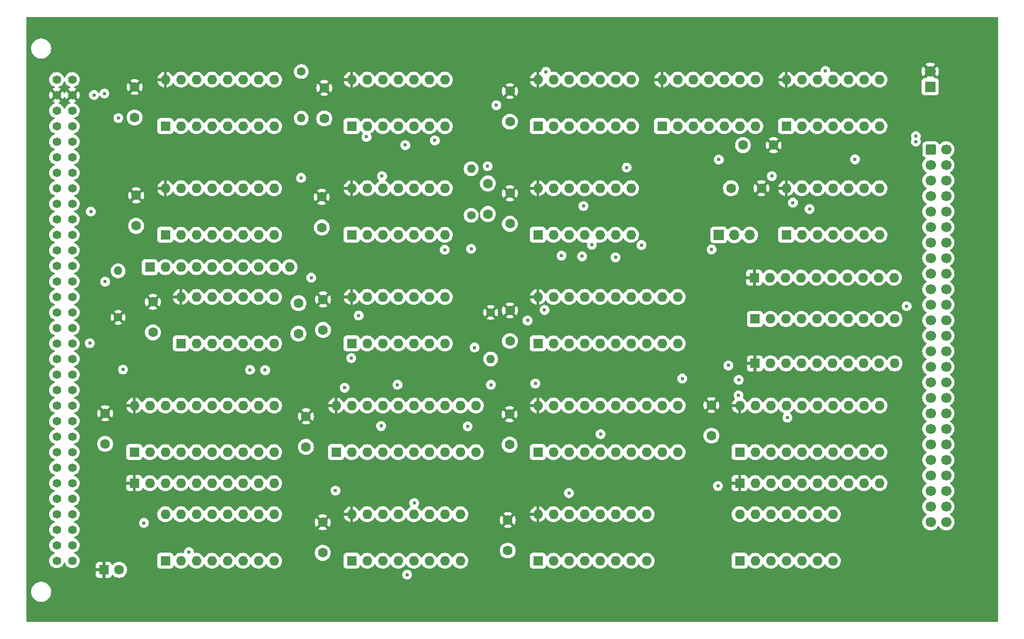
<source format=gbr>
%TF.GenerationSoftware,KiCad,Pcbnew,8.0.6*%
%TF.CreationDate,2024-11-23T08:52:47+01:00*%
%TF.ProjectId,4680-4105,34363830-2d34-4313-9035-2e6b69636164,Ver 1.00*%
%TF.SameCoordinates,Original*%
%TF.FileFunction,Copper,L2,Inr*%
%TF.FilePolarity,Positive*%
%FSLAX46Y46*%
G04 Gerber Fmt 4.6, Leading zero omitted, Abs format (unit mm)*
G04 Created by KiCad (PCBNEW 8.0.6) date 2024-11-23 08:52:47*
%MOMM*%
%LPD*%
G01*
G04 APERTURE LIST*
G04 Aperture macros list*
%AMRoundRect*
0 Rectangle with rounded corners*
0 $1 Rounding radius*
0 $2 $3 $4 $5 $6 $7 $8 $9 X,Y pos of 4 corners*
0 Add a 4 corners polygon primitive as box body*
4,1,4,$2,$3,$4,$5,$6,$7,$8,$9,$2,$3,0*
0 Add four circle primitives for the rounded corners*
1,1,$1+$1,$2,$3*
1,1,$1+$1,$4,$5*
1,1,$1+$1,$6,$7*
1,1,$1+$1,$8,$9*
0 Add four rect primitives between the rounded corners*
20,1,$1+$1,$2,$3,$4,$5,0*
20,1,$1+$1,$4,$5,$6,$7,0*
20,1,$1+$1,$6,$7,$8,$9,0*
20,1,$1+$1,$8,$9,$2,$3,0*%
G04 Aperture macros list end*
%TA.AperFunction,ComponentPad*%
%ADD10R,1.600000X1.600000*%
%TD*%
%TA.AperFunction,ComponentPad*%
%ADD11O,1.600000X1.600000*%
%TD*%
%TA.AperFunction,ComponentPad*%
%ADD12C,1.600000*%
%TD*%
%TA.AperFunction,ComponentPad*%
%ADD13C,1.400000*%
%TD*%
%TA.AperFunction,ComponentPad*%
%ADD14O,1.400000X1.400000*%
%TD*%
%TA.AperFunction,ComponentPad*%
%ADD15RoundRect,0.250000X-0.600000X-0.600000X0.600000X-0.600000X0.600000X0.600000X-0.600000X0.600000X0*%
%TD*%
%TA.AperFunction,ComponentPad*%
%ADD16C,1.700000*%
%TD*%
%TA.AperFunction,ComponentPad*%
%ADD17R,1.800000X1.800000*%
%TD*%
%TA.AperFunction,ComponentPad*%
%ADD18C,1.800000*%
%TD*%
%TA.AperFunction,ComponentPad*%
%ADD19C,1.422400*%
%TD*%
%TA.AperFunction,ComponentPad*%
%ADD20R,1.700000X1.700000*%
%TD*%
%TA.AperFunction,ComponentPad*%
%ADD21O,1.700000X1.700000*%
%TD*%
%TA.AperFunction,ViaPad*%
%ADD22C,0.600000*%
%TD*%
G04 APERTURE END LIST*
D10*
%TO.N,Net-(U10-OEb)*%
%TO.C,U8*%
X83261200Y-76149200D03*
D11*
%TO.N,/~{C3}*%
X85801200Y-76149200D03*
%TO.N,Net-(RN4-R3)*%
X88341200Y-76149200D03*
%TO.N,/~{INP}*%
X90881200Y-76149200D03*
%TO.N,Net-(RN4-R5)*%
X93421200Y-76149200D03*
%TO.N,/~{STAT}*%
X95961200Y-76149200D03*
%TO.N,Net-(RN4-R8)*%
X98501200Y-76149200D03*
%TO.N,GND*%
X101041200Y-76149200D03*
%TO.N,Net-(U8-O4a)*%
X101041200Y-68529200D03*
%TO.N,GND*%
X98501200Y-68529200D03*
%TO.N,Net-(RN4-R6)*%
X95961200Y-68529200D03*
%TO.N,/~{C1}*%
X93421200Y-68529200D03*
%TO.N,Net-(RN4-R4)*%
X90881200Y-68529200D03*
%TO.N,/~{OUT}*%
X88341200Y-68529200D03*
%TO.N,Net-(U10-OEb)*%
X85801200Y-68529200D03*
%TO.N,VCC*%
X83261200Y-68529200D03*
%TD*%
D10*
%TO.N,VCC*%
%TO.C,RN8*%
X78181200Y-116789200D03*
D11*
%TO.N,Net-(RN8-R1)*%
X80721200Y-116789200D03*
%TO.N,Net-(RN8-R2)*%
X83261200Y-116789200D03*
%TO.N,Net-(RN8-R3)*%
X85801200Y-116789200D03*
%TO.N,Net-(RN8-R4)*%
X88341200Y-116789200D03*
%TO.N,Net-(RN8-R5)*%
X90881200Y-116789200D03*
%TO.N,Net-(RN8-R6)*%
X93421200Y-116789200D03*
%TO.N,Net-(RN8-R7)*%
X95961200Y-116789200D03*
%TO.N,Net-(RN8-R8)*%
X98501200Y-116789200D03*
%TO.N,unconnected-(RN8-R9-Pad10)*%
X101041200Y-116789200D03*
%TD*%
D10*
%TO.N,/rn4_10*%
%TO.C,U18*%
X144221200Y-76149200D03*
D11*
X146761200Y-76149200D03*
%TO.N,Net-(U6-D1)*%
X149301200Y-76149200D03*
%TO.N,Net-(U15-Pad5)*%
X151841200Y-76149200D03*
%TO.N,Net-(U12-Q2)*%
X154381200Y-76149200D03*
%TO.N,/~{INT}*%
X156921200Y-76149200D03*
%TO.N,GND*%
X159461200Y-76149200D03*
%TO.N,/~{INT}*%
X159461200Y-68529200D03*
%TO.N,Net-(U12-Q0)*%
X156921200Y-68529200D03*
%TO.N,/rn4_10*%
X154381200Y-68529200D03*
%TO.N,/rn4_2*%
X151841200Y-68529200D03*
%TO.N,Net-(U6-D4)*%
X149301200Y-68529200D03*
%TO.N,Net-(U6-D5)*%
X146761200Y-68529200D03*
%TO.N,VCC*%
X144221200Y-68529200D03*
%TD*%
D12*
%TO.N,VCC*%
%TO.C,C7*%
X109270800Y-52110000D03*
%TO.N,GND*%
X109270800Y-57110000D03*
%TD*%
D10*
%TO.N,Net-(U10-OEa)*%
%TO.C,U10*%
X83261200Y-58369200D03*
D11*
%TO.N,/rn4_2*%
X85801200Y-58369200D03*
%TO.N,/~{TRRQ}*%
X88341200Y-58369200D03*
%TO.N,/~{TREN}*%
X90881200Y-58369200D03*
%TO.N,/rn4_3*%
X93421200Y-58369200D03*
%TO.N,Net-(U10-I3)*%
X95961200Y-58369200D03*
%TO.N,/~{R{slash}W}*%
X98501200Y-58369200D03*
%TO.N,GND*%
X101041200Y-58369200D03*
%TO.N,/rn4_10*%
X101041200Y-50749200D03*
%TO.N,GND*%
X98501200Y-50749200D03*
%TO.N,/rn4_8*%
X95961200Y-50749200D03*
%TO.N,/~{C4}*%
X93421200Y-50749200D03*
%TO.N,/~{CSB}*%
X90881200Y-50749200D03*
%TO.N,GND*%
X88341200Y-50749200D03*
%TO.N,Net-(U10-OEb)*%
X85801200Y-50749200D03*
%TO.N,VCC*%
X83261200Y-50749200D03*
%TD*%
D13*
%TO.N,VCC*%
%TO.C,R13*%
X75539600Y-89662000D03*
D14*
%TO.N,/~{PRAC}*%
X75539600Y-82042000D03*
%TD*%
D12*
%TO.N,VCC*%
%TO.C,C12*%
X78232000Y-51957600D03*
%TO.N,GND*%
X78232000Y-56957600D03*
%TD*%
%TO.N,VCC*%
%TO.C,C20*%
X182789200Y-61468000D03*
%TO.N,GND*%
X177789200Y-61468000D03*
%TD*%
%TO.N,Net-(C2-Pad1)*%
%TO.C,C2*%
X136042400Y-72745600D03*
%TO.N,GND*%
X136042400Y-67745600D03*
%TD*%
D10*
%TO.N,Net-(U4-~{G1})*%
%TO.C,U4*%
X144221200Y-93929200D03*
D11*
%TO.N,Net-(J2-Pin_10)*%
X146761200Y-93929200D03*
%TO.N,/D4*%
X149301200Y-93929200D03*
%TO.N,Net-(J2-Pin_12)*%
X151841200Y-93929200D03*
%TO.N,/D5*%
X154381200Y-93929200D03*
%TO.N,Net-(J2-Pin_14)*%
X156921200Y-93929200D03*
%TO.N,/D6*%
X159461200Y-93929200D03*
%TO.N,Net-(J2-Pin_16)*%
X162001200Y-93929200D03*
%TO.N,/D7*%
X164541200Y-93929200D03*
%TO.N,GND*%
X167081200Y-93929200D03*
%TO.N,/D0*%
X167081200Y-86309200D03*
%TO.N,Net-(J2-Pin_2)*%
X164541200Y-86309200D03*
%TO.N,/D1*%
X162001200Y-86309200D03*
%TO.N,Net-(J2-Pin_4)*%
X159461200Y-86309200D03*
%TO.N,/D2*%
X156921200Y-86309200D03*
%TO.N,Net-(J2-Pin_6)*%
X154381200Y-86309200D03*
%TO.N,/D3*%
X151841200Y-86309200D03*
%TO.N,Net-(J2-Pin_8)*%
X149301200Y-86309200D03*
%TO.N,Net-(U16B-~{R})*%
X146761200Y-86309200D03*
%TO.N,VCC*%
X144221200Y-86309200D03*
%TD*%
D12*
%TO.N,VCC*%
%TO.C,C9*%
X73406000Y-105359200D03*
%TO.N,GND*%
X73406000Y-110359200D03*
%TD*%
D10*
%TO.N,Net-(U1-~{Mr})*%
%TO.C,U1*%
X144221200Y-111709200D03*
D11*
%TO.N,Net-(U1-Q0)*%
X146761200Y-111709200D03*
%TO.N,/D4*%
X149301200Y-111709200D03*
%TO.N,/D5*%
X151841200Y-111709200D03*
%TO.N,Net-(U1-Q1)*%
X154381200Y-111709200D03*
%TO.N,Net-(U1-Q2)*%
X156921200Y-111709200D03*
%TO.N,/D6*%
X159461200Y-111709200D03*
%TO.N,/D7*%
X162001200Y-111709200D03*
%TO.N,Net-(U1-Q3)*%
X164541200Y-111709200D03*
%TO.N,GND*%
X167081200Y-111709200D03*
%TO.N,Net-(U1-Cp)*%
X167081200Y-104089200D03*
%TO.N,Net-(U1-Q4)*%
X164541200Y-104089200D03*
%TO.N,/D0*%
X162001200Y-104089200D03*
%TO.N,/D1*%
X159461200Y-104089200D03*
%TO.N,Net-(U1-Q5)*%
X156921200Y-104089200D03*
%TO.N,Net-(U1-Q6)*%
X154381200Y-104089200D03*
%TO.N,/D2*%
X151841200Y-104089200D03*
%TO.N,/D3*%
X149301200Y-104089200D03*
%TO.N,Net-(U1-Q7)*%
X146761200Y-104089200D03*
%TO.N,VCC*%
X144221200Y-104089200D03*
%TD*%
D10*
%TO.N,Net-(U16A-D)*%
%TO.C,U16*%
X113741200Y-58369200D03*
D11*
X116281200Y-58369200D03*
%TO.N,Net-(U16A-C)*%
X118821200Y-58369200D03*
%TO.N,Net-(RN10-R2)*%
X121361200Y-58369200D03*
%TO.N,Net-(U16A-Q)*%
X123901200Y-58369200D03*
%TO.N,Net-(U16A-~{Q})*%
X126441200Y-58369200D03*
%TO.N,GND*%
X128981200Y-58369200D03*
%TO.N,unconnected-(U16B-~{Q}-Pad8)*%
X128981200Y-50749200D03*
%TO.N,Net-(U16B-Q)*%
X126441200Y-50749200D03*
%TO.N,Net-(RN4-R6)*%
X123901200Y-50749200D03*
%TO.N,Net-(U16B-C)*%
X121361200Y-50749200D03*
%TO.N,GND*%
X118821200Y-50749200D03*
%TO.N,Net-(U16B-~{R})*%
X116281200Y-50749200D03*
%TO.N,VCC*%
X113741200Y-50749200D03*
%TD*%
D10*
%TO.N,Net-(C2-Pad1)*%
%TO.C,U13*%
X184861200Y-76149200D03*
D11*
%TO.N,Net-(J3-Pin_3)*%
X187401200Y-76149200D03*
%TO.N,Net-(J2-Pin_48)*%
X189941200Y-76149200D03*
%TO.N,Net-(U16A-D)*%
X192481200Y-76149200D03*
%TO.N,/r10_7*%
X195021200Y-76149200D03*
%TO.N,Net-(U13-Pad6)*%
X197561200Y-76149200D03*
%TO.N,GND*%
X200101200Y-76149200D03*
%TO.N,Net-(U3-~{G2})*%
X200101200Y-68529200D03*
%TO.N,Net-(U16B-~{R})*%
X197561200Y-68529200D03*
%TO.N,Net-(U13-Pad10)*%
X195021200Y-68529200D03*
%TO.N,/r10_6*%
X192481200Y-68529200D03*
%TO.N,Net-(U2-OEa)*%
X189941200Y-68529200D03*
%TO.N,/r10_4*%
X187401200Y-68529200D03*
%TO.N,VCC*%
X184861200Y-68529200D03*
%TD*%
D10*
%TO.N,GND*%
%TO.C,RN4*%
X80721200Y-81432400D03*
D11*
%TO.N,/rn4_2*%
X83261200Y-81432400D03*
%TO.N,/rn4_3*%
X85801200Y-81432400D03*
%TO.N,Net-(RN4-R3)*%
X88341200Y-81432400D03*
%TO.N,Net-(RN4-R4)*%
X90881200Y-81432400D03*
%TO.N,Net-(RN4-R5)*%
X93421200Y-81432400D03*
%TO.N,Net-(RN4-R6)*%
X95961200Y-81432400D03*
%TO.N,/rn4_8*%
X98501200Y-81432400D03*
%TO.N,Net-(RN4-R8)*%
X101041200Y-81432400D03*
%TO.N,/rn4_10*%
X103581200Y-81432400D03*
%TD*%
D10*
%TO.N,Net-(U16B-C)*%
%TO.C,U11*%
X184861200Y-58369200D03*
D11*
X187401200Y-58369200D03*
%TO.N,Net-(J2-Pin_40)*%
X189941200Y-58369200D03*
%TO.N,Net-(U11-Pad4)*%
X192481200Y-58369200D03*
%TO.N,Net-(U16A-D)*%
X195021200Y-58369200D03*
%TO.N,Net-(J2-Pin_38)*%
X197561200Y-58369200D03*
%TO.N,GND*%
X200101200Y-58369200D03*
%TO.N,Net-(J2-Pin_44)*%
X200101200Y-50749200D03*
%TO.N,Net-(RN4-R6)*%
X197561200Y-50749200D03*
%TO.N,Net-(U16B-Q)*%
X195021200Y-50749200D03*
%TO.N,Net-(RN10-R2)*%
X192481200Y-50749200D03*
%TO.N,Net-(U11-Pad12)*%
X189941200Y-50749200D03*
%TO.N,Net-(U11-Pad13)*%
X187401200Y-50749200D03*
%TO.N,VCC*%
X184861200Y-50749200D03*
%TD*%
D12*
%TO.N,VCC*%
%TO.C,C10*%
X78486000Y-69676000D03*
%TO.N,GND*%
X78486000Y-74676000D03*
%TD*%
D10*
%TO.N,Net-(RN4-R8)*%
%TO.C,U6*%
X111201200Y-111709200D03*
D11*
%TO.N,/D7*%
X113741200Y-111709200D03*
%TO.N,Net-(U6-D0)*%
X116281200Y-111709200D03*
%TO.N,Net-(U6-D1)*%
X118821200Y-111709200D03*
%TO.N,/D6*%
X121361200Y-111709200D03*
%TO.N,/D5*%
X123901200Y-111709200D03*
%TO.N,Net-(U12-~{Q0})*%
X126441200Y-111709200D03*
%TO.N,GND*%
X128981200Y-111709200D03*
%TO.N,/D4*%
X131521200Y-111709200D03*
%TO.N,GND*%
X134061200Y-111709200D03*
%TO.N,Net-(RN4-R8)*%
X134061200Y-104089200D03*
%TO.N,/D0*%
X131521200Y-104089200D03*
%TO.N,Net-(U6-D4)*%
X128981200Y-104089200D03*
%TO.N,Net-(U6-D5)*%
X126441200Y-104089200D03*
%TO.N,/D1*%
X123901200Y-104089200D03*
%TO.N,/D2*%
X121361200Y-104089200D03*
%TO.N,Net-(U3-~{G2})*%
X118821200Y-104089200D03*
%TO.N,Net-(U10-I3)*%
X116281200Y-104089200D03*
%TO.N,/D3*%
X113741200Y-104089200D03*
%TO.N,VCC*%
X111201200Y-104089200D03*
%TD*%
D12*
%TO.N,VCC*%
%TO.C,C16*%
X139649200Y-52628800D03*
%TO.N,GND*%
X139649200Y-57628800D03*
%TD*%
D10*
%TO.N,GND*%
%TO.C,RN9*%
X179730400Y-89916000D03*
D11*
%TO.N,unconnected-(RN9-R1-Pad2)*%
X182270400Y-89916000D03*
%TO.N,Net-(RN10-R2)*%
X184810400Y-89916000D03*
%TO.N,/r10_4*%
X187350400Y-89916000D03*
%TO.N,Net-(J2-Pin_48)*%
X189890400Y-89916000D03*
%TO.N,/r10_6*%
X192430400Y-89916000D03*
%TO.N,/r10_7*%
X194970400Y-89916000D03*
%TO.N,Net-(J2-Pin_36)*%
X197510400Y-89916000D03*
%TO.N,unconnected-(RN9-R8-Pad9)*%
X200050400Y-89916000D03*
%TO.N,unconnected-(RN9-R9-Pad10)*%
X202590400Y-89916000D03*
%TD*%
D10*
%TO.N,GND*%
%TO.C,U19*%
X164541200Y-58369200D03*
D11*
X167081200Y-58369200D03*
%TO.N,unconnected-(U19-Pad3)*%
X169621200Y-58369200D03*
%TO.N,GND*%
X172161200Y-58369200D03*
X174701200Y-58369200D03*
%TO.N,unconnected-(U19-Pad6)*%
X177241200Y-58369200D03*
%TO.N,GND*%
X179781200Y-58369200D03*
%TO.N,Net-(U19-Pad8)*%
X179781200Y-50749200D03*
%TO.N,Net-(U14-Pad11)*%
X177241200Y-50749200D03*
%TO.N,Net-(U19-Pad10)*%
X174701200Y-50749200D03*
X172161200Y-50749200D03*
%TO.N,Net-(U10-OEa)*%
X169621200Y-50749200D03*
%TO.N,Net-(U6-D5)*%
X167081200Y-50749200D03*
%TO.N,VCC*%
X164541200Y-50749200D03*
%TD*%
D12*
%TO.N,VCC*%
%TO.C,C3*%
X109016800Y-123179200D03*
%TO.N,GND*%
X109016800Y-128179200D03*
%TD*%
D10*
%TO.N,Net-(U1-~{Mr})*%
%TO.C,U15*%
X113741200Y-76149200D03*
D11*
%TO.N,Net-(U16B-C)*%
X116281200Y-76149200D03*
%TO.N,/rn4_2*%
X118821200Y-76149200D03*
%TO.N,Net-(U11-Pad12)*%
X121361200Y-76149200D03*
%TO.N,Net-(U15-Pad5)*%
X123901200Y-76149200D03*
%TO.N,Net-(U6-D0)*%
X126441200Y-76149200D03*
%TO.N,GND*%
X128981200Y-76149200D03*
%TO.N,Net-(U6-D5)*%
X128981200Y-68529200D03*
%TO.N,Net-(U13-Pad10)*%
X126441200Y-68529200D03*
%TO.N,Net-(U10-I3)*%
X123901200Y-68529200D03*
%TO.N,Net-(U2-OEa)*%
X121361200Y-68529200D03*
%TO.N,Net-(R5-Pad2)*%
X118821200Y-68529200D03*
%TO.N,/rn4_3*%
X116281200Y-68529200D03*
%TO.N,VCC*%
X113741200Y-68529200D03*
%TD*%
D10*
%TO.N,VCC*%
%TO.C,RN10*%
X179730400Y-97180400D03*
D11*
%TO.N,unconnected-(RN10-R1-Pad2)*%
X182270400Y-97180400D03*
%TO.N,Net-(RN10-R2)*%
X184810400Y-97180400D03*
%TO.N,/r10_4*%
X187350400Y-97180400D03*
%TO.N,Net-(J2-Pin_48)*%
X189890400Y-97180400D03*
%TO.N,/r10_6*%
X192430400Y-97180400D03*
%TO.N,/r10_7*%
X194970400Y-97180400D03*
%TO.N,Net-(J2-Pin_36)*%
X197510400Y-97180400D03*
%TO.N,unconnected-(RN10-R8-Pad9)*%
X200050400Y-97180400D03*
%TO.N,unconnected-(RN10-R9-Pad10)*%
X202590400Y-97180400D03*
%TD*%
D10*
%TO.N,VCC*%
%TO.C,RN2*%
X179628800Y-83159600D03*
D11*
%TO.N,Net-(J2-Pin_2)*%
X182168800Y-83159600D03*
%TO.N,Net-(J2-Pin_4)*%
X184708800Y-83159600D03*
%TO.N,Net-(J2-Pin_6)*%
X187248800Y-83159600D03*
%TO.N,Net-(J2-Pin_8)*%
X189788800Y-83159600D03*
%TO.N,Net-(J2-Pin_10)*%
X192328800Y-83159600D03*
%TO.N,Net-(J2-Pin_12)*%
X194868800Y-83159600D03*
%TO.N,Net-(J2-Pin_14)*%
X197408800Y-83159600D03*
%TO.N,Net-(J2-Pin_16)*%
X199948800Y-83159600D03*
%TO.N,unconnected-(RN2-R9-Pad10)*%
X202488800Y-83159600D03*
%TD*%
D10*
%TO.N,/~{CS}*%
%TO.C,U7*%
X85801200Y-93929200D03*
D11*
%TO.N,/~{RST}*%
X88341200Y-93929200D03*
%TO.N,Net-(U5-~{ST})*%
X90881200Y-93929200D03*
%TO.N,Net-(J3-Pin_2)*%
X93421200Y-93929200D03*
%TO.N,Net-(RN4-R4)*%
X95961200Y-93929200D03*
%TO.N,Net-(U1-Cp)*%
X98501200Y-93929200D03*
%TO.N,GND*%
X101041200Y-93929200D03*
%TO.N,Net-(U4-~{G1})*%
X101041200Y-86309200D03*
%TO.N,Net-(U14-Pad3)*%
X98501200Y-86309200D03*
%TO.N,Net-(RN4-R5)*%
X95961200Y-86309200D03*
%TO.N,Net-(U1-~{Mr})*%
X93421200Y-86309200D03*
%TO.N,Net-(RN4-R3)*%
X90881200Y-86309200D03*
%TO.N,/~{RST}*%
X88341200Y-86309200D03*
%TO.N,VCC*%
X85801200Y-86309200D03*
%TD*%
D10*
%TO.N,VCC*%
%TO.C,C11*%
X73192000Y-130962400D03*
D12*
%TO.N,GND*%
X75692000Y-130962400D03*
%TD*%
%TO.N,VCC*%
%TO.C,C17*%
X139649200Y-69342000D03*
%TO.N,GND*%
X139649200Y-74342000D03*
%TD*%
%TO.N,VCC*%
%TO.C,C18*%
X172618400Y-104016800D03*
%TO.N,GND*%
X172618400Y-109016800D03*
%TD*%
D13*
%TO.N,Net-(D1-K)*%
%TO.C,R1*%
X105511600Y-49428400D03*
D14*
%TO.N,Net-(U8-O4a)*%
X105511600Y-57048400D03*
%TD*%
D12*
%TO.N,VCC*%
%TO.C,C15*%
X139598400Y-105490000D03*
%TO.N,GND*%
X139598400Y-110490000D03*
%TD*%
%TO.N,VCC*%
%TO.C,C8*%
X81229200Y-87111200D03*
%TO.N,GND*%
X81229200Y-92111200D03*
%TD*%
%TO.N,VCC*%
%TO.C,C13*%
X139293600Y-122812800D03*
%TO.N,GND*%
X139293600Y-127812800D03*
%TD*%
D15*
%TO.N,GND*%
%TO.C,J2*%
X208483200Y-62179200D03*
D16*
%TO.N,Net-(J2-Pin_2)*%
X211023200Y-62179200D03*
%TO.N,GND*%
X208483200Y-64719200D03*
%TO.N,Net-(J2-Pin_4)*%
X211023200Y-64719200D03*
%TO.N,GND*%
X208483200Y-67259200D03*
%TO.N,Net-(J2-Pin_6)*%
X211023200Y-67259200D03*
%TO.N,GND*%
X208483200Y-69799200D03*
%TO.N,Net-(J2-Pin_8)*%
X211023200Y-69799200D03*
%TO.N,GND*%
X208483200Y-72339200D03*
%TO.N,Net-(J2-Pin_10)*%
X211023200Y-72339200D03*
%TO.N,GND*%
X208483200Y-74879200D03*
%TO.N,Net-(J2-Pin_12)*%
X211023200Y-74879200D03*
%TO.N,GND*%
X208483200Y-77419200D03*
%TO.N,Net-(J2-Pin_14)*%
X211023200Y-77419200D03*
%TO.N,GND*%
X208483200Y-79959200D03*
%TO.N,Net-(J2-Pin_16)*%
X211023200Y-79959200D03*
%TO.N,GND*%
X208483200Y-82499200D03*
%TO.N,unconnected-(J2-Pin_18-Pad18)*%
X211023200Y-82499200D03*
%TO.N,GND*%
X208483200Y-85039200D03*
%TO.N,unconnected-(J2-Pin_20-Pad20)*%
X211023200Y-85039200D03*
%TO.N,GND*%
X208483200Y-87579200D03*
%TO.N,unconnected-(J2-Pin_22-Pad22)*%
X211023200Y-87579200D03*
%TO.N,GND*%
X208483200Y-90119200D03*
%TO.N,unconnected-(J2-Pin_24-Pad24)*%
X211023200Y-90119200D03*
%TO.N,GND*%
X208483200Y-92659200D03*
%TO.N,unconnected-(J2-Pin_26-Pad26)*%
X211023200Y-92659200D03*
%TO.N,GND*%
X208483200Y-95199200D03*
%TO.N,unconnected-(J2-Pin_28-Pad28)*%
X211023200Y-95199200D03*
%TO.N,GND*%
X208483200Y-97739200D03*
%TO.N,unconnected-(J2-Pin_30-Pad30)*%
X211023200Y-97739200D03*
%TO.N,GND*%
X208483200Y-100279200D03*
%TO.N,unconnected-(J2-Pin_32-Pad32)*%
X211023200Y-100279200D03*
%TO.N,GND*%
X208483200Y-102819200D03*
%TO.N,unconnected-(J2-Pin_34-Pad34)*%
X211023200Y-102819200D03*
%TO.N,GND*%
X208483200Y-105359200D03*
%TO.N,Net-(J2-Pin_36)*%
X211023200Y-105359200D03*
%TO.N,GND*%
X208483200Y-107899200D03*
%TO.N,Net-(J2-Pin_38)*%
X211023200Y-107899200D03*
%TO.N,GND*%
X208483200Y-110439200D03*
%TO.N,Net-(J2-Pin_40)*%
X211023200Y-110439200D03*
%TO.N,GND*%
X208483200Y-112979200D03*
%TO.N,/r10_7*%
X211023200Y-112979200D03*
%TO.N,GND*%
X208483200Y-115519200D03*
%TO.N,Net-(J2-Pin_44)*%
X211023200Y-115519200D03*
%TO.N,GND*%
X208483200Y-118059200D03*
%TO.N,/r10_6*%
X211023200Y-118059200D03*
%TO.N,GND*%
X208483200Y-120599200D03*
%TO.N,Net-(J2-Pin_48)*%
X211023200Y-120599200D03*
%TO.N,GND*%
X208483200Y-123139200D03*
%TO.N,/r10_4*%
X211023200Y-123139200D03*
%TD*%
D10*
%TO.N,Net-(RN4-R5)*%
%TO.C,U3*%
X78181200Y-111709200D03*
D11*
%TO.N,Net-(RN8-R1)*%
X80721200Y-111709200D03*
%TO.N,/D7*%
X83261200Y-111709200D03*
%TO.N,Net-(RN8-R3)*%
X85801200Y-111709200D03*
%TO.N,/D6*%
X88341200Y-111709200D03*
%TO.N,Net-(RN8-R5)*%
X90881200Y-111709200D03*
%TO.N,/D5*%
X93421200Y-111709200D03*
%TO.N,Net-(RN8-R7)*%
X95961200Y-111709200D03*
%TO.N,/D4*%
X98501200Y-111709200D03*
%TO.N,GND*%
X101041200Y-111709200D03*
%TO.N,/D0*%
X101041200Y-104089200D03*
%TO.N,Net-(RN8-R8)*%
X98501200Y-104089200D03*
%TO.N,/D1*%
X95961200Y-104089200D03*
%TO.N,Net-(RN8-R6)*%
X93421200Y-104089200D03*
%TO.N,/D2*%
X90881200Y-104089200D03*
%TO.N,Net-(RN8-R4)*%
X88341200Y-104089200D03*
%TO.N,/D3*%
X85801200Y-104089200D03*
%TO.N,Net-(RN8-R2)*%
X83261200Y-104089200D03*
%TO.N,Net-(U3-~{G2})*%
X80721200Y-104089200D03*
%TO.N,VCC*%
X78181200Y-104089200D03*
%TD*%
D13*
%TO.N,VCC*%
%TO.C,R6*%
X136499600Y-88849200D03*
D14*
%TO.N,Net-(U6-D1)*%
X136499600Y-96469200D03*
%TD*%
D10*
%TO.N,GND*%
%TO.C,SW1*%
X83261200Y-129489200D03*
D11*
X85801200Y-129489200D03*
X88341200Y-129489200D03*
X90881200Y-129489200D03*
X93421200Y-129489200D03*
X95961200Y-129489200D03*
X98501200Y-129489200D03*
X101041200Y-129489200D03*
%TO.N,Net-(RN8-R8)*%
X101041200Y-121869200D03*
%TO.N,Net-(RN8-R6)*%
X98501200Y-121869200D03*
%TO.N,Net-(RN8-R4)*%
X95961200Y-121869200D03*
%TO.N,Net-(RN8-R2)*%
X93421200Y-121869200D03*
%TO.N,Net-(RN8-R7)*%
X90881200Y-121869200D03*
%TO.N,Net-(RN8-R5)*%
X88341200Y-121869200D03*
%TO.N,Net-(RN8-R3)*%
X85801200Y-121869200D03*
%TO.N,Net-(RN8-R1)*%
X83261200Y-121869200D03*
%TD*%
D10*
%TO.N,Net-(U1-Cp)*%
%TO.C,U9*%
X113741200Y-93929200D03*
D11*
%TO.N,Net-(U4-~{G1})*%
X116281200Y-93929200D03*
%TO.N,Net-(U16A-C)*%
X118821200Y-93929200D03*
%TO.N,/~{PRAC}*%
X121361200Y-93929200D03*
%TO.N,Net-(U12-Q3)*%
X123901200Y-93929200D03*
%TO.N,Net-(U11-Pad13)*%
X126441200Y-93929200D03*
%TO.N,GND*%
X128981200Y-93929200D03*
%TO.N,Net-(U15-Pad5)*%
X128981200Y-86309200D03*
%TO.N,Net-(U6-D4)*%
X126441200Y-86309200D03*
%TO.N,Net-(U19-Pad8)*%
X123901200Y-86309200D03*
%TO.N,Net-(U6-D4)*%
X121361200Y-86309200D03*
%TO.N,Net-(U16A-~{Q})*%
X118821200Y-86309200D03*
%TO.N,Net-(U16A-D)*%
X116281200Y-86309200D03*
%TO.N,VCC*%
X113741200Y-86309200D03*
%TD*%
D12*
%TO.N,/~{PRAC}*%
%TO.C,C1*%
X105054400Y-92325200D03*
%TO.N,GND*%
X105054400Y-87325200D03*
%TD*%
%TO.N,VCC*%
%TO.C,C19*%
X180818800Y-68529200D03*
%TO.N,GND*%
X175818800Y-68529200D03*
%TD*%
D10*
%TO.N,Net-(U1-~{Mr})*%
%TO.C,U12*%
X144221200Y-129489200D03*
D11*
%TO.N,Net-(U12-Q0)*%
X146761200Y-129489200D03*
%TO.N,Net-(U12-~{Q0})*%
X149301200Y-129489200D03*
%TO.N,/D5*%
X151841200Y-129489200D03*
%TO.N,unconnected-(U12-D1-Pad5)*%
X154381200Y-129489200D03*
%TO.N,unconnected-(U12-~{Q1}-Pad6)*%
X156921200Y-129489200D03*
%TO.N,unconnected-(U12-Q1-Pad7)*%
X159461200Y-129489200D03*
%TO.N,GND*%
X162001200Y-129489200D03*
%TO.N,/rn4_8*%
X162001200Y-121869200D03*
%TO.N,Net-(U12-Q2)*%
X159461200Y-121869200D03*
%TO.N,unconnected-(U12-~{Q2}-Pad11)*%
X156921200Y-121869200D03*
%TO.N,/D7*%
X154381200Y-121869200D03*
X151841200Y-121869200D03*
%TO.N,Net-(U10-OEa)*%
X149301200Y-121869200D03*
%TO.N,Net-(U12-Q3)*%
X146761200Y-121869200D03*
%TO.N,VCC*%
X144221200Y-121869200D03*
%TD*%
D12*
%TO.N,VCC*%
%TO.C,C4*%
X106273600Y-105845600D03*
%TO.N,GND*%
X106273600Y-110845600D03*
%TD*%
D13*
%TO.N,Net-(C2-Pad1)*%
%TO.C,R5*%
X133299200Y-72948800D03*
D14*
%TO.N,Net-(R5-Pad2)*%
X133299200Y-65328800D03*
%TD*%
D12*
%TO.N,VCC*%
%TO.C,C5*%
X109067600Y-86715600D03*
%TO.N,GND*%
X109067600Y-91715600D03*
%TD*%
D17*
%TO.N,Net-(D1-K)*%
%TO.C,D1*%
X208427400Y-51917600D03*
D18*
%TO.N,VCC*%
X208427400Y-49377600D03*
%TD*%
D12*
%TO.N,VCC*%
%TO.C,C14*%
X139649200Y-88522800D03*
%TO.N,GND*%
X139649200Y-93522800D03*
%TD*%
D10*
%TO.N,Net-(U10-I3)*%
%TO.C,U14*%
X144221200Y-58369200D03*
D11*
%TO.N,/rn4_3*%
X146761200Y-58369200D03*
%TO.N,Net-(U14-Pad3)*%
X149301200Y-58369200D03*
%TO.N,Net-(U16A-Q)*%
X151841200Y-58369200D03*
%TO.N,Net-(U13-Pad6)*%
X154381200Y-58369200D03*
%TO.N,Net-(U11-Pad4)*%
X156921200Y-58369200D03*
%TO.N,GND*%
X159461200Y-58369200D03*
%TO.N,Net-(U16B-~{R})*%
X159461200Y-50749200D03*
%TO.N,Net-(J2-Pin_36)*%
X156921200Y-50749200D03*
X154381200Y-50749200D03*
%TO.N,Net-(U14-Pad11)*%
X151841200Y-50749200D03*
%TO.N,Net-(U6-D5)*%
X149301200Y-50749200D03*
%TO.N,Net-(U10-I3)*%
X146761200Y-50749200D03*
%TO.N,VCC*%
X144221200Y-50749200D03*
%TD*%
D10*
%TO.N,Net-(U2-OEa)*%
%TO.C,U2*%
X177241200Y-111709200D03*
D11*
%TO.N,Net-(U1-Q4)*%
X179781200Y-111709200D03*
%TO.N,Net-(J2-Pin_4)*%
X182321200Y-111709200D03*
%TO.N,Net-(U1-Q6)*%
X184861200Y-111709200D03*
%TO.N,Net-(J2-Pin_8)*%
X187401200Y-111709200D03*
%TO.N,Net-(U1-Q0)*%
X189941200Y-111709200D03*
%TO.N,Net-(J2-Pin_12)*%
X192481200Y-111709200D03*
%TO.N,Net-(U1-Q2)*%
X195021200Y-111709200D03*
%TO.N,Net-(J2-Pin_16)*%
X197561200Y-111709200D03*
%TO.N,GND*%
X200101200Y-111709200D03*
%TO.N,Net-(U1-Q3)*%
X200101200Y-104089200D03*
%TO.N,Net-(J2-Pin_14)*%
X197561200Y-104089200D03*
%TO.N,Net-(U1-Q1)*%
X195021200Y-104089200D03*
%TO.N,Net-(J2-Pin_10)*%
X192481200Y-104089200D03*
%TO.N,Net-(U1-Q7)*%
X189941200Y-104089200D03*
%TO.N,Net-(J2-Pin_6)*%
X187401200Y-104089200D03*
%TO.N,Net-(U1-Q5)*%
X184861200Y-104089200D03*
%TO.N,Net-(J2-Pin_2)*%
X182321200Y-104089200D03*
%TO.N,Net-(U2-OEa)*%
X179781200Y-104089200D03*
%TO.N,VCC*%
X177241200Y-104089200D03*
%TD*%
D19*
%TO.N,unconnected-(J1-Pin_a1-PadA1)*%
%TO.C,J1*%
X65481200Y-129489200D03*
%TO.N,GND*%
X65481200Y-126949200D03*
%TO.N,unconnected-(J1-Pin_a3-PadA3)*%
X65481200Y-124409200D03*
%TO.N,unconnected-(J1-Pin_a4-PadA4)*%
X65481200Y-121869200D03*
%TO.N,/~{INT}*%
X65481200Y-119329200D03*
%TO.N,/D7*%
X65481200Y-116789200D03*
%TO.N,/D6*%
X65481200Y-114249200D03*
%TO.N,/D5*%
X65481200Y-111709200D03*
%TO.N,/D4*%
X65481200Y-109169200D03*
%TO.N,/D3*%
X65481200Y-106629200D03*
%TO.N,/D2*%
X65481200Y-104089200D03*
%TO.N,/D1*%
X65481200Y-101549200D03*
%TO.N,/D0*%
X65481200Y-99009200D03*
%TO.N,/~{CSB}*%
X65481200Y-96469200D03*
%TO.N,/~{RST}*%
X65481200Y-93929200D03*
%TO.N,/~{STAT}*%
X65481200Y-91389200D03*
%TO.N,/~{INP}*%
X65481200Y-88849200D03*
%TO.N,/~{C4}*%
X65481200Y-86309200D03*
%TO.N,/~{C3}*%
X65481200Y-83769200D03*
%TO.N,unconnected-(J1-Pin_a20-PadA20)*%
X65481200Y-81229200D03*
%TO.N,/~{C1}*%
X65481200Y-78689200D03*
%TO.N,/~{OUT}*%
X65481200Y-76149200D03*
%TO.N,/~{CS}*%
X65481200Y-73609200D03*
%TO.N,unconnected-(J1-Pin_a24-PadA24)*%
X65481200Y-71069200D03*
%TO.N,unconnected-(J1-Pin_a25-PadA25)*%
X65481200Y-68529200D03*
%TO.N,/~{R{slash}W}*%
X65481200Y-65989200D03*
%TO.N,/~{TREN}*%
X65481200Y-63449200D03*
%TO.N,/~{TRRQ}*%
X65481200Y-60909200D03*
%TO.N,/~{PRAC}*%
X65481200Y-58369200D03*
%TO.N,/rn4_10*%
X65481200Y-55829200D03*
%TO.N,VCC*%
X65481200Y-53289200D03*
%TO.N,unconnected-(J1-Pin_a32-PadA32)*%
X65481200Y-50749200D03*
%TO.N,unconnected-(J1-Pin_b1-PadB1)*%
X68021200Y-129489200D03*
%TO.N,GND*%
X68021200Y-126949200D03*
%TO.N,unconnected-(J1-Pin_b3-PadB3)*%
X68021200Y-124409200D03*
%TO.N,unconnected-(J1-Pin_b4-PadB4)*%
X68021200Y-121869200D03*
%TO.N,unconnected-(J1-Pin_b5-PadB5)*%
X68021200Y-119329200D03*
%TO.N,unconnected-(J1-Pin_b6-PadB6)*%
X68021200Y-116789200D03*
%TO.N,unconnected-(J1-Pin_b7-PadB7)*%
X68021200Y-114249200D03*
%TO.N,unconnected-(J1-Pin_b8-PadB8)*%
X68021200Y-111709200D03*
%TO.N,unconnected-(J1-Pin_b9-PadB9)*%
X68021200Y-109169200D03*
%TO.N,unconnected-(J1-Pin_b10-PadB10)*%
X68021200Y-106629200D03*
%TO.N,unconnected-(J1-Pin_b11-PadB11)*%
X68021200Y-104089200D03*
%TO.N,unconnected-(J1-Pin_b12-PadB12)*%
X68021200Y-101549200D03*
%TO.N,unconnected-(J1-Pin_b13-PadB13)*%
X68021200Y-99009200D03*
%TO.N,unconnected-(J1-Pin_b14-PadB14)*%
X68021200Y-96469200D03*
%TO.N,unconnected-(J1-Pin_b15-PadB15)*%
X68021200Y-93929200D03*
%TO.N,unconnected-(J1-Pin_b16-PadB16)*%
X68021200Y-91389200D03*
%TO.N,unconnected-(J1-Pin_b17-PadB17)*%
X68021200Y-88849200D03*
%TO.N,unconnected-(J1-Pin_b18-PadB18)*%
X68021200Y-86309200D03*
%TO.N,unconnected-(J1-Pin_b19-PadB19)*%
X68021200Y-83769200D03*
%TO.N,unconnected-(J1-Pin_b20-PadB20)*%
X68021200Y-81229200D03*
%TO.N,unconnected-(J1-Pin_b21-PadB21)*%
X68021200Y-78689200D03*
%TO.N,unconnected-(J1-Pin_b22-PadB22)*%
X68021200Y-76149200D03*
%TO.N,unconnected-(J1-Pin_b23-PadB23)*%
X68021200Y-73609200D03*
%TO.N,unconnected-(J1-Pin_b24-PadB24)*%
X68021200Y-71069200D03*
%TO.N,unconnected-(J1-Pin_b25-PadB25)*%
X68021200Y-68529200D03*
%TO.N,unconnected-(J1-Pin_b26-PadB26)*%
X68021200Y-65989200D03*
%TO.N,unconnected-(J1-Pin_b27-PadB27)*%
X68021200Y-63449200D03*
%TO.N,unconnected-(J1-Pin_b28-PadB28)*%
X68021200Y-60909200D03*
%TO.N,unconnected-(J1-Pin_b29-PadB29)*%
X68021200Y-58369200D03*
%TO.N,unconnected-(J1-Pin_b30-PadB30)*%
X68021200Y-55829200D03*
%TO.N,VCC*%
X68021200Y-53289200D03*
%TO.N,unconnected-(J1-Pin_b32-PadB32)*%
X68021200Y-50749200D03*
%TD*%
D10*
%TO.N,VCC*%
%TO.C,RN11*%
X177241200Y-116789200D03*
D11*
%TO.N,Net-(RN11-R1)*%
X179781200Y-116789200D03*
%TO.N,Net-(RN11-R2)*%
X182321200Y-116789200D03*
%TO.N,Net-(RN11-R3)*%
X184861200Y-116789200D03*
%TO.N,Net-(RN11-R4)*%
X187401200Y-116789200D03*
%TO.N,Net-(RN11-R5)*%
X189941200Y-116789200D03*
%TO.N,Net-(RN11-R6)*%
X192481200Y-116789200D03*
%TO.N,unconnected-(RN11-R7-Pad8)*%
X195021200Y-116789200D03*
%TO.N,unconnected-(RN11-R8-Pad9)*%
X197561200Y-116789200D03*
%TO.N,unconnected-(RN11-R9-Pad10)*%
X200101200Y-116789200D03*
%TD*%
D10*
%TO.N,/D3*%
%TO.C,U5*%
X113741200Y-129489200D03*
D11*
%TO.N,Net-(RN11-R4)*%
X116281200Y-129489200D03*
%TO.N,/D5*%
X118821200Y-129489200D03*
%TO.N,Net-(RN11-R6)*%
X121361200Y-129489200D03*
%TO.N,/D4*%
X123901200Y-129489200D03*
%TO.N,Net-(RN11-R5)*%
X126441200Y-129489200D03*
%TO.N,Net-(U5-~{ST})*%
X128981200Y-129489200D03*
%TO.N,GND*%
X131521200Y-129489200D03*
%TO.N,Net-(U10-OEb)*%
X131521200Y-121869200D03*
%TO.N,Net-(RN11-R1)*%
X128981200Y-121869200D03*
%TO.N,/D0*%
X126441200Y-121869200D03*
%TO.N,Net-(RN11-R2)*%
X123901200Y-121869200D03*
%TO.N,/D1*%
X121361200Y-121869200D03*
%TO.N,Net-(RN11-R3)*%
X118821200Y-121869200D03*
%TO.N,/D2*%
X116281200Y-121869200D03*
%TO.N,VCC*%
X113741200Y-121869200D03*
%TD*%
D12*
%TO.N,VCC*%
%TO.C,C6*%
X108864400Y-69940800D03*
%TO.N,GND*%
X108864400Y-74940800D03*
%TD*%
D10*
%TO.N,GND*%
%TO.C,SW2*%
X177241200Y-129489200D03*
D11*
X179781200Y-129489200D03*
X182321200Y-129489200D03*
%TO.N,Net-(RN11-R4)*%
X184861200Y-129489200D03*
%TO.N,Net-(RN11-R5)*%
X187401200Y-129489200D03*
%TO.N,Net-(RN11-R6)*%
X189941200Y-129489200D03*
%TO.N,unconnected-(SW2-Pad7)*%
X192481200Y-129489200D03*
%TO.N,unconnected-(SW2-Pad8)*%
X192481200Y-121869200D03*
%TO.N,GND*%
X189941200Y-121869200D03*
X187401200Y-121869200D03*
X184861200Y-121869200D03*
%TO.N,Net-(RN11-R3)*%
X182321200Y-121869200D03*
%TO.N,Net-(RN11-R2)*%
X179781200Y-121869200D03*
%TO.N,Net-(RN11-R1)*%
X177241200Y-121869200D03*
%TD*%
D20*
%TO.N,/rn4_3*%
%TO.C,J3*%
X173801800Y-76149200D03*
D21*
%TO.N,Net-(J3-Pin_2)*%
X176341800Y-76149200D03*
%TO.N,Net-(J3-Pin_3)*%
X178881800Y-76149200D03*
%TD*%
D22*
%TO.N,Net-(J2-Pin_38)*%
X206074800Y-59994800D03*
%TO.N,Net-(J2-Pin_40)*%
X206074800Y-60883127D03*
%TO.N,Net-(J2-Pin_36)*%
X191262000Y-49326800D03*
%TO.N,Net-(U1-Cp)*%
X167843200Y-99669600D03*
X113690400Y-96316800D03*
%TO.N,Net-(U3-~{G2})*%
X135986399Y-64917199D03*
X132740398Y-107492799D03*
X118567200Y-107431600D03*
%TO.N,Net-(U16B-~{R})*%
X158750000Y-65142400D03*
X145542000Y-49479200D03*
%TO.N,Net-(U10-OEb)*%
X79756002Y-123291600D03*
%TO.N,Net-(U6-D4)*%
X148082000Y-79552800D03*
%TO.N,/~{CS}*%
X70916798Y-93878400D03*
X71069200Y-72339200D03*
%TO.N,/~{PRAC}*%
X75590400Y-57048400D03*
%TO.N,Net-(U8-O4a)*%
X105486200Y-66827400D03*
%TO.N,Net-(U1-Q4)*%
X177038000Y-102412800D03*
%TO.N,Net-(U1-Q6)*%
X185064400Y-106070400D03*
%TO.N,Net-(U11-Pad13)*%
X133858000Y-94589600D03*
X137415328Y-54945662D03*
%TO.N,Net-(U1-~{Mr})*%
X142544800Y-90170000D03*
X114909600Y-89357200D03*
%TO.N,Net-(U1-Q1)*%
X154482800Y-108762800D03*
%TO.N,Net-(U12-Q3)*%
X124002800Y-120041254D03*
%TO.N,Net-(U5-~{ST})*%
X87122000Y-128066800D03*
%TO.N,/~{CSB}*%
X73304400Y-53035200D03*
%TO.N,/~{C4}*%
X71596456Y-53265104D03*
%TO.N,Net-(C2-Pad1)*%
X133299198Y-78435196D03*
%TO.N,Net-(U6-D1)*%
X136550400Y-100685600D03*
X143814800Y-100482400D03*
X121259600Y-100685600D03*
%TO.N,Net-(U12-~{Q0})*%
X122834400Y-131775200D03*
%TO.N,Net-(U10-I3)*%
X127355600Y-60706000D03*
%TO.N,Net-(J3-Pin_2)*%
X175412400Y-97536000D03*
%TO.N,Net-(U14-Pad3)*%
X145321200Y-88442800D03*
%TO.N,Net-(U15-Pad5)*%
X151457780Y-79677380D03*
X128981199Y-78587602D03*
%TO.N,Net-(U19-Pad8)*%
X172651800Y-78536800D03*
%TO.N,Net-(U10-OEa)*%
X149301198Y-118414800D03*
X173685200Y-117246400D03*
%TO.N,Net-(U11-Pad12)*%
X188671202Y-71932800D03*
%TO.N,Net-(U2-OEa)*%
X182524400Y-66548000D03*
X177088800Y-99872800D03*
%TO.N,Net-(U12-Q2)*%
X161188400Y-77825600D03*
%TO.N,Net-(U13-Pad6)*%
X196121200Y-63804800D03*
%TO.N,/~{INT}*%
X73406000Y-83820000D03*
X156921200Y-79834400D03*
%TO.N,Net-(RN4-R8)*%
X112600385Y-101172400D03*
X99601200Y-98298000D03*
%TO.N,Net-(RN4-R6)*%
X122529600Y-61468000D03*
%TO.N,Net-(RN4-R5)*%
X76352400Y-98196400D03*
X97129600Y-98247200D03*
%TO.N,/rn4_10*%
X153060400Y-77774800D03*
%TO.N,/rn4_3*%
X173837600Y-63845200D03*
X116179600Y-60119200D03*
%TO.N,/rn4_2*%
X151688800Y-71435200D03*
%TO.N,Net-(R5-Pad2)*%
X118719600Y-66548000D03*
%TO.N,Net-(RN10-R2)*%
X204574800Y-87833200D03*
%TO.N,/rn4_8*%
X111099600Y-118008400D03*
X107137200Y-83159600D03*
%TO.N,Net-(U16B-C)*%
X185961198Y-70883600D03*
%TD*%
%TA.AperFunction,Conductor*%
%TO.N,VCC*%
G36*
X67595158Y-53465673D02*
G01*
X67655349Y-53569927D01*
X67740473Y-53655051D01*
X67844727Y-53715242D01*
X67926735Y-53737216D01*
X67359485Y-54304465D01*
X67413287Y-54342137D01*
X67605361Y-54431702D01*
X67605366Y-54431705D01*
X67633211Y-54439165D01*
X67692873Y-54475528D01*
X67723404Y-54538375D01*
X67715111Y-54607750D01*
X67670627Y-54661629D01*
X67633218Y-54678715D01*
X67605199Y-54686223D01*
X67605189Y-54686227D01*
X67413035Y-54775829D01*
X67413031Y-54775831D01*
X67239363Y-54897435D01*
X67239357Y-54897440D01*
X67089440Y-55047357D01*
X67089435Y-55047363D01*
X66967831Y-55221031D01*
X66967829Y-55221035D01*
X66878227Y-55413189D01*
X66878224Y-55413196D01*
X66870975Y-55440251D01*
X66834609Y-55499911D01*
X66771762Y-55530440D01*
X66702387Y-55522145D01*
X66648509Y-55477659D01*
X66631425Y-55440251D01*
X66624175Y-55413196D01*
X66624174Y-55413191D01*
X66534571Y-55221036D01*
X66534569Y-55221033D01*
X66534568Y-55221031D01*
X66412964Y-55047363D01*
X66412959Y-55047357D01*
X66263042Y-54897440D01*
X66263036Y-54897435D01*
X66089368Y-54775831D01*
X66089364Y-54775829D01*
X66069158Y-54766407D01*
X65897209Y-54686226D01*
X65897205Y-54686224D01*
X65897198Y-54686222D01*
X65869182Y-54678715D01*
X65809523Y-54642349D01*
X65778995Y-54579502D01*
X65787291Y-54510126D01*
X65831777Y-54456249D01*
X65869189Y-54439165D01*
X65897030Y-54431705D01*
X65897038Y-54431702D01*
X66089113Y-54342137D01*
X66089117Y-54342135D01*
X66142913Y-54304466D01*
X65575664Y-53737216D01*
X65657673Y-53715242D01*
X65761927Y-53655051D01*
X65847051Y-53569927D01*
X65907242Y-53465673D01*
X65929216Y-53383663D01*
X66496466Y-53950913D01*
X66534135Y-53897117D01*
X66534137Y-53897113D01*
X66623702Y-53705038D01*
X66623707Y-53705027D01*
X66631425Y-53676223D01*
X66667789Y-53616562D01*
X66730636Y-53586032D01*
X66800012Y-53594326D01*
X66853890Y-53638811D01*
X66870975Y-53676223D01*
X66878692Y-53705027D01*
X66878697Y-53705038D01*
X66968262Y-53897112D01*
X66968263Y-53897114D01*
X67005933Y-53950912D01*
X67005934Y-53950913D01*
X67573183Y-53383663D01*
X67595158Y-53465673D01*
G37*
%TD.AperFunction*%
%TA.AperFunction,Conductor*%
G36*
X66800012Y-51056254D02*
G01*
X66853890Y-51100739D01*
X66870975Y-51138149D01*
X66878223Y-51165201D01*
X66878225Y-51165205D01*
X66878226Y-51165209D01*
X66943468Y-51305121D01*
X66967829Y-51357364D01*
X66967831Y-51357368D01*
X67089435Y-51531036D01*
X67089440Y-51531042D01*
X67239357Y-51680959D01*
X67239363Y-51680964D01*
X67413031Y-51802568D01*
X67413033Y-51802569D01*
X67413036Y-51802571D01*
X67605191Y-51892174D01*
X67605197Y-51892175D01*
X67605198Y-51892176D01*
X67633214Y-51899683D01*
X67692875Y-51936048D01*
X67723404Y-51998895D01*
X67715109Y-52068270D01*
X67670624Y-52122148D01*
X67633214Y-52139233D01*
X67605370Y-52146693D01*
X67605361Y-52146697D01*
X67413288Y-52236262D01*
X67359486Y-52273933D01*
X67926736Y-52841183D01*
X67844727Y-52863158D01*
X67740473Y-52923349D01*
X67655349Y-53008473D01*
X67595158Y-53112727D01*
X67573183Y-53194736D01*
X67005933Y-52627486D01*
X66968262Y-52681288D01*
X66878697Y-52873361D01*
X66878693Y-52873370D01*
X66870975Y-52902177D01*
X66834610Y-52961838D01*
X66771763Y-52992367D01*
X66702388Y-52984072D01*
X66648510Y-52939587D01*
X66631425Y-52902177D01*
X66623706Y-52873370D01*
X66623702Y-52873361D01*
X66534134Y-52681283D01*
X66496466Y-52627486D01*
X66496465Y-52627485D01*
X65929216Y-53194735D01*
X65907242Y-53112727D01*
X65847051Y-53008473D01*
X65761927Y-52923349D01*
X65657673Y-52863158D01*
X65575664Y-52841183D01*
X66142913Y-52273934D01*
X66142912Y-52273933D01*
X66089114Y-52236263D01*
X66089112Y-52236262D01*
X65897038Y-52146697D01*
X65897029Y-52146693D01*
X65869185Y-52139233D01*
X65809525Y-52102869D01*
X65778995Y-52040022D01*
X65787289Y-51970646D01*
X65831774Y-51916768D01*
X65869186Y-51899683D01*
X65897199Y-51892177D01*
X65897200Y-51892176D01*
X65897209Y-51892174D01*
X66089364Y-51802571D01*
X66263041Y-51680961D01*
X66412961Y-51531041D01*
X66534571Y-51357364D01*
X66624174Y-51165209D01*
X66631425Y-51138149D01*
X66667790Y-51078488D01*
X66730637Y-51047959D01*
X66800012Y-51056254D01*
G37*
%TD.AperFunction*%
%TA.AperFunction,Conductor*%
G36*
X219442539Y-40520185D02*
G01*
X219488294Y-40572989D01*
X219499500Y-40624500D01*
X219499500Y-139375500D01*
X219479815Y-139442539D01*
X219427011Y-139488294D01*
X219375500Y-139499500D01*
X60624500Y-139499500D01*
X60557461Y-139479815D01*
X60511706Y-139427011D01*
X60500500Y-139375500D01*
X60500500Y-134439539D01*
X61293700Y-134439539D01*
X61293700Y-134698860D01*
X61334267Y-134954990D01*
X61414403Y-135201624D01*
X61532132Y-135432678D01*
X61684558Y-135642474D01*
X61867926Y-135825842D01*
X62077722Y-135978268D01*
X62186887Y-136033890D01*
X62308775Y-136095996D01*
X62308777Y-136095996D01*
X62308780Y-136095998D01*
X62555410Y-136176133D01*
X62811539Y-136216700D01*
X62811540Y-136216700D01*
X63070860Y-136216700D01*
X63070861Y-136216700D01*
X63326990Y-136176133D01*
X63573620Y-136095998D01*
X63804678Y-135978268D01*
X64014474Y-135825842D01*
X64197842Y-135642474D01*
X64350268Y-135432678D01*
X64467998Y-135201620D01*
X64548133Y-134954990D01*
X64588700Y-134698861D01*
X64588700Y-134439539D01*
X64548133Y-134183410D01*
X64467998Y-133936780D01*
X64467996Y-133936777D01*
X64467996Y-133936775D01*
X64350267Y-133705721D01*
X64197842Y-133495926D01*
X64014474Y-133312558D01*
X63804678Y-133160132D01*
X63573624Y-133042403D01*
X63326990Y-132962267D01*
X63070861Y-132921700D01*
X62811539Y-132921700D01*
X62683474Y-132941983D01*
X62555409Y-132962267D01*
X62308775Y-133042403D01*
X62077721Y-133160132D01*
X61958025Y-133247096D01*
X61867926Y-133312558D01*
X61867924Y-133312560D01*
X61867923Y-133312560D01*
X61684560Y-133495923D01*
X61684560Y-133495924D01*
X61684558Y-133495926D01*
X61619096Y-133586025D01*
X61532132Y-133705721D01*
X61414403Y-133936775D01*
X61334267Y-134183409D01*
X61293700Y-134439539D01*
X60500500Y-134439539D01*
X60500500Y-50749199D01*
X64264872Y-50749199D01*
X64264872Y-50749200D01*
X64283350Y-50960408D01*
X64283352Y-50960418D01*
X64338223Y-51165201D01*
X64338225Y-51165205D01*
X64338226Y-51165209D01*
X64403468Y-51305121D01*
X64427829Y-51357364D01*
X64427831Y-51357368D01*
X64549435Y-51531036D01*
X64549440Y-51531042D01*
X64699357Y-51680959D01*
X64699363Y-51680964D01*
X64873031Y-51802568D01*
X64873033Y-51802569D01*
X64873036Y-51802571D01*
X65065191Y-51892174D01*
X65065197Y-51892175D01*
X65065198Y-51892176D01*
X65093214Y-51899683D01*
X65152875Y-51936048D01*
X65183404Y-51998895D01*
X65175109Y-52068270D01*
X65130624Y-52122148D01*
X65093214Y-52139233D01*
X65065370Y-52146693D01*
X65065361Y-52146697D01*
X64873288Y-52236262D01*
X64819486Y-52273933D01*
X65386736Y-52841183D01*
X65304727Y-52863158D01*
X65200473Y-52923349D01*
X65115349Y-53008473D01*
X65055158Y-53112727D01*
X65033183Y-53194736D01*
X64465933Y-52627486D01*
X64428262Y-52681288D01*
X64338697Y-52873361D01*
X64338693Y-52873370D01*
X64283845Y-53078068D01*
X64283843Y-53078079D01*
X64265373Y-53289198D01*
X64265373Y-53289201D01*
X64283843Y-53500320D01*
X64283845Y-53500331D01*
X64338693Y-53705029D01*
X64338697Y-53705038D01*
X64428262Y-53897112D01*
X64428263Y-53897114D01*
X64465933Y-53950912D01*
X64465934Y-53950913D01*
X65033183Y-53383663D01*
X65055158Y-53465673D01*
X65115349Y-53569927D01*
X65200473Y-53655051D01*
X65304727Y-53715242D01*
X65386735Y-53737216D01*
X64819485Y-54304465D01*
X64873287Y-54342137D01*
X65065361Y-54431702D01*
X65065366Y-54431705D01*
X65093211Y-54439165D01*
X65152873Y-54475528D01*
X65183404Y-54538375D01*
X65175111Y-54607750D01*
X65130627Y-54661629D01*
X65093218Y-54678715D01*
X65065199Y-54686223D01*
X65065189Y-54686227D01*
X64873035Y-54775829D01*
X64873031Y-54775831D01*
X64699363Y-54897435D01*
X64699357Y-54897440D01*
X64549440Y-55047357D01*
X64549435Y-55047363D01*
X64427831Y-55221031D01*
X64427829Y-55221035D01*
X64338227Y-55413189D01*
X64338223Y-55413198D01*
X64283352Y-55617981D01*
X64283350Y-55617991D01*
X64264872Y-55829199D01*
X64264872Y-55829200D01*
X64283350Y-56040408D01*
X64283352Y-56040418D01*
X64338223Y-56245201D01*
X64338225Y-56245205D01*
X64338226Y-56245209D01*
X64416802Y-56413716D01*
X64427829Y-56437364D01*
X64427831Y-56437368D01*
X64549435Y-56611036D01*
X64549440Y-56611042D01*
X64699357Y-56760959D01*
X64699363Y-56760964D01*
X64873031Y-56882568D01*
X64873033Y-56882569D01*
X64873036Y-56882571D01*
X65065191Y-56972174D01*
X65079712Y-56976065D01*
X65092251Y-56979425D01*
X65151911Y-57015791D01*
X65182440Y-57078638D01*
X65174145Y-57148013D01*
X65129659Y-57201891D01*
X65092251Y-57218975D01*
X65065196Y-57226224D01*
X65065191Y-57226225D01*
X65065191Y-57226226D01*
X65040926Y-57237540D01*
X64873035Y-57315829D01*
X64873031Y-57315831D01*
X64699363Y-57437435D01*
X64699357Y-57437440D01*
X64549440Y-57587357D01*
X64549435Y-57587363D01*
X64427831Y-57761031D01*
X64427829Y-57761035D01*
X64383781Y-57855497D01*
X64340116Y-57949139D01*
X64338227Y-57953189D01*
X64338223Y-57953198D01*
X64283352Y-58157981D01*
X64283350Y-58157991D01*
X64264872Y-58369199D01*
X64264872Y-58369200D01*
X64283350Y-58580408D01*
X64283352Y-58580418D01*
X64338223Y-58785201D01*
X64338225Y-58785205D01*
X64338226Y-58785209D01*
X64388179Y-58892333D01*
X64427829Y-58977364D01*
X64427831Y-58977368D01*
X64549435Y-59151036D01*
X64549440Y-59151042D01*
X64699357Y-59300959D01*
X64699363Y-59300964D01*
X64873031Y-59422568D01*
X64873033Y-59422569D01*
X64873036Y-59422571D01*
X65065191Y-59512174D01*
X65079917Y-59516119D01*
X65092251Y-59519425D01*
X65151911Y-59555791D01*
X65182440Y-59618638D01*
X65174145Y-59688013D01*
X65129659Y-59741891D01*
X65092251Y-59758975D01*
X65065196Y-59766224D01*
X65065191Y-59766225D01*
X65065191Y-59766226D01*
X65057788Y-59769678D01*
X64873035Y-59855829D01*
X64873031Y-59855831D01*
X64699363Y-59977435D01*
X64699357Y-59977440D01*
X64549440Y-60127357D01*
X64549435Y-60127363D01*
X64427831Y-60301031D01*
X64427829Y-60301035D01*
X64338227Y-60493189D01*
X64338223Y-60493198D01*
X64283352Y-60697981D01*
X64283350Y-60697991D01*
X64264872Y-60909199D01*
X64264872Y-60909200D01*
X64283350Y-61120408D01*
X64283352Y-61120418D01*
X64338223Y-61325201D01*
X64338225Y-61325205D01*
X64338226Y-61325209D01*
X64404809Y-61467997D01*
X64427829Y-61517364D01*
X64427831Y-61517368D01*
X64549435Y-61691036D01*
X64549440Y-61691042D01*
X64699357Y-61840959D01*
X64699363Y-61840964D01*
X64873031Y-61962568D01*
X64873033Y-61962569D01*
X64873036Y-61962571D01*
X65065191Y-62052174D01*
X65079917Y-62056119D01*
X65092251Y-62059425D01*
X65151911Y-62095791D01*
X65182440Y-62158638D01*
X65174145Y-62228013D01*
X65129659Y-62281891D01*
X65092251Y-62298975D01*
X65065196Y-62306224D01*
X65065189Y-62306227D01*
X64873035Y-62395829D01*
X64873031Y-62395831D01*
X64699363Y-62517435D01*
X64699357Y-62517440D01*
X64549440Y-62667357D01*
X64549435Y-62667363D01*
X64427831Y-62841031D01*
X64427829Y-62841035D01*
X64338227Y-63033189D01*
X64338223Y-63033198D01*
X64283352Y-63237981D01*
X64283350Y-63237991D01*
X64264872Y-63449199D01*
X64264872Y-63449200D01*
X64283350Y-63660408D01*
X64283352Y-63660418D01*
X64338223Y-63865201D01*
X64338225Y-63865205D01*
X64338226Y-63865209D01*
X64393642Y-63984049D01*
X64427829Y-64057364D01*
X64427831Y-64057368D01*
X64549435Y-64231036D01*
X64549440Y-64231042D01*
X64699357Y-64380959D01*
X64699363Y-64380964D01*
X64873031Y-64502568D01*
X64873033Y-64502569D01*
X64873036Y-64502571D01*
X65065191Y-64592174D01*
X65079917Y-64596119D01*
X65092251Y-64599425D01*
X65151911Y-64635791D01*
X65182440Y-64698638D01*
X65174145Y-64768013D01*
X65129659Y-64821891D01*
X65092251Y-64838975D01*
X65065196Y-64846224D01*
X65065189Y-64846227D01*
X64873035Y-64935829D01*
X64873031Y-64935831D01*
X64699363Y-65057435D01*
X64699357Y-65057440D01*
X64549440Y-65207357D01*
X64549435Y-65207363D01*
X64427831Y-65381031D01*
X64427829Y-65381035D01*
X64338227Y-65573189D01*
X64338223Y-65573198D01*
X64283352Y-65777981D01*
X64283350Y-65777991D01*
X64264872Y-65989199D01*
X64264872Y-65989200D01*
X64283350Y-66200408D01*
X64283352Y-66200418D01*
X64338223Y-66405201D01*
X64338225Y-66405205D01*
X64338226Y-66405209D01*
X64404810Y-66548000D01*
X64427829Y-66597364D01*
X64427831Y-66597368D01*
X64549435Y-66771036D01*
X64549440Y-66771042D01*
X64699357Y-66920959D01*
X64699363Y-66920964D01*
X64873031Y-67042568D01*
X64873033Y-67042569D01*
X64873036Y-67042571D01*
X65065191Y-67132174D01*
X65079917Y-67136119D01*
X65092251Y-67139425D01*
X65151911Y-67175791D01*
X65182440Y-67238638D01*
X65174145Y-67308013D01*
X65129659Y-67361891D01*
X65092251Y-67378975D01*
X65065196Y-67386224D01*
X65065189Y-67386227D01*
X64873035Y-67475829D01*
X64873031Y-67475831D01*
X64699363Y-67597435D01*
X64699357Y-67597440D01*
X64549440Y-67747357D01*
X64549435Y-67747363D01*
X64427831Y-67921031D01*
X64427829Y-67921035D01*
X64338227Y-68113189D01*
X64338223Y-68113198D01*
X64283352Y-68317981D01*
X64283350Y-68317991D01*
X64264872Y-68529199D01*
X64264872Y-68529200D01*
X64283350Y-68740408D01*
X64283352Y-68740418D01*
X64338223Y-68945201D01*
X64338225Y-68945205D01*
X64338226Y-68945209D01*
X64416635Y-69113358D01*
X64427829Y-69137364D01*
X64427831Y-69137368D01*
X64549435Y-69311036D01*
X64549440Y-69311042D01*
X64699357Y-69460959D01*
X64699363Y-69460964D01*
X64873031Y-69582568D01*
X64873033Y-69582569D01*
X64873036Y-69582571D01*
X65065191Y-69672174D01*
X65079459Y-69675997D01*
X65092251Y-69679425D01*
X65151911Y-69715791D01*
X65182440Y-69778638D01*
X65174145Y-69848013D01*
X65129659Y-69901891D01*
X65092251Y-69918975D01*
X65065196Y-69926224D01*
X65065189Y-69926227D01*
X64873035Y-70015829D01*
X64873031Y-70015831D01*
X64699363Y-70137435D01*
X64699357Y-70137440D01*
X64549440Y-70287357D01*
X64549435Y-70287363D01*
X64427831Y-70461031D01*
X64427829Y-70461035D01*
X64338227Y-70653189D01*
X64338223Y-70653198D01*
X64283352Y-70857981D01*
X64283350Y-70857991D01*
X64264872Y-71069199D01*
X64264872Y-71069200D01*
X64283350Y-71280408D01*
X64283352Y-71280418D01*
X64338223Y-71485201D01*
X64338225Y-71485205D01*
X64338226Y-71485209D01*
X64398494Y-71614454D01*
X64427829Y-71677364D01*
X64427831Y-71677368D01*
X64549435Y-71851036D01*
X64549440Y-71851042D01*
X64699357Y-72000959D01*
X64699363Y-72000964D01*
X64873031Y-72122568D01*
X64873033Y-72122569D01*
X64873036Y-72122571D01*
X65065191Y-72212174D01*
X65079917Y-72216119D01*
X65092251Y-72219425D01*
X65151911Y-72255791D01*
X65182440Y-72318638D01*
X65174145Y-72388013D01*
X65129659Y-72441891D01*
X65092251Y-72458975D01*
X65065196Y-72466224D01*
X65065189Y-72466227D01*
X64873035Y-72555829D01*
X64873031Y-72555831D01*
X64699363Y-72677435D01*
X64699357Y-72677440D01*
X64549440Y-72827357D01*
X64549435Y-72827363D01*
X64427831Y-73001031D01*
X64427829Y-73001035D01*
X64338227Y-73193189D01*
X64338223Y-73193198D01*
X64283352Y-73397981D01*
X64283350Y-73397991D01*
X64264872Y-73609199D01*
X64264872Y-73609200D01*
X64283350Y-73820408D01*
X64283352Y-73820418D01*
X64338223Y-74025201D01*
X64338225Y-74025205D01*
X64338226Y-74025209D01*
X64416635Y-74193358D01*
X64427829Y-74217364D01*
X64427831Y-74217368D01*
X64549435Y-74391036D01*
X64549440Y-74391042D01*
X64699357Y-74540959D01*
X64699363Y-74540964D01*
X64873031Y-74662568D01*
X64873033Y-74662569D01*
X64873036Y-74662571D01*
X65065191Y-74752174D01*
X65079917Y-74756119D01*
X65092251Y-74759425D01*
X65151911Y-74795791D01*
X65182440Y-74858638D01*
X65174145Y-74928013D01*
X65129659Y-74981891D01*
X65092251Y-74998975D01*
X65065196Y-75006224D01*
X65065189Y-75006227D01*
X64873035Y-75095829D01*
X64873031Y-75095831D01*
X64699363Y-75217435D01*
X64699357Y-75217440D01*
X64549440Y-75367357D01*
X64549435Y-75367363D01*
X64427831Y-75541031D01*
X64427829Y-75541035D01*
X64338227Y-75733189D01*
X64338223Y-75733198D01*
X64283352Y-75937981D01*
X64283350Y-75937991D01*
X64264872Y-76149199D01*
X64264872Y-76149200D01*
X64283350Y-76360408D01*
X64283352Y-76360418D01*
X64338223Y-76565201D01*
X64338225Y-76565205D01*
X64338226Y-76565209D01*
X64360448Y-76612864D01*
X64427829Y-76757364D01*
X64427831Y-76757368D01*
X64549435Y-76931036D01*
X64549440Y-76931042D01*
X64699357Y-77080959D01*
X64699363Y-77080964D01*
X64873031Y-77202568D01*
X64873033Y-77202569D01*
X64873036Y-77202571D01*
X65065191Y-77292174D01*
X65079917Y-77296119D01*
X65092251Y-77299425D01*
X65151911Y-77335791D01*
X65182440Y-77398638D01*
X65174145Y-77468013D01*
X65129659Y-77521891D01*
X65092251Y-77538975D01*
X65065196Y-77546224D01*
X65065189Y-77546227D01*
X64873035Y-77635829D01*
X64873031Y-77635831D01*
X64699363Y-77757435D01*
X64699357Y-77757440D01*
X64549440Y-77907357D01*
X64549435Y-77907363D01*
X64427831Y-78081031D01*
X64427829Y-78081035D01*
X64338227Y-78273189D01*
X64338223Y-78273198D01*
X64283352Y-78477981D01*
X64283350Y-78477991D01*
X64264872Y-78689199D01*
X64264872Y-78689200D01*
X64283350Y-78900408D01*
X64283352Y-78900418D01*
X64338223Y-79105201D01*
X64338225Y-79105205D01*
X64338226Y-79105209D01*
X64370825Y-79175117D01*
X64427829Y-79297364D01*
X64427831Y-79297368D01*
X64549435Y-79471036D01*
X64549440Y-79471042D01*
X64699357Y-79620959D01*
X64699363Y-79620964D01*
X64873031Y-79742568D01*
X64873033Y-79742569D01*
X64873036Y-79742571D01*
X65065191Y-79832174D01*
X65073484Y-79834396D01*
X65092251Y-79839425D01*
X65151911Y-79875791D01*
X65182440Y-79938638D01*
X65174145Y-80008013D01*
X65129659Y-80061891D01*
X65092251Y-80078975D01*
X65065196Y-80086224D01*
X65065189Y-80086227D01*
X64873035Y-80175829D01*
X64873031Y-80175831D01*
X64699363Y-80297435D01*
X64699357Y-80297440D01*
X64549440Y-80447357D01*
X64549435Y-80447363D01*
X64427831Y-80621031D01*
X64427829Y-80621035D01*
X64338227Y-80813189D01*
X64338223Y-80813198D01*
X64283352Y-81017981D01*
X64283350Y-81017991D01*
X64264872Y-81229199D01*
X64264872Y-81229200D01*
X64283350Y-81440408D01*
X64283352Y-81440418D01*
X64338223Y-81645201D01*
X64338225Y-81645205D01*
X64338226Y-81645209D01*
X64419948Y-81820464D01*
X64427829Y-81837364D01*
X64427831Y-81837368D01*
X64549435Y-82011036D01*
X64549440Y-82011042D01*
X64699357Y-82160959D01*
X64699363Y-82160964D01*
X64873031Y-82282568D01*
X64873033Y-82282569D01*
X64873036Y-82282571D01*
X65065191Y-82372174D01*
X65072868Y-82374231D01*
X65092251Y-82379425D01*
X65151911Y-82415791D01*
X65182440Y-82478638D01*
X65174145Y-82548013D01*
X65129659Y-82601891D01*
X65092251Y-82618975D01*
X65065196Y-82626224D01*
X65065189Y-82626227D01*
X64873035Y-82715829D01*
X64873031Y-82715831D01*
X64699363Y-82837435D01*
X64699357Y-82837440D01*
X64549440Y-82987357D01*
X64549435Y-82987363D01*
X64427831Y-83161031D01*
X64427829Y-83161035D01*
X64338227Y-83353189D01*
X64338223Y-83353198D01*
X64283352Y-83557981D01*
X64283350Y-83557991D01*
X64264872Y-83769199D01*
X64264872Y-83769200D01*
X64283350Y-83980408D01*
X64283352Y-83980418D01*
X64338223Y-84185201D01*
X64338225Y-84185205D01*
X64338226Y-84185209D01*
X64345913Y-84201693D01*
X64427829Y-84377364D01*
X64427831Y-84377368D01*
X64549435Y-84551036D01*
X64549440Y-84551042D01*
X64699357Y-84700959D01*
X64699363Y-84700964D01*
X64873031Y-84822568D01*
X64873033Y-84822569D01*
X64873036Y-84822571D01*
X65065191Y-84912174D01*
X65079917Y-84916119D01*
X65092251Y-84919425D01*
X65151911Y-84955791D01*
X65182440Y-85018638D01*
X65174145Y-85088013D01*
X65129659Y-85141891D01*
X65092251Y-85158975D01*
X65065196Y-85166224D01*
X65065189Y-85166227D01*
X64873035Y-85255829D01*
X64873031Y-85255831D01*
X64699363Y-85377435D01*
X64699357Y-85377440D01*
X64549440Y-85527357D01*
X64549435Y-85527363D01*
X64427831Y-85701031D01*
X64427829Y-85701035D01*
X64338227Y-85893189D01*
X64338223Y-85893198D01*
X64283352Y-86097981D01*
X64283350Y-86097991D01*
X64264872Y-86309199D01*
X64264872Y-86309200D01*
X64283350Y-86520408D01*
X64283352Y-86520418D01*
X64338223Y-86725201D01*
X64338225Y-86725205D01*
X64338226Y-86725209D01*
X64397605Y-86852548D01*
X64427829Y-86917364D01*
X64427831Y-86917368D01*
X64549435Y-87091036D01*
X64549440Y-87091042D01*
X64699357Y-87240959D01*
X64699363Y-87240964D01*
X64873031Y-87362568D01*
X64873033Y-87362569D01*
X64873036Y-87362571D01*
X65065191Y-87452174D01*
X65079917Y-87456119D01*
X65092251Y-87459425D01*
X65151911Y-87495791D01*
X65182440Y-87558638D01*
X65174145Y-87628013D01*
X65129659Y-87681891D01*
X65092251Y-87698975D01*
X65065196Y-87706224D01*
X65065189Y-87706227D01*
X64873035Y-87795829D01*
X64873031Y-87795831D01*
X64699363Y-87917435D01*
X64699357Y-87917440D01*
X64549440Y-88067357D01*
X64549435Y-88067363D01*
X64427831Y-88241031D01*
X64427829Y-88241035D01*
X64338227Y-88433189D01*
X64338223Y-88433198D01*
X64283352Y-88637981D01*
X64283350Y-88637991D01*
X64264872Y-88849199D01*
X64264872Y-88849200D01*
X64283350Y-89060408D01*
X64283352Y-89060418D01*
X64338223Y-89265201D01*
X64338225Y-89265205D01*
X64338226Y-89265209D01*
X64388823Y-89373714D01*
X64427829Y-89457364D01*
X64427831Y-89457368D01*
X64549435Y-89631036D01*
X64549440Y-89631042D01*
X64699357Y-89780959D01*
X64699363Y-89780964D01*
X64873031Y-89902568D01*
X64873033Y-89902569D01*
X64873036Y-89902571D01*
X65065191Y-89992174D01*
X65079917Y-89996119D01*
X65092251Y-89999425D01*
X65151911Y-90035791D01*
X65182440Y-90098638D01*
X65174145Y-90168013D01*
X65129659Y-90221891D01*
X65092251Y-90238975D01*
X65065196Y-90246224D01*
X65065189Y-90246227D01*
X64873035Y-90335829D01*
X64873031Y-90335831D01*
X64699363Y-90457435D01*
X64699357Y-90457440D01*
X64549440Y-90607357D01*
X64549435Y-90607363D01*
X64427831Y-90781031D01*
X64427829Y-90781035D01*
X64338227Y-90973189D01*
X64338223Y-90973198D01*
X64283352Y-91177981D01*
X64283350Y-91177991D01*
X64264872Y-91389199D01*
X64264872Y-91389200D01*
X64283350Y-91600408D01*
X64283352Y-91600418D01*
X64338223Y-91805201D01*
X64338225Y-91805205D01*
X64338226Y-91805209D01*
X64375201Y-91884502D01*
X64427829Y-91997364D01*
X64427831Y-91997368D01*
X64549435Y-92171036D01*
X64549440Y-92171042D01*
X64699357Y-92320959D01*
X64699363Y-92320964D01*
X64873031Y-92442568D01*
X64873033Y-92442569D01*
X64873036Y-92442571D01*
X65065191Y-92532174D01*
X65079917Y-92536119D01*
X65092251Y-92539425D01*
X65151911Y-92575791D01*
X65182440Y-92638638D01*
X65174145Y-92708013D01*
X65129659Y-92761891D01*
X65092251Y-92778975D01*
X65065196Y-92786224D01*
X65065189Y-92786227D01*
X64873035Y-92875829D01*
X64873031Y-92875831D01*
X64699363Y-92997435D01*
X64699357Y-92997440D01*
X64549440Y-93147357D01*
X64549435Y-93147363D01*
X64427831Y-93321031D01*
X64427829Y-93321035D01*
X64338227Y-93513189D01*
X64338223Y-93513198D01*
X64283352Y-93717981D01*
X64283350Y-93717991D01*
X64264872Y-93929199D01*
X64264872Y-93929200D01*
X64283350Y-94140408D01*
X64283352Y-94140418D01*
X64338223Y-94345201D01*
X64338225Y-94345205D01*
X64338226Y-94345209D01*
X64368602Y-94410350D01*
X64427829Y-94537364D01*
X64427831Y-94537368D01*
X64549435Y-94711036D01*
X64549440Y-94711042D01*
X64699357Y-94860959D01*
X64699363Y-94860964D01*
X64873031Y-94982568D01*
X64873033Y-94982569D01*
X64873036Y-94982571D01*
X65065191Y-95072174D01*
X65079917Y-95076119D01*
X65092251Y-95079425D01*
X65151911Y-95115791D01*
X65182440Y-95178638D01*
X65174145Y-95248013D01*
X65129659Y-95301891D01*
X65092251Y-95318975D01*
X65065196Y-95326224D01*
X65065189Y-95326227D01*
X64873035Y-95415829D01*
X64873031Y-95415831D01*
X64699363Y-95537435D01*
X64699357Y-95537440D01*
X64549440Y-95687357D01*
X64549435Y-95687363D01*
X64427831Y-95861031D01*
X64427829Y-95861035D01*
X64338227Y-96053189D01*
X64338223Y-96053198D01*
X64283352Y-96257981D01*
X64283350Y-96257991D01*
X64264872Y-96469199D01*
X64264872Y-96469200D01*
X64283350Y-96680408D01*
X64283352Y-96680418D01*
X64338223Y-96885201D01*
X64338225Y-96885205D01*
X64338226Y-96885209D01*
X64407486Y-97033738D01*
X64427829Y-97077364D01*
X64427831Y-97077368D01*
X64549435Y-97251036D01*
X64549440Y-97251042D01*
X64699357Y-97400959D01*
X64699363Y-97400964D01*
X64873031Y-97522568D01*
X64873033Y-97522569D01*
X64873036Y-97522571D01*
X65065191Y-97612174D01*
X65079917Y-97616119D01*
X65092251Y-97619425D01*
X65151911Y-97655791D01*
X65182440Y-97718638D01*
X65174145Y-97788013D01*
X65129659Y-97841891D01*
X65092251Y-97858975D01*
X65065196Y-97866224D01*
X65065189Y-97866227D01*
X64873035Y-97955829D01*
X64873031Y-97955831D01*
X64699363Y-98077435D01*
X64699357Y-98077440D01*
X64549440Y-98227357D01*
X64549435Y-98227363D01*
X64427831Y-98401031D01*
X64427829Y-98401035D01*
X64338227Y-98593189D01*
X64338223Y-98593198D01*
X64283352Y-98797981D01*
X64283350Y-98797991D01*
X64264872Y-99009199D01*
X64264872Y-99009200D01*
X64283350Y-99220408D01*
X64283352Y-99220418D01*
X64338223Y-99425201D01*
X64338225Y-99425205D01*
X64338226Y-99425209D01*
X64368602Y-99490350D01*
X64427829Y-99617364D01*
X64427831Y-99617368D01*
X64549435Y-99791036D01*
X64549440Y-99791042D01*
X64699357Y-99940959D01*
X64699363Y-99940964D01*
X64873031Y-100062568D01*
X64873033Y-100062569D01*
X64873036Y-100062571D01*
X65065191Y-100152174D01*
X65079917Y-100156119D01*
X65092251Y-100159425D01*
X65151911Y-100195791D01*
X65182440Y-100258638D01*
X65174145Y-100328013D01*
X65129659Y-100381891D01*
X65092251Y-100398975D01*
X65065196Y-100406224D01*
X65065189Y-100406227D01*
X64873035Y-100495829D01*
X64873031Y-100495831D01*
X64699363Y-100617435D01*
X64699357Y-100617440D01*
X64549440Y-100767357D01*
X64549435Y-100767363D01*
X64427831Y-100941031D01*
X64427829Y-100941035D01*
X64338227Y-101133189D01*
X64338223Y-101133198D01*
X64283352Y-101337981D01*
X64283350Y-101337991D01*
X64264872Y-101549199D01*
X64264872Y-101549200D01*
X64283350Y-101760408D01*
X64283352Y-101760418D01*
X64338223Y-101965201D01*
X64338225Y-101965205D01*
X64338226Y-101965209D01*
X64383955Y-102063276D01*
X64427829Y-102157364D01*
X64427831Y-102157368D01*
X64549435Y-102331036D01*
X64549440Y-102331042D01*
X64699357Y-102480959D01*
X64699363Y-102480964D01*
X64873031Y-102602568D01*
X64873033Y-102602569D01*
X64873036Y-102602571D01*
X65065191Y-102692174D01*
X65079917Y-102696119D01*
X65092251Y-102699425D01*
X65151911Y-102735791D01*
X65182440Y-102798638D01*
X65174145Y-102868013D01*
X65129659Y-102921891D01*
X65092251Y-102938975D01*
X65065196Y-102946224D01*
X65065189Y-102946227D01*
X64873035Y-103035829D01*
X64873031Y-103035831D01*
X64699363Y-103157435D01*
X64699357Y-103157440D01*
X64549440Y-103307357D01*
X64549435Y-103307363D01*
X64427831Y-103481031D01*
X64427829Y-103481035D01*
X64338227Y-103673189D01*
X64338223Y-103673198D01*
X64283352Y-103877981D01*
X64283350Y-103877991D01*
X64264872Y-104089199D01*
X64264872Y-104089200D01*
X64283350Y-104300408D01*
X64283352Y-104300418D01*
X64338223Y-104505201D01*
X64338225Y-104505205D01*
X64338226Y-104505209D01*
X64397605Y-104632548D01*
X64427829Y-104697364D01*
X64427831Y-104697368D01*
X64549435Y-104871036D01*
X64549440Y-104871042D01*
X64699357Y-105020959D01*
X64699363Y-105020964D01*
X64873031Y-105142568D01*
X64873033Y-105142569D01*
X64873036Y-105142571D01*
X65065191Y-105232174D01*
X65079917Y-105236119D01*
X65092251Y-105239425D01*
X65151911Y-105275791D01*
X65182440Y-105338638D01*
X65174145Y-105408013D01*
X65129659Y-105461891D01*
X65092251Y-105478975D01*
X65065196Y-105486224D01*
X65065191Y-105486225D01*
X65065191Y-105486226D01*
X65057104Y-105489997D01*
X64873035Y-105575829D01*
X64873031Y-105575831D01*
X64699363Y-105697435D01*
X64699357Y-105697440D01*
X64549440Y-105847357D01*
X64549435Y-105847363D01*
X64427831Y-106021031D01*
X64427829Y-106021035D01*
X64338227Y-106213189D01*
X64338223Y-106213198D01*
X64283352Y-106417981D01*
X64283350Y-106417991D01*
X64264872Y-106629199D01*
X64264872Y-106629200D01*
X64283350Y-106840408D01*
X64283352Y-106840418D01*
X64338223Y-107045201D01*
X64338225Y-107045205D01*
X64338226Y-107045209D01*
X64378109Y-107130739D01*
X64427829Y-107237364D01*
X64427831Y-107237368D01*
X64549435Y-107411036D01*
X64549440Y-107411042D01*
X64699357Y-107560959D01*
X64699363Y-107560964D01*
X64873031Y-107682568D01*
X64873033Y-107682569D01*
X64873036Y-107682571D01*
X65065191Y-107772174D01*
X65079917Y-107776119D01*
X65092251Y-107779425D01*
X65151911Y-107815791D01*
X65182440Y-107878638D01*
X65174145Y-107948013D01*
X65129659Y-108001891D01*
X65092251Y-108018975D01*
X65065196Y-108026224D01*
X65065189Y-108026227D01*
X64873035Y-108115829D01*
X64873031Y-108115831D01*
X64699363Y-108237435D01*
X64699357Y-108237440D01*
X64549440Y-108387357D01*
X64549435Y-108387363D01*
X64427831Y-108561031D01*
X64427829Y-108561035D01*
X64338227Y-108753189D01*
X64338223Y-108753198D01*
X64283352Y-108957981D01*
X64283350Y-108957991D01*
X64264872Y-109169199D01*
X64264872Y-109169200D01*
X64283350Y-109380408D01*
X64283352Y-109380418D01*
X64338223Y-109585201D01*
X64338225Y-109585205D01*
X64338226Y-109585209D01*
X64398763Y-109715031D01*
X64427829Y-109777364D01*
X64427831Y-109777368D01*
X64549435Y-109951036D01*
X64549440Y-109951042D01*
X64699357Y-110100959D01*
X64699363Y-110100964D01*
X64873031Y-110222568D01*
X64873033Y-110222569D01*
X64873036Y-110222571D01*
X65065191Y-110312174D01*
X65079917Y-110316119D01*
X65092251Y-110319425D01*
X65151911Y-110355791D01*
X65182440Y-110418638D01*
X65174145Y-110488013D01*
X65129659Y-110541891D01*
X65092251Y-110558975D01*
X65065196Y-110566224D01*
X65065189Y-110566227D01*
X64873035Y-110655829D01*
X64873031Y-110655831D01*
X64699363Y-110777435D01*
X64699357Y-110777440D01*
X64549440Y-110927357D01*
X64549435Y-110927363D01*
X64427831Y-111101031D01*
X64427829Y-111101035D01*
X64338227Y-111293189D01*
X64338223Y-111293198D01*
X64283352Y-111497981D01*
X64283350Y-111497991D01*
X64264872Y-111709199D01*
X64264872Y-111709200D01*
X64283350Y-111920408D01*
X64283352Y-111920418D01*
X64338223Y-112125201D01*
X64338225Y-112125205D01*
X64338226Y-112125209D01*
X64352443Y-112155697D01*
X64427829Y-112317364D01*
X64427831Y-112317368D01*
X64549435Y-112491036D01*
X64549440Y-112491042D01*
X64699357Y-112640959D01*
X64699363Y-112640964D01*
X64873031Y-112762568D01*
X64873033Y-112762569D01*
X64873036Y-112762571D01*
X65065191Y-112852174D01*
X65079917Y-112856119D01*
X65092251Y-112859425D01*
X65151911Y-112895791D01*
X65182440Y-112958638D01*
X65174145Y-113028013D01*
X65129659Y-113081891D01*
X65092251Y-113098975D01*
X65065196Y-113106224D01*
X65065189Y-113106227D01*
X64873035Y-113195829D01*
X64873031Y-113195831D01*
X64699363Y-113317435D01*
X64699357Y-113317440D01*
X64549440Y-113467357D01*
X64549435Y-113467363D01*
X64427831Y-113641031D01*
X64427829Y-113641035D01*
X64338227Y-113833189D01*
X64338223Y-113833198D01*
X64283352Y-114037981D01*
X64283350Y-114037991D01*
X64264872Y-114249199D01*
X64264872Y-114249200D01*
X64283350Y-114460408D01*
X64283352Y-114460418D01*
X64338223Y-114665201D01*
X64338225Y-114665205D01*
X64338226Y-114665209D01*
X64416635Y-114833358D01*
X64427829Y-114857364D01*
X64427831Y-114857368D01*
X64549435Y-115031036D01*
X64549440Y-115031042D01*
X64699357Y-115180959D01*
X64699363Y-115180964D01*
X64873031Y-115302568D01*
X64873033Y-115302569D01*
X64873036Y-115302571D01*
X65065191Y-115392174D01*
X65079917Y-115396119D01*
X65092251Y-115399425D01*
X65151911Y-115435791D01*
X65182440Y-115498638D01*
X65174145Y-115568013D01*
X65129659Y-115621891D01*
X65092251Y-115638975D01*
X65065196Y-115646224D01*
X65065189Y-115646227D01*
X64873035Y-115735829D01*
X64873031Y-115735831D01*
X64699363Y-115857435D01*
X64699357Y-115857440D01*
X64549440Y-116007357D01*
X64549435Y-116007363D01*
X64427831Y-116181031D01*
X64427829Y-116181035D01*
X64338227Y-116373189D01*
X64338223Y-116373198D01*
X64283352Y-116577981D01*
X64283350Y-116577991D01*
X64264872Y-116789199D01*
X64264872Y-116789200D01*
X64283350Y-117000408D01*
X64283352Y-117000418D01*
X64338223Y-117205201D01*
X64338225Y-117205205D01*
X64338226Y-117205209D01*
X64352443Y-117235697D01*
X64427829Y-117397364D01*
X64427831Y-117397368D01*
X64549435Y-117571036D01*
X64549440Y-117571042D01*
X64699357Y-117720959D01*
X64699363Y-117720964D01*
X64873031Y-117842568D01*
X64873033Y-117842569D01*
X64873036Y-117842571D01*
X65065191Y-117932174D01*
X65079917Y-117936119D01*
X65092251Y-117939425D01*
X65151911Y-117975791D01*
X65182440Y-118038638D01*
X65174145Y-118108013D01*
X65129659Y-118161891D01*
X65092251Y-118178975D01*
X65065196Y-118186224D01*
X65065191Y-118186225D01*
X65065191Y-118186226D01*
X65040926Y-118197540D01*
X64873035Y-118275829D01*
X64873031Y-118275831D01*
X64699363Y-118397435D01*
X64699357Y-118397440D01*
X64549440Y-118547357D01*
X64549435Y-118547363D01*
X64427831Y-118721031D01*
X64427829Y-118721035D01*
X64338227Y-118913189D01*
X64338223Y-118913198D01*
X64283352Y-119117981D01*
X64283350Y-119117991D01*
X64264872Y-119329199D01*
X64264872Y-119329200D01*
X64283350Y-119540408D01*
X64283352Y-119540418D01*
X64338223Y-119745201D01*
X64338225Y-119745205D01*
X64338226Y-119745209D01*
X64392686Y-119861999D01*
X64427829Y-119937364D01*
X64427831Y-119937368D01*
X64549435Y-120111036D01*
X64549440Y-120111042D01*
X64699357Y-120260959D01*
X64699363Y-120260964D01*
X64873031Y-120382568D01*
X64873033Y-120382569D01*
X64873036Y-120382571D01*
X65065191Y-120472174D01*
X65079917Y-120476119D01*
X65092251Y-120479425D01*
X65151911Y-120515791D01*
X65182440Y-120578638D01*
X65174145Y-120648013D01*
X65129659Y-120701891D01*
X65092251Y-120718975D01*
X65065196Y-120726224D01*
X65065189Y-120726227D01*
X64873035Y-120815829D01*
X64873031Y-120815831D01*
X64699363Y-120937435D01*
X64699357Y-120937440D01*
X64549440Y-121087357D01*
X64549435Y-121087363D01*
X64427831Y-121261031D01*
X64427829Y-121261035D01*
X64338227Y-121453189D01*
X64338223Y-121453198D01*
X64283352Y-121657981D01*
X64283350Y-121657991D01*
X64264872Y-121869199D01*
X64264872Y-121869200D01*
X64283350Y-122080408D01*
X64283352Y-122080418D01*
X64338223Y-122285201D01*
X64338225Y-122285205D01*
X64338226Y-122285209D01*
X64419381Y-122459247D01*
X64427829Y-122477364D01*
X64427831Y-122477368D01*
X64549435Y-122651036D01*
X64549440Y-122651042D01*
X64699357Y-122800959D01*
X64699363Y-122800964D01*
X64873031Y-122922568D01*
X64873033Y-122922569D01*
X64873036Y-122922571D01*
X65065191Y-123012174D01*
X65079917Y-123016119D01*
X65092251Y-123019425D01*
X65151911Y-123055791D01*
X65182440Y-123118638D01*
X65174145Y-123188013D01*
X65129659Y-123241891D01*
X65092251Y-123258975D01*
X65065196Y-123266224D01*
X65065189Y-123266227D01*
X64873035Y-123355829D01*
X64873031Y-123355831D01*
X64699363Y-123477435D01*
X64699357Y-123477440D01*
X64549440Y-123627357D01*
X64549435Y-123627363D01*
X64427831Y-123801031D01*
X64427829Y-123801035D01*
X64338227Y-123993189D01*
X64338223Y-123993198D01*
X64283352Y-124197981D01*
X64283350Y-124197991D01*
X64264872Y-124409199D01*
X64264872Y-124409200D01*
X64283350Y-124620408D01*
X64283352Y-124620418D01*
X64338223Y-124825201D01*
X64338225Y-124825205D01*
X64338226Y-124825209D01*
X64427829Y-125017364D01*
X64427831Y-125017368D01*
X64549435Y-125191036D01*
X64549440Y-125191042D01*
X64699357Y-125340959D01*
X64699363Y-125340964D01*
X64873031Y-125462568D01*
X64873033Y-125462569D01*
X64873036Y-125462571D01*
X65065191Y-125552174D01*
X65079917Y-125556119D01*
X65092251Y-125559425D01*
X65151911Y-125595791D01*
X65182440Y-125658638D01*
X65174145Y-125728013D01*
X65129659Y-125781891D01*
X65092251Y-125798975D01*
X65065196Y-125806224D01*
X65065189Y-125806227D01*
X64873035Y-125895829D01*
X64873031Y-125895831D01*
X64699363Y-126017435D01*
X64699357Y-126017440D01*
X64549440Y-126167357D01*
X64549435Y-126167363D01*
X64427831Y-126341031D01*
X64427829Y-126341035D01*
X64427829Y-126341036D01*
X64341036Y-126527166D01*
X64338227Y-126533189D01*
X64338223Y-126533198D01*
X64283352Y-126737981D01*
X64283350Y-126737991D01*
X64264872Y-126949199D01*
X64264872Y-126949200D01*
X64283350Y-127160408D01*
X64283352Y-127160418D01*
X64338223Y-127365201D01*
X64338225Y-127365205D01*
X64338226Y-127365209D01*
X64338736Y-127366302D01*
X64427829Y-127557364D01*
X64427831Y-127557368D01*
X64549435Y-127731036D01*
X64549440Y-127731042D01*
X64699357Y-127880959D01*
X64699363Y-127880964D01*
X64873031Y-128002568D01*
X64873033Y-128002569D01*
X64873036Y-128002571D01*
X65065191Y-128092174D01*
X65079917Y-128096119D01*
X65092251Y-128099425D01*
X65151911Y-128135791D01*
X65182440Y-128198638D01*
X65174145Y-128268013D01*
X65129659Y-128321891D01*
X65092251Y-128338975D01*
X65065196Y-128346224D01*
X65065189Y-128346227D01*
X64873035Y-128435829D01*
X64873031Y-128435831D01*
X64699363Y-128557435D01*
X64699357Y-128557440D01*
X64549440Y-128707357D01*
X64549435Y-128707363D01*
X64427831Y-128881031D01*
X64427829Y-128881035D01*
X64338227Y-129073189D01*
X64338223Y-129073198D01*
X64283352Y-129277981D01*
X64283350Y-129277991D01*
X64264872Y-129489199D01*
X64264872Y-129489200D01*
X64283350Y-129700408D01*
X64283352Y-129700418D01*
X64338223Y-129905201D01*
X64338225Y-129905205D01*
X64338226Y-129905209D01*
X64352443Y-129935697D01*
X64427829Y-130097364D01*
X64427831Y-130097368D01*
X64549435Y-130271036D01*
X64549440Y-130271042D01*
X64699357Y-130420959D01*
X64699363Y-130420964D01*
X64873031Y-130542568D01*
X64873033Y-130542569D01*
X64873036Y-130542571D01*
X65065191Y-130632174D01*
X65269987Y-130687049D01*
X65438957Y-130701832D01*
X65481199Y-130705528D01*
X65481200Y-130705528D01*
X65481201Y-130705528D01*
X65516402Y-130702448D01*
X65692413Y-130687049D01*
X65897209Y-130632174D01*
X66089364Y-130542571D01*
X66263041Y-130420961D01*
X66412961Y-130271041D01*
X66534571Y-130097364D01*
X66624174Y-129905209D01*
X66626606Y-129896130D01*
X66631425Y-129878149D01*
X66667790Y-129818488D01*
X66730637Y-129787959D01*
X66800012Y-129796254D01*
X66853890Y-129840739D01*
X66870975Y-129878149D01*
X66878223Y-129905201D01*
X66878225Y-129905205D01*
X66878226Y-129905209D01*
X66892443Y-129935697D01*
X66967829Y-130097364D01*
X66967831Y-130097368D01*
X67089435Y-130271036D01*
X67089440Y-130271042D01*
X67239357Y-130420959D01*
X67239363Y-130420964D01*
X67413031Y-130542568D01*
X67413033Y-130542569D01*
X67413036Y-130542571D01*
X67605191Y-130632174D01*
X67809987Y-130687049D01*
X67978957Y-130701832D01*
X68021199Y-130705528D01*
X68021200Y-130705528D01*
X68021201Y-130705528D01*
X68056402Y-130702448D01*
X68232413Y-130687049D01*
X68437209Y-130632174D01*
X68629364Y-130542571D01*
X68803041Y-130420961D01*
X68952961Y-130271041D01*
X69062534Y-130114555D01*
X71892000Y-130114555D01*
X71892000Y-130712400D01*
X72876314Y-130712400D01*
X72871920Y-130716794D01*
X72819259Y-130808006D01*
X72792000Y-130909739D01*
X72792000Y-131015061D01*
X72819259Y-131116794D01*
X72871920Y-131208006D01*
X72876314Y-131212400D01*
X71892000Y-131212400D01*
X71892000Y-131810244D01*
X71898401Y-131869772D01*
X71898403Y-131869779D01*
X71948645Y-132004486D01*
X71948649Y-132004493D01*
X72034809Y-132119587D01*
X72034812Y-132119590D01*
X72149906Y-132205750D01*
X72149913Y-132205754D01*
X72284620Y-132255996D01*
X72284627Y-132255998D01*
X72344155Y-132262399D01*
X72344172Y-132262400D01*
X72942000Y-132262400D01*
X72942000Y-131278086D01*
X72946394Y-131282480D01*
X73037606Y-131335141D01*
X73139339Y-131362400D01*
X73244661Y-131362400D01*
X73346394Y-131335141D01*
X73437606Y-131282480D01*
X73442000Y-131278086D01*
X73442000Y-132262400D01*
X74039828Y-132262400D01*
X74039844Y-132262399D01*
X74099372Y-132255998D01*
X74099379Y-132255996D01*
X74234086Y-132205754D01*
X74234093Y-132205750D01*
X74349187Y-132119590D01*
X74349190Y-132119587D01*
X74435350Y-132004493D01*
X74435354Y-132004486D01*
X74485595Y-131869781D01*
X74486946Y-131864067D01*
X74521516Y-131803348D01*
X74583424Y-131770958D01*
X74653017Y-131777181D01*
X74695306Y-131804893D01*
X74852858Y-131962445D01*
X74852861Y-131962447D01*
X75039266Y-132092968D01*
X75245504Y-132189139D01*
X75465308Y-132248035D01*
X75627230Y-132262201D01*
X75691998Y-132267868D01*
X75692000Y-132267868D01*
X75692002Y-132267868D01*
X75754511Y-132262399D01*
X75918692Y-132248035D01*
X76138496Y-132189139D01*
X76344734Y-132092968D01*
X76531139Y-131962447D01*
X76692047Y-131801539D01*
X76710492Y-131775196D01*
X122028835Y-131775196D01*
X122028835Y-131775203D01*
X122049030Y-131954449D01*
X122049031Y-131954454D01*
X122108611Y-132124723D01*
X122186094Y-132248035D01*
X122204584Y-132277462D01*
X122332138Y-132405016D01*
X122484878Y-132500989D01*
X122655145Y-132560568D01*
X122655150Y-132560569D01*
X122834396Y-132580765D01*
X122834400Y-132580765D01*
X122834404Y-132580765D01*
X123013649Y-132560569D01*
X123013652Y-132560568D01*
X123013655Y-132560568D01*
X123183922Y-132500989D01*
X123336662Y-132405016D01*
X123464216Y-132277462D01*
X123560189Y-132124722D01*
X123619768Y-131954455D01*
X123619769Y-131954449D01*
X123639965Y-131775203D01*
X123639965Y-131775196D01*
X123619769Y-131595950D01*
X123619768Y-131595945D01*
X123560188Y-131425676D01*
X123503301Y-131335141D01*
X123464216Y-131272938D01*
X123336662Y-131145384D01*
X123183923Y-131049411D01*
X123013654Y-130989831D01*
X123013649Y-130989830D01*
X122834404Y-130969635D01*
X122834396Y-130969635D01*
X122655150Y-130989830D01*
X122655145Y-130989831D01*
X122484876Y-131049411D01*
X122332137Y-131145384D01*
X122204584Y-131272937D01*
X122108611Y-131425676D01*
X122049031Y-131595945D01*
X122049030Y-131595950D01*
X122028835Y-131775196D01*
X76710492Y-131775196D01*
X76822568Y-131615134D01*
X76918739Y-131408896D01*
X76977635Y-131189092D01*
X76997468Y-130962400D01*
X76977635Y-130735708D01*
X76922926Y-130531531D01*
X76918741Y-130515911D01*
X76918738Y-130515902D01*
X76822568Y-130309666D01*
X76705122Y-130141934D01*
X76692045Y-130123258D01*
X76531141Y-129962354D01*
X76344734Y-129831832D01*
X76344732Y-129831831D01*
X76138497Y-129735661D01*
X76138488Y-129735658D01*
X75918697Y-129676766D01*
X75918693Y-129676765D01*
X75918692Y-129676765D01*
X75918691Y-129676764D01*
X75918686Y-129676764D01*
X75692002Y-129656932D01*
X75691998Y-129656932D01*
X75465313Y-129676764D01*
X75465302Y-129676766D01*
X75245511Y-129735658D01*
X75245502Y-129735661D01*
X75039267Y-129831831D01*
X75039265Y-129831832D01*
X74852862Y-129962351D01*
X74695306Y-130119907D01*
X74633983Y-130153391D01*
X74564291Y-130148407D01*
X74508358Y-130106535D01*
X74486947Y-130060734D01*
X74485597Y-130055022D01*
X74435354Y-129920313D01*
X74435350Y-129920306D01*
X74349190Y-129805212D01*
X74349187Y-129805209D01*
X74234093Y-129719049D01*
X74234086Y-129719045D01*
X74099379Y-129668803D01*
X74099372Y-129668801D01*
X74039844Y-129662400D01*
X73442000Y-129662400D01*
X73442000Y-130646714D01*
X73437606Y-130642320D01*
X73346394Y-130589659D01*
X73244661Y-130562400D01*
X73139339Y-130562400D01*
X73037606Y-130589659D01*
X72946394Y-130642320D01*
X72942000Y-130646714D01*
X72942000Y-129662400D01*
X72344155Y-129662400D01*
X72284627Y-129668801D01*
X72284620Y-129668803D01*
X72149913Y-129719045D01*
X72149906Y-129719049D01*
X72034812Y-129805209D01*
X72034809Y-129805212D01*
X71948649Y-129920306D01*
X71948645Y-129920313D01*
X71898403Y-130055020D01*
X71898401Y-130055027D01*
X71892000Y-130114555D01*
X69062534Y-130114555D01*
X69074571Y-130097364D01*
X69164174Y-129905209D01*
X69219049Y-129700413D01*
X69237528Y-129489200D01*
X69237131Y-129484668D01*
X69230244Y-129405941D01*
X69219049Y-129277987D01*
X69164174Y-129073191D01*
X69074571Y-128881036D01*
X69074569Y-128881033D01*
X69074568Y-128881031D01*
X68952964Y-128707363D01*
X68952959Y-128707357D01*
X68886937Y-128641335D01*
X81960700Y-128641335D01*
X81960700Y-130337070D01*
X81960701Y-130337076D01*
X81967108Y-130396683D01*
X82017402Y-130531528D01*
X82017406Y-130531535D01*
X82103652Y-130646744D01*
X82103655Y-130646747D01*
X82218864Y-130732993D01*
X82218871Y-130732997D01*
X82353717Y-130783291D01*
X82353716Y-130783291D01*
X82360644Y-130784035D01*
X82413327Y-130789700D01*
X84109072Y-130789699D01*
X84168683Y-130783291D01*
X84303531Y-130732996D01*
X84418746Y-130646746D01*
X84504996Y-130531531D01*
X84555291Y-130396683D01*
X84559062Y-130361601D01*
X84585799Y-130297055D01*
X84643190Y-130257206D01*
X84713016Y-130254711D01*
X84773105Y-130290363D01*
X84783925Y-130303735D01*
X84788077Y-130309665D01*
X84801156Y-130328343D01*
X84962058Y-130489245D01*
X84962061Y-130489247D01*
X85148466Y-130619768D01*
X85354704Y-130715939D01*
X85354709Y-130715940D01*
X85354711Y-130715941D01*
X85407615Y-130730116D01*
X85574508Y-130774835D01*
X85736430Y-130789001D01*
X85801198Y-130794668D01*
X85801200Y-130794668D01*
X85801202Y-130794668D01*
X85858007Y-130789698D01*
X86027892Y-130774835D01*
X86247696Y-130715939D01*
X86453934Y-130619768D01*
X86640339Y-130489247D01*
X86801247Y-130328339D01*
X86931768Y-130141934D01*
X86958818Y-130083924D01*
X87004990Y-130031485D01*
X87072183Y-130012333D01*
X87139065Y-130032548D01*
X87183581Y-130083924D01*
X87194125Y-130106535D01*
X87210629Y-130141928D01*
X87210632Y-130141934D01*
X87341154Y-130328341D01*
X87502058Y-130489245D01*
X87502061Y-130489247D01*
X87688466Y-130619768D01*
X87894704Y-130715939D01*
X87894709Y-130715940D01*
X87894711Y-130715941D01*
X87947615Y-130730116D01*
X88114508Y-130774835D01*
X88276430Y-130789001D01*
X88341198Y-130794668D01*
X88341200Y-130794668D01*
X88341202Y-130794668D01*
X88398007Y-130789698D01*
X88567892Y-130774835D01*
X88787696Y-130715939D01*
X88993934Y-130619768D01*
X89180339Y-130489247D01*
X89341247Y-130328339D01*
X89471768Y-130141934D01*
X89498818Y-130083924D01*
X89544990Y-130031485D01*
X89612183Y-130012333D01*
X89679065Y-130032548D01*
X89723581Y-130083924D01*
X89734125Y-130106535D01*
X89750629Y-130141928D01*
X89750632Y-130141934D01*
X89881154Y-130328341D01*
X90042058Y-130489245D01*
X90042061Y-130489247D01*
X90228466Y-130619768D01*
X90434704Y-130715939D01*
X90434709Y-130715940D01*
X90434711Y-130715941D01*
X90487615Y-130730116D01*
X90654508Y-130774835D01*
X90816430Y-130789001D01*
X90881198Y-130794668D01*
X90881200Y-130794668D01*
X90881202Y-130794668D01*
X90938007Y-130789698D01*
X91107892Y-130774835D01*
X91327696Y-130715939D01*
X91533934Y-130619768D01*
X91720339Y-130489247D01*
X91881247Y-130328339D01*
X92011768Y-130141934D01*
X92038818Y-130083924D01*
X92084990Y-130031485D01*
X92152183Y-130012333D01*
X92219065Y-130032548D01*
X92263581Y-130083924D01*
X92274125Y-130106535D01*
X92290629Y-130141928D01*
X92290632Y-130141934D01*
X92421154Y-130328341D01*
X92582058Y-130489245D01*
X92582061Y-130489247D01*
X92768466Y-130619768D01*
X92974704Y-130715939D01*
X92974709Y-130715940D01*
X92974711Y-130715941D01*
X93027615Y-130730116D01*
X93194508Y-130774835D01*
X93356430Y-130789001D01*
X93421198Y-130794668D01*
X93421200Y-130794668D01*
X93421202Y-130794668D01*
X93478007Y-130789698D01*
X93647892Y-130774835D01*
X93867696Y-130715939D01*
X94073934Y-130619768D01*
X94260339Y-130489247D01*
X94421247Y-130328339D01*
X94551768Y-130141934D01*
X94578818Y-130083924D01*
X94624990Y-130031485D01*
X94692183Y-130012333D01*
X94759065Y-130032548D01*
X94803581Y-130083924D01*
X94814125Y-130106535D01*
X94830629Y-130141928D01*
X94830632Y-130141934D01*
X94961154Y-130328341D01*
X95122058Y-130489245D01*
X95122061Y-130489247D01*
X95308466Y-130619768D01*
X95514704Y-130715939D01*
X95514709Y-130715940D01*
X95514711Y-130715941D01*
X95567615Y-130730116D01*
X95734508Y-130774835D01*
X95896430Y-130789001D01*
X95961198Y-130794668D01*
X95961200Y-130794668D01*
X95961202Y-130794668D01*
X96018007Y-130789698D01*
X96187892Y-130774835D01*
X96407696Y-130715939D01*
X96613934Y-130619768D01*
X96800339Y-130489247D01*
X96961247Y-130328339D01*
X97091768Y-130141934D01*
X97118818Y-130083924D01*
X97164990Y-130031485D01*
X97232183Y-130012333D01*
X97299065Y-130032548D01*
X97343581Y-130083924D01*
X97354125Y-130106535D01*
X97370629Y-130141928D01*
X97370632Y-130141934D01*
X97501154Y-130328341D01*
X97662058Y-130489245D01*
X97662061Y-130489247D01*
X97848466Y-130619768D01*
X98054704Y-130715939D01*
X98054709Y-130715940D01*
X98054711Y-130715941D01*
X98107615Y-130730116D01*
X98274508Y-130774835D01*
X98436430Y-130789001D01*
X98501198Y-130794668D01*
X98501200Y-130794668D01*
X98501202Y-130794668D01*
X98558007Y-130789698D01*
X98727892Y-130774835D01*
X98947696Y-130715939D01*
X99153934Y-130619768D01*
X99340339Y-130489247D01*
X99501247Y-130328339D01*
X99631768Y-130141934D01*
X99658818Y-130083924D01*
X99704990Y-130031485D01*
X99772183Y-130012333D01*
X99839065Y-130032548D01*
X99883581Y-130083924D01*
X99894125Y-130106535D01*
X99910629Y-130141928D01*
X99910632Y-130141934D01*
X100041154Y-130328341D01*
X100202058Y-130489245D01*
X100202061Y-130489247D01*
X100388466Y-130619768D01*
X100594704Y-130715939D01*
X100594709Y-130715940D01*
X100594711Y-130715941D01*
X100647615Y-130730116D01*
X100814508Y-130774835D01*
X100976430Y-130789001D01*
X101041198Y-130794668D01*
X101041200Y-130794668D01*
X101041202Y-130794668D01*
X101098007Y-130789698D01*
X101267892Y-130774835D01*
X101487696Y-130715939D01*
X101693934Y-130619768D01*
X101880339Y-130489247D01*
X102041247Y-130328339D01*
X102171768Y-130141934D01*
X102267939Y-129935696D01*
X102326835Y-129715892D01*
X102346668Y-129489200D01*
X102326835Y-129262508D01*
X102267939Y-129042704D01*
X102171768Y-128836466D01*
X102041247Y-128650061D01*
X102041245Y-128650058D01*
X101880341Y-128489154D01*
X101693934Y-128358632D01*
X101693932Y-128358631D01*
X101487697Y-128262461D01*
X101487688Y-128262458D01*
X101267897Y-128203566D01*
X101267893Y-128203565D01*
X101267892Y-128203565D01*
X101267891Y-128203564D01*
X101267886Y-128203564D01*
X101041202Y-128183732D01*
X101041198Y-128183732D01*
X100814513Y-128203564D01*
X100814502Y-128203566D01*
X100594711Y-128262458D01*
X100594702Y-128262461D01*
X100388467Y-128358631D01*
X100388465Y-128358632D01*
X100202058Y-128489154D01*
X100041154Y-128650058D01*
X99910632Y-128836465D01*
X99910631Y-128836467D01*
X99883582Y-128894475D01*
X99837409Y-128946914D01*
X99770216Y-128966066D01*
X99703335Y-128945850D01*
X99658818Y-128894475D01*
X99631768Y-128836467D01*
X99631767Y-128836465D01*
X99628594Y-128831934D01*
X99501247Y-128650061D01*
X99501245Y-128650058D01*
X99340341Y-128489154D01*
X99153934Y-128358632D01*
X99153932Y-128358631D01*
X98947697Y-128262461D01*
X98947688Y-128262458D01*
X98727897Y-128203566D01*
X98727893Y-128203565D01*
X98727892Y-128203565D01*
X98727891Y-128203564D01*
X98727886Y-128203564D01*
X98501202Y-128183732D01*
X98501198Y-128183732D01*
X98274513Y-128203564D01*
X98274502Y-128203566D01*
X98054711Y-128262458D01*
X98054702Y-128262461D01*
X97848467Y-128358631D01*
X97848465Y-128358632D01*
X97662058Y-128489154D01*
X97501154Y-128650058D01*
X97370632Y-128836465D01*
X97370631Y-128836467D01*
X97343582Y-128894475D01*
X97297409Y-128946914D01*
X97230216Y-128966066D01*
X97163335Y-128945850D01*
X97118818Y-128894475D01*
X97091768Y-128836467D01*
X97091767Y-128836465D01*
X97088594Y-128831934D01*
X96961247Y-128650061D01*
X96961245Y-128650058D01*
X96800341Y-128489154D01*
X96613934Y-128358632D01*
X96613932Y-128358631D01*
X96407697Y-128262461D01*
X96407688Y-128262458D01*
X96187897Y-128203566D01*
X96187893Y-128203565D01*
X96187892Y-128203565D01*
X96187891Y-128203564D01*
X96187886Y-128203564D01*
X95961202Y-128183732D01*
X95961198Y-128183732D01*
X95734513Y-128203564D01*
X95734502Y-128203566D01*
X95514711Y-128262458D01*
X95514702Y-128262461D01*
X95308467Y-128358631D01*
X95308465Y-128358632D01*
X95122058Y-128489154D01*
X94961154Y-128650058D01*
X94830632Y-128836465D01*
X94830631Y-128836467D01*
X94803582Y-128894475D01*
X94757409Y-128946914D01*
X94690216Y-128966066D01*
X94623335Y-128945850D01*
X94578818Y-128894475D01*
X94551768Y-128836467D01*
X94551767Y-128836465D01*
X94548594Y-128831934D01*
X94421247Y-128650061D01*
X94421245Y-128650058D01*
X94260341Y-128489154D01*
X94073934Y-128358632D01*
X94073932Y-128358631D01*
X93867697Y-128262461D01*
X93867688Y-128262458D01*
X93647897Y-128203566D01*
X93647893Y-128203565D01*
X93647892Y-128203565D01*
X93647891Y-128203564D01*
X93647886Y-128203564D01*
X93421202Y-128183732D01*
X93421198Y-128183732D01*
X93194513Y-128203564D01*
X93194502Y-128203566D01*
X92974711Y-128262458D01*
X92974702Y-128262461D01*
X92768467Y-128358631D01*
X92768465Y-128358632D01*
X92582058Y-128489154D01*
X92421154Y-128650058D01*
X92290632Y-128836465D01*
X92290631Y-128836467D01*
X92263582Y-128894475D01*
X92217409Y-128946914D01*
X92150216Y-128966066D01*
X92083335Y-128945850D01*
X92038818Y-128894475D01*
X92011768Y-128836467D01*
X92011767Y-128836465D01*
X92008594Y-128831934D01*
X91881247Y-128650061D01*
X91881245Y-128650058D01*
X91720341Y-128489154D01*
X91533934Y-128358632D01*
X91533932Y-128358631D01*
X91327697Y-128262461D01*
X91327688Y-128262458D01*
X91107897Y-128203566D01*
X91107893Y-128203565D01*
X91107892Y-128203565D01*
X91107891Y-128203564D01*
X91107886Y-128203564D01*
X90881202Y-128183732D01*
X90881198Y-128183732D01*
X90654513Y-128203564D01*
X90654502Y-128203566D01*
X90434711Y-128262458D01*
X90434702Y-128262461D01*
X90228467Y-128358631D01*
X90228465Y-128358632D01*
X90042058Y-128489154D01*
X89881154Y-128650058D01*
X89750632Y-128836465D01*
X89750631Y-128836467D01*
X89723582Y-128894475D01*
X89677409Y-128946914D01*
X89610216Y-128966066D01*
X89543335Y-128945850D01*
X89498818Y-128894475D01*
X89471768Y-128836467D01*
X89471767Y-128836465D01*
X89468594Y-128831934D01*
X89341247Y-128650061D01*
X89341245Y-128650058D01*
X89180341Y-128489154D01*
X88993934Y-128358632D01*
X88993932Y-128358631D01*
X88787697Y-128262461D01*
X88787688Y-128262458D01*
X88567897Y-128203566D01*
X88567893Y-128203565D01*
X88567892Y-128203565D01*
X88567891Y-128203564D01*
X88567886Y-128203564D01*
X88341202Y-128183732D01*
X88341199Y-128183732D01*
X88284404Y-128188701D01*
X88114508Y-128203565D01*
X88095808Y-128208575D01*
X88081530Y-128212401D01*
X88011680Y-128210736D01*
X87965085Y-128179198D01*
X107711332Y-128179198D01*
X107711332Y-128179201D01*
X107731164Y-128405886D01*
X107731166Y-128405897D01*
X107790058Y-128625688D01*
X107790061Y-128625697D01*
X107886231Y-128831932D01*
X107886232Y-128831934D01*
X108016754Y-129018341D01*
X108177658Y-129179245D01*
X108177661Y-129179247D01*
X108364066Y-129309768D01*
X108570304Y-129405939D01*
X108790108Y-129464835D01*
X108952030Y-129479001D01*
X109016798Y-129484668D01*
X109016800Y-129484668D01*
X109016802Y-129484668D01*
X109073473Y-129479709D01*
X109243492Y-129464835D01*
X109463296Y-129405939D01*
X109669534Y-129309768D01*
X109855939Y-129179247D01*
X110016847Y-129018339D01*
X110147368Y-128831934D01*
X110236246Y-128641335D01*
X112440700Y-128641335D01*
X112440700Y-130337070D01*
X112440701Y-130337076D01*
X112447108Y-130396683D01*
X112497402Y-130531528D01*
X112497406Y-130531535D01*
X112583652Y-130646744D01*
X112583655Y-130646747D01*
X112698864Y-130732993D01*
X112698871Y-130732997D01*
X112833717Y-130783291D01*
X112833716Y-130783291D01*
X112840644Y-130784035D01*
X112893327Y-130789700D01*
X114589072Y-130789699D01*
X114648683Y-130783291D01*
X114783531Y-130732996D01*
X114898746Y-130646746D01*
X114984996Y-130531531D01*
X115035291Y-130396683D01*
X115039062Y-130361601D01*
X115065799Y-130297055D01*
X115123190Y-130257206D01*
X115193016Y-130254711D01*
X115253105Y-130290363D01*
X115263925Y-130303735D01*
X115268077Y-130309665D01*
X115281156Y-130328343D01*
X115442058Y-130489245D01*
X115442061Y-130489247D01*
X115628466Y-130619768D01*
X115834704Y-130715939D01*
X115834709Y-130715940D01*
X115834711Y-130715941D01*
X115887615Y-130730116D01*
X116054508Y-130774835D01*
X116216430Y-130789001D01*
X116281198Y-130794668D01*
X116281200Y-130794668D01*
X116281202Y-130794668D01*
X116338007Y-130789698D01*
X116507892Y-130774835D01*
X116727696Y-130715939D01*
X116933934Y-130619768D01*
X117120339Y-130489247D01*
X117281247Y-130328339D01*
X117411768Y-130141934D01*
X117438818Y-130083924D01*
X117484990Y-130031485D01*
X117552183Y-130012333D01*
X117619065Y-130032548D01*
X117663581Y-130083924D01*
X117674125Y-130106535D01*
X117690629Y-130141928D01*
X117690632Y-130141934D01*
X117821154Y-130328341D01*
X117982058Y-130489245D01*
X117982061Y-130489247D01*
X118168466Y-130619768D01*
X118374704Y-130715939D01*
X118374709Y-130715940D01*
X118374711Y-130715941D01*
X118427615Y-130730116D01*
X118594508Y-130774835D01*
X118756430Y-130789001D01*
X118821198Y-130794668D01*
X118821200Y-130794668D01*
X118821202Y-130794668D01*
X118878007Y-130789698D01*
X119047892Y-130774835D01*
X119267696Y-130715939D01*
X119473934Y-130619768D01*
X119660339Y-130489247D01*
X119821247Y-130328339D01*
X119951768Y-130141934D01*
X119978818Y-130083924D01*
X120024990Y-130031485D01*
X120092183Y-130012333D01*
X120159065Y-130032548D01*
X120203581Y-130083924D01*
X120214125Y-130106535D01*
X120230629Y-130141928D01*
X120230632Y-130141934D01*
X120361154Y-130328341D01*
X120522058Y-130489245D01*
X120522061Y-130489247D01*
X120708466Y-130619768D01*
X120914704Y-130715939D01*
X120914709Y-130715940D01*
X120914711Y-130715941D01*
X120967615Y-130730116D01*
X121134508Y-130774835D01*
X121296430Y-130789001D01*
X121361198Y-130794668D01*
X121361200Y-130794668D01*
X121361202Y-130794668D01*
X121418007Y-130789698D01*
X121587892Y-130774835D01*
X121807696Y-130715939D01*
X122013934Y-130619768D01*
X122200339Y-130489247D01*
X122361247Y-130328339D01*
X122491768Y-130141934D01*
X122518818Y-130083924D01*
X122564990Y-130031485D01*
X122632183Y-130012333D01*
X122699065Y-130032548D01*
X122743581Y-130083924D01*
X122754125Y-130106535D01*
X122770629Y-130141928D01*
X122770632Y-130141934D01*
X122901154Y-130328341D01*
X123062058Y-130489245D01*
X123062061Y-130489247D01*
X123248466Y-130619768D01*
X123454704Y-130715939D01*
X123454709Y-130715940D01*
X123454711Y-130715941D01*
X123507615Y-130730116D01*
X123674508Y-130774835D01*
X123836430Y-130789001D01*
X123901198Y-130794668D01*
X123901200Y-130794668D01*
X123901202Y-130794668D01*
X123958007Y-130789698D01*
X124127892Y-130774835D01*
X124347696Y-130715939D01*
X124553934Y-130619768D01*
X124740339Y-130489247D01*
X124901247Y-130328339D01*
X125031768Y-130141934D01*
X125058818Y-130083924D01*
X125104990Y-130031485D01*
X125172183Y-130012333D01*
X125239065Y-130032548D01*
X125283581Y-130083924D01*
X125294125Y-130106535D01*
X125310629Y-130141928D01*
X125310632Y-130141934D01*
X125441154Y-130328341D01*
X125602058Y-130489245D01*
X125602061Y-130489247D01*
X125788466Y-130619768D01*
X125994704Y-130715939D01*
X125994709Y-130715940D01*
X125994711Y-130715941D01*
X126047615Y-130730116D01*
X126214508Y-130774835D01*
X126376430Y-130789001D01*
X126441198Y-130794668D01*
X126441200Y-130794668D01*
X126441202Y-130794668D01*
X126498007Y-130789698D01*
X126667892Y-130774835D01*
X126887696Y-130715939D01*
X127093934Y-130619768D01*
X127280339Y-130489247D01*
X127441247Y-130328339D01*
X127571768Y-130141934D01*
X127598818Y-130083924D01*
X127644990Y-130031485D01*
X127712183Y-130012333D01*
X127779065Y-130032548D01*
X127823581Y-130083924D01*
X127834125Y-130106535D01*
X127850629Y-130141928D01*
X127850632Y-130141934D01*
X127981154Y-130328341D01*
X128142058Y-130489245D01*
X128142061Y-130489247D01*
X128328466Y-130619768D01*
X128534704Y-130715939D01*
X128534709Y-130715940D01*
X128534711Y-130715941D01*
X128587615Y-130730116D01*
X128754508Y-130774835D01*
X128916430Y-130789001D01*
X128981198Y-130794668D01*
X128981200Y-130794668D01*
X128981202Y-130794668D01*
X129038007Y-130789698D01*
X129207892Y-130774835D01*
X129427696Y-130715939D01*
X129633934Y-130619768D01*
X129820339Y-130489247D01*
X129981247Y-130328339D01*
X130111768Y-130141934D01*
X130138818Y-130083924D01*
X130184990Y-130031485D01*
X130252183Y-130012333D01*
X130319065Y-130032548D01*
X130363581Y-130083924D01*
X130374125Y-130106535D01*
X130390629Y-130141928D01*
X130390632Y-130141934D01*
X130521154Y-130328341D01*
X130682058Y-130489245D01*
X130682061Y-130489247D01*
X130868466Y-130619768D01*
X131074704Y-130715939D01*
X131074709Y-130715940D01*
X131074711Y-130715941D01*
X131127615Y-130730116D01*
X131294508Y-130774835D01*
X131456430Y-130789001D01*
X131521198Y-130794668D01*
X131521200Y-130794668D01*
X131521202Y-130794668D01*
X131578007Y-130789698D01*
X131747892Y-130774835D01*
X131967696Y-130715939D01*
X132173934Y-130619768D01*
X132360339Y-130489247D01*
X132521247Y-130328339D01*
X132651768Y-130141934D01*
X132747939Y-129935696D01*
X132806835Y-129715892D01*
X132826668Y-129489200D01*
X132806835Y-129262508D01*
X132747939Y-129042704D01*
X132651768Y-128836466D01*
X132521247Y-128650061D01*
X132521245Y-128650058D01*
X132360341Y-128489154D01*
X132173934Y-128358632D01*
X132173932Y-128358631D01*
X131967697Y-128262461D01*
X131967688Y-128262458D01*
X131747897Y-128203566D01*
X131747893Y-128203565D01*
X131747892Y-128203565D01*
X131747891Y-128203564D01*
X131747886Y-128203564D01*
X131521202Y-128183732D01*
X131521198Y-128183732D01*
X131294513Y-128203564D01*
X131294502Y-128203566D01*
X131074711Y-128262458D01*
X131074702Y-128262461D01*
X130868467Y-128358631D01*
X130868465Y-128358632D01*
X130682058Y-128489154D01*
X130521154Y-128650058D01*
X130390632Y-128836465D01*
X130390631Y-128836467D01*
X130363582Y-128894475D01*
X130317409Y-128946914D01*
X130250216Y-128966066D01*
X130183335Y-128945850D01*
X130138818Y-128894475D01*
X130111768Y-128836467D01*
X130111767Y-128836465D01*
X130108594Y-128831934D01*
X129981247Y-128650061D01*
X129981245Y-128650058D01*
X129820341Y-128489154D01*
X129633934Y-128358632D01*
X129633932Y-128358631D01*
X129427697Y-128262461D01*
X129427688Y-128262458D01*
X129207897Y-128203566D01*
X129207893Y-128203565D01*
X129207892Y-128203565D01*
X129207891Y-128203564D01*
X129207886Y-128203564D01*
X128981202Y-128183732D01*
X128981198Y-128183732D01*
X128754513Y-128203564D01*
X128754502Y-128203566D01*
X128534711Y-128262458D01*
X128534702Y-128262461D01*
X128328467Y-128358631D01*
X128328465Y-128358632D01*
X128142058Y-128489154D01*
X127981154Y-128650058D01*
X127850632Y-128836465D01*
X127850631Y-128836467D01*
X127823582Y-128894475D01*
X127777409Y-128946914D01*
X127710216Y-128966066D01*
X127643335Y-128945850D01*
X127598818Y-128894475D01*
X127571768Y-128836467D01*
X127571767Y-128836465D01*
X127568594Y-128831934D01*
X127441247Y-128650061D01*
X127441245Y-128650058D01*
X127280341Y-128489154D01*
X127093934Y-128358632D01*
X127093932Y-128358631D01*
X126887697Y-128262461D01*
X126887688Y-128262458D01*
X126667897Y-128203566D01*
X126667893Y-128203565D01*
X126667892Y-128203565D01*
X126667891Y-128203564D01*
X126667886Y-128203564D01*
X126441202Y-128183732D01*
X126441198Y-128183732D01*
X126214513Y-128203564D01*
X126214502Y-128203566D01*
X125994711Y-128262458D01*
X125994702Y-128262461D01*
X125788467Y-128358631D01*
X125788465Y-128358632D01*
X125602058Y-128489154D01*
X125441154Y-128650058D01*
X125310632Y-128836465D01*
X125310631Y-128836467D01*
X125283582Y-128894475D01*
X125237409Y-128946914D01*
X125170216Y-128966066D01*
X125103335Y-128945850D01*
X125058818Y-128894475D01*
X125031768Y-128836467D01*
X125031767Y-128836465D01*
X125028594Y-128831934D01*
X124901247Y-128650061D01*
X124901245Y-128650058D01*
X124740341Y-128489154D01*
X124553934Y-128358632D01*
X124553932Y-128358631D01*
X124347697Y-128262461D01*
X124347688Y-128262458D01*
X124127897Y-128203566D01*
X124127893Y-128203565D01*
X124127892Y-128203565D01*
X124127891Y-128203564D01*
X124127886Y-128203564D01*
X123901202Y-128183732D01*
X123901198Y-128183732D01*
X123674513Y-128203564D01*
X123674502Y-128203566D01*
X123454711Y-128262458D01*
X123454702Y-128262461D01*
X123248467Y-128358631D01*
X123248465Y-128358632D01*
X123062058Y-128489154D01*
X122901154Y-128650058D01*
X122770632Y-128836465D01*
X122770631Y-128836467D01*
X122743582Y-128894475D01*
X122697409Y-128946914D01*
X122630216Y-128966066D01*
X122563335Y-128945850D01*
X122518818Y-128894475D01*
X122491768Y-128836467D01*
X122491767Y-128836465D01*
X122488594Y-128831934D01*
X122361247Y-128650061D01*
X122361245Y-128650058D01*
X122200341Y-128489154D01*
X122013934Y-128358632D01*
X122013932Y-128358631D01*
X121807697Y-128262461D01*
X121807688Y-128262458D01*
X121587897Y-128203566D01*
X121587893Y-128203565D01*
X121587892Y-128203565D01*
X121587891Y-128203564D01*
X121587886Y-128203564D01*
X121361202Y-128183732D01*
X121361198Y-128183732D01*
X121134513Y-128203564D01*
X121134502Y-128203566D01*
X120914711Y-128262458D01*
X120914702Y-128262461D01*
X120708467Y-128358631D01*
X120708465Y-128358632D01*
X120522058Y-128489154D01*
X120361154Y-128650058D01*
X120230632Y-128836465D01*
X120230631Y-128836467D01*
X120203582Y-128894475D01*
X120157409Y-128946914D01*
X120090216Y-128966066D01*
X120023335Y-128945850D01*
X119978818Y-128894475D01*
X119951768Y-128836467D01*
X119951767Y-128836465D01*
X119948594Y-128831934D01*
X119821247Y-128650061D01*
X119821245Y-128650058D01*
X119660341Y-128489154D01*
X119473934Y-128358632D01*
X119473932Y-128358631D01*
X119267697Y-128262461D01*
X119267688Y-128262458D01*
X119047897Y-128203566D01*
X119047893Y-128203565D01*
X119047892Y-128203565D01*
X119047891Y-128203564D01*
X119047886Y-128203564D01*
X118821202Y-128183732D01*
X118821198Y-128183732D01*
X118594513Y-128203564D01*
X118594502Y-128203566D01*
X118374711Y-128262458D01*
X118374702Y-128262461D01*
X118168467Y-128358631D01*
X118168465Y-128358632D01*
X117982058Y-128489154D01*
X117821154Y-128650058D01*
X117690632Y-128836465D01*
X117690631Y-128836467D01*
X117663582Y-128894475D01*
X117617409Y-128946914D01*
X117550216Y-128966066D01*
X117483335Y-128945850D01*
X117438818Y-128894475D01*
X117411768Y-128836467D01*
X117411767Y-128836465D01*
X117408594Y-128831934D01*
X117281247Y-128650061D01*
X117281245Y-128650058D01*
X117120341Y-128489154D01*
X116933934Y-128358632D01*
X116933932Y-128358631D01*
X116727697Y-128262461D01*
X116727688Y-128262458D01*
X116507897Y-128203566D01*
X116507893Y-128203565D01*
X116507892Y-128203565D01*
X116507891Y-128203564D01*
X116507886Y-128203564D01*
X116281202Y-128183732D01*
X116281198Y-128183732D01*
X116054513Y-128203564D01*
X116054502Y-128203566D01*
X115834711Y-128262458D01*
X115834702Y-128262461D01*
X115628467Y-128358631D01*
X115628465Y-128358632D01*
X115442058Y-128489154D01*
X115281154Y-128650058D01*
X115263925Y-128674664D01*
X115209347Y-128718288D01*
X115139848Y-128725480D01*
X115077494Y-128693957D01*
X115042082Y-128633726D01*
X115039061Y-128616791D01*
X115035291Y-128581716D01*
X114984997Y-128446871D01*
X114984993Y-128446864D01*
X114898747Y-128331655D01*
X114898744Y-128331652D01*
X114783535Y-128245406D01*
X114783528Y-128245402D01*
X114648682Y-128195108D01*
X114648683Y-128195108D01*
X114589083Y-128188701D01*
X114589081Y-128188700D01*
X114589073Y-128188700D01*
X114589064Y-128188700D01*
X112893329Y-128188700D01*
X112893323Y-128188701D01*
X112833716Y-128195108D01*
X112698871Y-128245402D01*
X112698864Y-128245406D01*
X112583655Y-128331652D01*
X112583652Y-128331655D01*
X112497406Y-128446864D01*
X112497402Y-128446871D01*
X112447108Y-128581717D01*
X112440701Y-128641316D01*
X112440700Y-128641335D01*
X110236246Y-128641335D01*
X110243539Y-128625696D01*
X110302435Y-128405892D01*
X110322268Y-128179200D01*
X110302435Y-127952508D01*
X110265000Y-127812798D01*
X137988132Y-127812798D01*
X137988132Y-127812801D01*
X138007964Y-128039486D01*
X138007966Y-128039497D01*
X138066858Y-128259288D01*
X138066861Y-128259297D01*
X138163031Y-128465532D01*
X138163032Y-128465534D01*
X138293554Y-128651941D01*
X138454458Y-128812845D01*
X138454461Y-128812847D01*
X138640866Y-128943368D01*
X138847104Y-129039539D01*
X138847109Y-129039540D01*
X138847111Y-129039541D01*
X138858916Y-129042704D01*
X139066908Y-129098435D01*
X139228830Y-129112601D01*
X139293598Y-129118268D01*
X139293600Y-129118268D01*
X139293602Y-129118268D01*
X139350273Y-129113309D01*
X139520292Y-129098435D01*
X139740096Y-129039539D01*
X139946334Y-128943368D01*
X140132739Y-128812847D01*
X140293647Y-128651939D01*
X140301072Y-128641335D01*
X142920700Y-128641335D01*
X142920700Y-130337070D01*
X142920701Y-130337076D01*
X142927108Y-130396683D01*
X142977402Y-130531528D01*
X142977406Y-130531535D01*
X143063652Y-130646744D01*
X143063655Y-130646747D01*
X143178864Y-130732993D01*
X143178871Y-130732997D01*
X143313717Y-130783291D01*
X143313716Y-130783291D01*
X143320644Y-130784035D01*
X143373327Y-130789700D01*
X145069072Y-130789699D01*
X145128683Y-130783291D01*
X145263531Y-130732996D01*
X145378746Y-130646746D01*
X145464996Y-130531531D01*
X145515291Y-130396683D01*
X145519062Y-130361601D01*
X145545799Y-130297055D01*
X145603190Y-130257206D01*
X145673016Y-130254711D01*
X145733105Y-130290363D01*
X145743925Y-130303735D01*
X145748077Y-130309665D01*
X145761156Y-130328343D01*
X145922058Y-130489245D01*
X145922061Y-130489247D01*
X146108466Y-130619768D01*
X146314704Y-130715939D01*
X146314709Y-130715940D01*
X146314711Y-130715941D01*
X146367615Y-130730116D01*
X146534508Y-130774835D01*
X146696430Y-130789001D01*
X146761198Y-130794668D01*
X146761200Y-130794668D01*
X146761202Y-130794668D01*
X146818007Y-130789698D01*
X146987892Y-130774835D01*
X147207696Y-130715939D01*
X147413934Y-130619768D01*
X147600339Y-130489247D01*
X147761247Y-130328339D01*
X147891768Y-130141934D01*
X147918818Y-130083924D01*
X147964990Y-130031485D01*
X148032183Y-130012333D01*
X148099065Y-130032548D01*
X148143581Y-130083924D01*
X148154125Y-130106535D01*
X148170629Y-130141928D01*
X148170632Y-130141934D01*
X148301154Y-130328341D01*
X148462058Y-130489245D01*
X148462061Y-130489247D01*
X148648466Y-130619768D01*
X148854704Y-130715939D01*
X148854709Y-130715940D01*
X148854711Y-130715941D01*
X148907615Y-130730116D01*
X149074508Y-130774835D01*
X149236430Y-130789001D01*
X149301198Y-130794668D01*
X149301200Y-130794668D01*
X149301202Y-130794668D01*
X149358007Y-130789698D01*
X149527892Y-130774835D01*
X149747696Y-130715939D01*
X149953934Y-130619768D01*
X150140339Y-130489247D01*
X150301247Y-130328339D01*
X150431768Y-130141934D01*
X150458818Y-130083924D01*
X150504990Y-130031485D01*
X150572183Y-130012333D01*
X150639065Y-130032548D01*
X150683581Y-130083924D01*
X150694125Y-130106535D01*
X150710629Y-130141928D01*
X150710632Y-130141934D01*
X150841154Y-130328341D01*
X151002058Y-130489245D01*
X151002061Y-130489247D01*
X151188466Y-130619768D01*
X151394704Y-130715939D01*
X151394709Y-130715940D01*
X151394711Y-130715941D01*
X151447615Y-130730116D01*
X151614508Y-130774835D01*
X151776430Y-130789001D01*
X151841198Y-130794668D01*
X151841200Y-130794668D01*
X151841202Y-130794668D01*
X151898007Y-130789698D01*
X152067892Y-130774835D01*
X152287696Y-130715939D01*
X152493934Y-130619768D01*
X152680339Y-130489247D01*
X152841247Y-130328339D01*
X152971768Y-130141934D01*
X152998818Y-130083924D01*
X153044990Y-130031485D01*
X153112183Y-130012333D01*
X153179065Y-130032548D01*
X153223581Y-130083924D01*
X153234125Y-130106535D01*
X153250629Y-130141928D01*
X153250632Y-130141934D01*
X153381154Y-130328341D01*
X153542058Y-130489245D01*
X153542061Y-130489247D01*
X153728466Y-130619768D01*
X153934704Y-130715939D01*
X153934709Y-130715940D01*
X153934711Y-130715941D01*
X153987615Y-130730116D01*
X154154508Y-130774835D01*
X154316430Y-130789001D01*
X154381198Y-130794668D01*
X154381200Y-130794668D01*
X154381202Y-130794668D01*
X154438007Y-130789698D01*
X154607892Y-130774835D01*
X154827696Y-130715939D01*
X155033934Y-130619768D01*
X155220339Y-130489247D01*
X155381247Y-130328339D01*
X155511768Y-130141934D01*
X155538818Y-130083924D01*
X155584990Y-130031485D01*
X155652183Y-130012333D01*
X155719065Y-130032548D01*
X155763581Y-130083924D01*
X155774125Y-130106535D01*
X155790629Y-130141928D01*
X155790632Y-130141934D01*
X155921154Y-130328341D01*
X156082058Y-130489245D01*
X156082061Y-130489247D01*
X156268466Y-130619768D01*
X156474704Y-130715939D01*
X156474709Y-130715940D01*
X156474711Y-130715941D01*
X156527615Y-130730116D01*
X156694508Y-130774835D01*
X156856430Y-130789001D01*
X156921198Y-130794668D01*
X156921200Y-130794668D01*
X156921202Y-130794668D01*
X156978007Y-130789698D01*
X157147892Y-130774835D01*
X157367696Y-130715939D01*
X157573934Y-130619768D01*
X157760339Y-130489247D01*
X157921247Y-130328339D01*
X158051768Y-130141934D01*
X158078818Y-130083924D01*
X158124990Y-130031485D01*
X158192183Y-130012333D01*
X158259065Y-130032548D01*
X158303581Y-130083924D01*
X158314125Y-130106535D01*
X158330629Y-130141928D01*
X158330632Y-130141934D01*
X158461154Y-130328341D01*
X158622058Y-130489245D01*
X158622061Y-130489247D01*
X158808466Y-130619768D01*
X159014704Y-130715939D01*
X159014709Y-130715940D01*
X159014711Y-130715941D01*
X159067615Y-130730116D01*
X159234508Y-130774835D01*
X159396430Y-130789001D01*
X159461198Y-130794668D01*
X159461200Y-130794668D01*
X159461202Y-130794668D01*
X159518007Y-130789698D01*
X159687892Y-130774835D01*
X159907696Y-130715939D01*
X160113934Y-130619768D01*
X160300339Y-130489247D01*
X160461247Y-130328339D01*
X160591768Y-130141934D01*
X160618818Y-130083924D01*
X160664990Y-130031485D01*
X160732183Y-130012333D01*
X160799065Y-130032548D01*
X160843581Y-130083924D01*
X160854125Y-130106535D01*
X160870629Y-130141928D01*
X160870632Y-130141934D01*
X161001154Y-130328341D01*
X161162058Y-130489245D01*
X161162061Y-130489247D01*
X161348466Y-130619768D01*
X161554704Y-130715939D01*
X161554709Y-130715940D01*
X161554711Y-130715941D01*
X161607615Y-130730116D01*
X161774508Y-130774835D01*
X161936430Y-130789001D01*
X162001198Y-130794668D01*
X162001200Y-130794668D01*
X162001202Y-130794668D01*
X162058007Y-130789698D01*
X162227892Y-130774835D01*
X162447696Y-130715939D01*
X162653934Y-130619768D01*
X162840339Y-130489247D01*
X163001247Y-130328339D01*
X163131768Y-130141934D01*
X163227939Y-129935696D01*
X163286835Y-129715892D01*
X163306668Y-129489200D01*
X163286835Y-129262508D01*
X163227939Y-129042704D01*
X163131768Y-128836466D01*
X163001247Y-128650061D01*
X163001245Y-128650058D01*
X162992522Y-128641335D01*
X175940700Y-128641335D01*
X175940700Y-130337070D01*
X175940701Y-130337076D01*
X175947108Y-130396683D01*
X175997402Y-130531528D01*
X175997406Y-130531535D01*
X176083652Y-130646744D01*
X176083655Y-130646747D01*
X176198864Y-130732993D01*
X176198871Y-130732997D01*
X176333717Y-130783291D01*
X176333716Y-130783291D01*
X176340644Y-130784035D01*
X176393327Y-130789700D01*
X178089072Y-130789699D01*
X178148683Y-130783291D01*
X178283531Y-130732996D01*
X178398746Y-130646746D01*
X178484996Y-130531531D01*
X178535291Y-130396683D01*
X178539062Y-130361601D01*
X178565799Y-130297055D01*
X178623190Y-130257206D01*
X178693016Y-130254711D01*
X178753105Y-130290363D01*
X178763925Y-130303735D01*
X178768077Y-130309665D01*
X178781156Y-130328343D01*
X178942058Y-130489245D01*
X178942061Y-130489247D01*
X179128466Y-130619768D01*
X179334704Y-130715939D01*
X179334709Y-130715940D01*
X179334711Y-130715941D01*
X179387615Y-130730116D01*
X179554508Y-130774835D01*
X179716430Y-130789001D01*
X179781198Y-130794668D01*
X179781200Y-130794668D01*
X179781202Y-130794668D01*
X179838007Y-130789698D01*
X180007892Y-130774835D01*
X180227696Y-130715939D01*
X180433934Y-130619768D01*
X180620339Y-130489247D01*
X180781247Y-130328339D01*
X180911768Y-130141934D01*
X180938818Y-130083924D01*
X180984990Y-130031485D01*
X181052183Y-130012333D01*
X181119065Y-130032548D01*
X181163581Y-130083924D01*
X181174125Y-130106535D01*
X181190629Y-130141928D01*
X181190632Y-130141934D01*
X181321154Y-130328341D01*
X181482058Y-130489245D01*
X181482061Y-130489247D01*
X181668466Y-130619768D01*
X181874704Y-130715939D01*
X181874709Y-130715940D01*
X181874711Y-130715941D01*
X181927615Y-130730116D01*
X182094508Y-130774835D01*
X182256430Y-130789001D01*
X182321198Y-130794668D01*
X182321200Y-130794668D01*
X182321202Y-130794668D01*
X182378007Y-130789698D01*
X182547892Y-130774835D01*
X182767696Y-130715939D01*
X182973934Y-130619768D01*
X183160339Y-130489247D01*
X183321247Y-130328339D01*
X183451768Y-130141934D01*
X183478818Y-130083924D01*
X183524990Y-130031485D01*
X183592183Y-130012333D01*
X183659065Y-130032548D01*
X183703581Y-130083924D01*
X183714125Y-130106535D01*
X183730629Y-130141928D01*
X183730632Y-130141934D01*
X183861154Y-130328341D01*
X184022058Y-130489245D01*
X184022061Y-130489247D01*
X184208466Y-130619768D01*
X184414704Y-130715939D01*
X184414709Y-130715940D01*
X184414711Y-130715941D01*
X184467615Y-130730116D01*
X184634508Y-130774835D01*
X184796430Y-130789001D01*
X184861198Y-130794668D01*
X184861200Y-130794668D01*
X184861202Y-130794668D01*
X184918007Y-130789698D01*
X185087892Y-130774835D01*
X185307696Y-130715939D01*
X185513934Y-130619768D01*
X185700339Y-130489247D01*
X185861247Y-130328339D01*
X185991768Y-130141934D01*
X186018818Y-130083924D01*
X186064990Y-130031485D01*
X186132183Y-130012333D01*
X186199065Y-130032548D01*
X186243581Y-130083924D01*
X186254125Y-130106535D01*
X186270629Y-130141928D01*
X186270632Y-130141934D01*
X186401154Y-130328341D01*
X186562058Y-130489245D01*
X186562061Y-130489247D01*
X186748466Y-130619768D01*
X186954704Y-130715939D01*
X186954709Y-130715940D01*
X186954711Y-130715941D01*
X187007615Y-130730116D01*
X187174508Y-130774835D01*
X187336430Y-130789001D01*
X187401198Y-130794668D01*
X187401200Y-130794668D01*
X187401202Y-130794668D01*
X187458007Y-130789698D01*
X187627892Y-130774835D01*
X187847696Y-130715939D01*
X188053934Y-130619768D01*
X188240339Y-130489247D01*
X188401247Y-130328339D01*
X188531768Y-130141934D01*
X188558818Y-130083924D01*
X188604990Y-130031485D01*
X188672183Y-130012333D01*
X188739065Y-130032548D01*
X188783581Y-130083924D01*
X188794125Y-130106535D01*
X188810629Y-130141928D01*
X188810632Y-130141934D01*
X188941154Y-130328341D01*
X189102058Y-130489245D01*
X189102061Y-130489247D01*
X189288466Y-130619768D01*
X189494704Y-130715939D01*
X189494709Y-130715940D01*
X189494711Y-130715941D01*
X189547615Y-130730116D01*
X189714508Y-130774835D01*
X189876430Y-130789001D01*
X189941198Y-130794668D01*
X189941200Y-130794668D01*
X189941202Y-130794668D01*
X189998007Y-130789698D01*
X190167892Y-130774835D01*
X190387696Y-130715939D01*
X190593934Y-130619768D01*
X190780339Y-130489247D01*
X190941247Y-130328339D01*
X191071768Y-130141934D01*
X191098818Y-130083924D01*
X191144990Y-130031485D01*
X191212183Y-130012333D01*
X191279065Y-130032548D01*
X191323581Y-130083924D01*
X191334125Y-130106535D01*
X191350629Y-130141928D01*
X191350632Y-130141934D01*
X191481154Y-130328341D01*
X191642058Y-130489245D01*
X191642061Y-130489247D01*
X191828466Y-130619768D01*
X192034704Y-130715939D01*
X192034709Y-130715940D01*
X192034711Y-130715941D01*
X192087615Y-130730116D01*
X192254508Y-130774835D01*
X192416430Y-130789001D01*
X192481198Y-130794668D01*
X192481200Y-130794668D01*
X192481202Y-130794668D01*
X192538007Y-130789698D01*
X192707892Y-130774835D01*
X192927696Y-130715939D01*
X193133934Y-130619768D01*
X193320339Y-130489247D01*
X193481247Y-130328339D01*
X193611768Y-130141934D01*
X193707939Y-129935696D01*
X193766835Y-129715892D01*
X193786668Y-129489200D01*
X193766835Y-129262508D01*
X193707939Y-129042704D01*
X193611768Y-128836466D01*
X193481247Y-128650061D01*
X193481245Y-128650058D01*
X193320341Y-128489154D01*
X193133934Y-128358632D01*
X193133932Y-128358631D01*
X192927697Y-128262461D01*
X192927688Y-128262458D01*
X192707897Y-128203566D01*
X192707893Y-128203565D01*
X192707892Y-128203565D01*
X192707891Y-128203564D01*
X192707886Y-128203564D01*
X192481202Y-128183732D01*
X192481198Y-128183732D01*
X192254513Y-128203564D01*
X192254502Y-128203566D01*
X192034711Y-128262458D01*
X192034702Y-128262461D01*
X191828467Y-128358631D01*
X191828465Y-128358632D01*
X191642058Y-128489154D01*
X191481154Y-128650058D01*
X191350632Y-128836465D01*
X191350631Y-128836467D01*
X191323582Y-128894475D01*
X191277409Y-128946914D01*
X191210216Y-128966066D01*
X191143335Y-128945850D01*
X191098818Y-128894475D01*
X191071768Y-128836467D01*
X191071767Y-128836465D01*
X191068594Y-128831934D01*
X190941247Y-128650061D01*
X190941245Y-128650058D01*
X190780341Y-128489154D01*
X190593934Y-128358632D01*
X190593932Y-128358631D01*
X190387697Y-128262461D01*
X190387688Y-128262458D01*
X190167897Y-128203566D01*
X190167893Y-128203565D01*
X190167892Y-128203565D01*
X190167891Y-128203564D01*
X190167886Y-128203564D01*
X189941202Y-128183732D01*
X189941198Y-128183732D01*
X189714513Y-128203564D01*
X189714502Y-128203566D01*
X189494711Y-128262458D01*
X189494702Y-128262461D01*
X189288467Y-128358631D01*
X189288465Y-128358632D01*
X189102058Y-128489154D01*
X188941154Y-128650058D01*
X188810632Y-128836465D01*
X188810631Y-128836467D01*
X188783582Y-128894475D01*
X188737409Y-128946914D01*
X188670216Y-128966066D01*
X188603335Y-128945850D01*
X188558818Y-128894475D01*
X188531768Y-128836467D01*
X188531767Y-128836465D01*
X188528594Y-128831934D01*
X188401247Y-128650061D01*
X188401245Y-128650058D01*
X188240341Y-128489154D01*
X188053934Y-128358632D01*
X188053932Y-128358631D01*
X187847697Y-128262461D01*
X187847688Y-128262458D01*
X187627897Y-128203566D01*
X187627893Y-128203565D01*
X187627892Y-128203565D01*
X187627891Y-128203564D01*
X187627886Y-128203564D01*
X187401202Y-128183732D01*
X187401198Y-128183732D01*
X187174513Y-128203564D01*
X187174502Y-128203566D01*
X186954711Y-128262458D01*
X186954702Y-128262461D01*
X186748467Y-128358631D01*
X186748465Y-128358632D01*
X186562058Y-128489154D01*
X186401154Y-128650058D01*
X186270632Y-128836465D01*
X186270631Y-128836467D01*
X186243582Y-128894475D01*
X186197409Y-128946914D01*
X186130216Y-128966066D01*
X186063335Y-128945850D01*
X186018818Y-128894475D01*
X185991768Y-128836467D01*
X185991767Y-128836465D01*
X185988594Y-128831934D01*
X185861247Y-128650061D01*
X185861245Y-128650058D01*
X185700341Y-128489154D01*
X185513934Y-128358632D01*
X185513932Y-128358631D01*
X185307697Y-128262461D01*
X185307688Y-128262458D01*
X185087897Y-128203566D01*
X185087893Y-128203565D01*
X185087892Y-128203565D01*
X185087891Y-128203564D01*
X185087886Y-128203564D01*
X184861202Y-128183732D01*
X184861198Y-128183732D01*
X184634513Y-128203564D01*
X184634502Y-128203566D01*
X184414711Y-128262458D01*
X184414702Y-128262461D01*
X184208467Y-128358631D01*
X184208465Y-128358632D01*
X184022058Y-128489154D01*
X183861154Y-128650058D01*
X183730632Y-128836465D01*
X183730631Y-128836467D01*
X183703582Y-128894475D01*
X183657409Y-128946914D01*
X183590216Y-128966066D01*
X183523335Y-128945850D01*
X183478818Y-128894475D01*
X183451768Y-128836467D01*
X183451767Y-128836465D01*
X183448594Y-128831934D01*
X183321247Y-128650061D01*
X183321245Y-128650058D01*
X183160341Y-128489154D01*
X182973934Y-128358632D01*
X182973932Y-128358631D01*
X182767697Y-128262461D01*
X182767688Y-128262458D01*
X182547897Y-128203566D01*
X182547893Y-128203565D01*
X182547892Y-128203565D01*
X182547891Y-128203564D01*
X182547886Y-128203564D01*
X182321202Y-128183732D01*
X182321198Y-128183732D01*
X182094513Y-128203564D01*
X182094502Y-128203566D01*
X181874711Y-128262458D01*
X181874702Y-128262461D01*
X181668467Y-128358631D01*
X181668465Y-128358632D01*
X181482058Y-128489154D01*
X181321154Y-128650058D01*
X181190632Y-128836465D01*
X181190631Y-128836467D01*
X181163582Y-128894475D01*
X181117409Y-128946914D01*
X181050216Y-128966066D01*
X180983335Y-128945850D01*
X180938818Y-128894475D01*
X180911768Y-128836467D01*
X180911767Y-128836465D01*
X180908594Y-128831934D01*
X180781247Y-128650061D01*
X180781245Y-128650058D01*
X180620341Y-128489154D01*
X180433934Y-128358632D01*
X180433932Y-128358631D01*
X180227697Y-128262461D01*
X180227688Y-128262458D01*
X180007897Y-128203566D01*
X180007893Y-128203565D01*
X180007892Y-128203565D01*
X180007891Y-128203564D01*
X180007886Y-128203564D01*
X179781202Y-128183732D01*
X179781198Y-128183732D01*
X179554513Y-128203564D01*
X179554502Y-128203566D01*
X179334711Y-128262458D01*
X179334702Y-128262461D01*
X179128467Y-128358631D01*
X179128465Y-128358632D01*
X178942058Y-128489154D01*
X178781154Y-128650058D01*
X178763925Y-128674664D01*
X178709347Y-128718288D01*
X178639848Y-128725480D01*
X178577494Y-128693957D01*
X178542082Y-128633726D01*
X178539061Y-128616791D01*
X178535291Y-128581716D01*
X178484997Y-128446871D01*
X178484993Y-128446864D01*
X178398747Y-128331655D01*
X178398744Y-128331652D01*
X178283535Y-128245406D01*
X178283528Y-128245402D01*
X178148682Y-128195108D01*
X178148683Y-128195108D01*
X178089083Y-128188701D01*
X178089081Y-128188700D01*
X178089073Y-128188700D01*
X178089064Y-128188700D01*
X176393329Y-128188700D01*
X176393323Y-128188701D01*
X176333716Y-128195108D01*
X176198871Y-128245402D01*
X176198864Y-128245406D01*
X176083655Y-128331652D01*
X176083652Y-128331655D01*
X175997406Y-128446864D01*
X175997402Y-128446871D01*
X175947108Y-128581717D01*
X175940701Y-128641316D01*
X175940700Y-128641335D01*
X162992522Y-128641335D01*
X162840341Y-128489154D01*
X162653934Y-128358632D01*
X162653932Y-128358631D01*
X162447697Y-128262461D01*
X162447688Y-128262458D01*
X162227897Y-128203566D01*
X162227893Y-128203565D01*
X162227892Y-128203565D01*
X162227891Y-128203564D01*
X162227886Y-128203564D01*
X162001202Y-128183732D01*
X162001198Y-128183732D01*
X161774513Y-128203564D01*
X161774502Y-128203566D01*
X161554711Y-128262458D01*
X161554702Y-128262461D01*
X161348467Y-128358631D01*
X161348465Y-128358632D01*
X161162058Y-128489154D01*
X161001154Y-128650058D01*
X160870632Y-128836465D01*
X160870631Y-128836467D01*
X160843582Y-128894475D01*
X160797409Y-128946914D01*
X160730216Y-128966066D01*
X160663335Y-128945850D01*
X160618818Y-128894475D01*
X160591768Y-128836467D01*
X160591767Y-128836465D01*
X160588594Y-128831934D01*
X160461247Y-128650061D01*
X160461245Y-128650058D01*
X160300341Y-128489154D01*
X160113934Y-128358632D01*
X160113932Y-128358631D01*
X159907697Y-128262461D01*
X159907688Y-128262458D01*
X159687897Y-128203566D01*
X159687893Y-128203565D01*
X159687892Y-128203565D01*
X159687891Y-128203564D01*
X159687886Y-128203564D01*
X159461202Y-128183732D01*
X159461198Y-128183732D01*
X159234513Y-128203564D01*
X159234502Y-128203566D01*
X159014711Y-128262458D01*
X159014702Y-128262461D01*
X158808467Y-128358631D01*
X158808465Y-128358632D01*
X158622058Y-128489154D01*
X158461154Y-128650058D01*
X158330632Y-128836465D01*
X158330631Y-128836467D01*
X158303582Y-128894475D01*
X158257409Y-128946914D01*
X158190216Y-128966066D01*
X158123335Y-128945850D01*
X158078818Y-128894475D01*
X158051768Y-128836467D01*
X158051767Y-128836465D01*
X158048594Y-128831934D01*
X157921247Y-128650061D01*
X157921245Y-128650058D01*
X157760341Y-128489154D01*
X157573934Y-128358632D01*
X157573932Y-128358631D01*
X157367697Y-128262461D01*
X157367688Y-128262458D01*
X157147897Y-128203566D01*
X157147893Y-128203565D01*
X157147892Y-128203565D01*
X157147891Y-128203564D01*
X157147886Y-128203564D01*
X156921202Y-128183732D01*
X156921198Y-128183732D01*
X156694513Y-128203564D01*
X156694502Y-128203566D01*
X156474711Y-128262458D01*
X156474702Y-128262461D01*
X156268467Y-128358631D01*
X156268465Y-128358632D01*
X156082058Y-128489154D01*
X155921154Y-128650058D01*
X155790632Y-128836465D01*
X155790631Y-128836467D01*
X155763582Y-128894475D01*
X155717409Y-128946914D01*
X155650216Y-128966066D01*
X155583335Y-128945850D01*
X155538818Y-128894475D01*
X155511768Y-128836467D01*
X155511767Y-128836465D01*
X155508594Y-128831934D01*
X155381247Y-128650061D01*
X155381245Y-128650058D01*
X155220341Y-128489154D01*
X155033934Y-128358632D01*
X155033932Y-128358631D01*
X154827697Y-128262461D01*
X154827688Y-128262458D01*
X154607897Y-128203566D01*
X154607893Y-128203565D01*
X154607892Y-128203565D01*
X154607891Y-128203564D01*
X154607886Y-128203564D01*
X154381202Y-128183732D01*
X154381198Y-128183732D01*
X154154513Y-128203564D01*
X154154502Y-128203566D01*
X153934711Y-128262458D01*
X153934702Y-128262461D01*
X153728467Y-128358631D01*
X153728465Y-128358632D01*
X153542058Y-128489154D01*
X153381154Y-128650058D01*
X153250632Y-128836465D01*
X153250631Y-128836467D01*
X153223582Y-128894475D01*
X153177409Y-128946914D01*
X153110216Y-128966066D01*
X153043335Y-128945850D01*
X152998818Y-128894475D01*
X152971768Y-128836467D01*
X152971767Y-128836465D01*
X152968594Y-128831934D01*
X152841247Y-128650061D01*
X152841245Y-128650058D01*
X152680341Y-128489154D01*
X152493934Y-128358632D01*
X152493932Y-128358631D01*
X152287697Y-128262461D01*
X152287688Y-128262458D01*
X152067897Y-128203566D01*
X152067893Y-128203565D01*
X152067892Y-128203565D01*
X152067891Y-128203564D01*
X152067886Y-128203564D01*
X151841202Y-128183732D01*
X151841198Y-128183732D01*
X151614513Y-128203564D01*
X151614502Y-128203566D01*
X151394711Y-128262458D01*
X151394702Y-128262461D01*
X151188467Y-128358631D01*
X151188465Y-128358632D01*
X151002058Y-128489154D01*
X150841154Y-128650058D01*
X150710632Y-128836465D01*
X150710631Y-128836467D01*
X150683582Y-128894475D01*
X150637409Y-128946914D01*
X150570216Y-128966066D01*
X150503335Y-128945850D01*
X150458818Y-128894475D01*
X150431768Y-128836467D01*
X150431767Y-128836465D01*
X150428594Y-128831934D01*
X150301247Y-128650061D01*
X150301245Y-128650058D01*
X150140341Y-128489154D01*
X149953934Y-128358632D01*
X149953932Y-128358631D01*
X149747697Y-128262461D01*
X149747688Y-128262458D01*
X149527897Y-128203566D01*
X149527893Y-128203565D01*
X149527892Y-128203565D01*
X149527891Y-128203564D01*
X149527886Y-128203564D01*
X149301202Y-128183732D01*
X149301198Y-128183732D01*
X149074513Y-128203564D01*
X149074502Y-128203566D01*
X148854711Y-128262458D01*
X148854702Y-128262461D01*
X148648467Y-128358631D01*
X148648465Y-128358632D01*
X148462058Y-128489154D01*
X148301154Y-128650058D01*
X148170632Y-128836465D01*
X148170631Y-128836467D01*
X148143582Y-128894475D01*
X148097409Y-128946914D01*
X148030216Y-128966066D01*
X147963335Y-128945850D01*
X147918818Y-128894475D01*
X147891768Y-128836467D01*
X147891767Y-128836465D01*
X147888594Y-128831934D01*
X147761247Y-128650061D01*
X147761245Y-128650058D01*
X147600341Y-128489154D01*
X147413934Y-128358632D01*
X147413932Y-128358631D01*
X147207697Y-128262461D01*
X147207688Y-128262458D01*
X146987897Y-128203566D01*
X146987893Y-128203565D01*
X146987892Y-128203565D01*
X146987891Y-128203564D01*
X146987886Y-128203564D01*
X146761202Y-128183732D01*
X146761198Y-128183732D01*
X146534513Y-128203564D01*
X146534502Y-128203566D01*
X146314711Y-128262458D01*
X146314702Y-128262461D01*
X146108467Y-128358631D01*
X146108465Y-128358632D01*
X145922058Y-128489154D01*
X145761154Y-128650058D01*
X145743925Y-128674664D01*
X145689347Y-128718288D01*
X145619848Y-128725480D01*
X145557494Y-128693957D01*
X145522082Y-128633726D01*
X145519061Y-128616791D01*
X145515291Y-128581716D01*
X145464997Y-128446871D01*
X145464993Y-128446864D01*
X145378747Y-128331655D01*
X145378744Y-128331652D01*
X145263535Y-128245406D01*
X145263528Y-128245402D01*
X145128682Y-128195108D01*
X145128683Y-128195108D01*
X145069083Y-128188701D01*
X145069081Y-128188700D01*
X145069073Y-128188700D01*
X145069064Y-128188700D01*
X143373329Y-128188700D01*
X143373323Y-128188701D01*
X143313716Y-128195108D01*
X143178871Y-128245402D01*
X143178864Y-128245406D01*
X143063655Y-128331652D01*
X143063652Y-128331655D01*
X142977406Y-128446864D01*
X142977402Y-128446871D01*
X142927108Y-128581717D01*
X142920701Y-128641316D01*
X142920700Y-128641335D01*
X140301072Y-128641335D01*
X140424168Y-128465534D01*
X140520339Y-128259296D01*
X140579235Y-128039492D01*
X140599068Y-127812800D01*
X140579235Y-127586108D01*
X140520339Y-127366304D01*
X140424168Y-127160066D01*
X140293647Y-126973661D01*
X140293645Y-126973658D01*
X140132741Y-126812754D01*
X139946334Y-126682232D01*
X139946332Y-126682231D01*
X139740097Y-126586061D01*
X139740088Y-126586058D01*
X139520297Y-126527166D01*
X139520293Y-126527165D01*
X139520292Y-126527165D01*
X139520291Y-126527164D01*
X139520286Y-126527164D01*
X139293602Y-126507332D01*
X139293598Y-126507332D01*
X139066913Y-126527164D01*
X139066902Y-126527166D01*
X138847111Y-126586058D01*
X138847102Y-126586061D01*
X138640867Y-126682231D01*
X138640865Y-126682232D01*
X138454458Y-126812754D01*
X138293554Y-126973658D01*
X138163032Y-127160065D01*
X138163031Y-127160067D01*
X138066861Y-127366302D01*
X138066858Y-127366311D01*
X138007966Y-127586102D01*
X138007964Y-127586113D01*
X137988132Y-127812798D01*
X110265000Y-127812798D01*
X110243539Y-127732704D01*
X110147368Y-127526466D01*
X110016847Y-127340061D01*
X110016845Y-127340058D01*
X109855941Y-127179154D01*
X109669534Y-127048632D01*
X109669532Y-127048631D01*
X109463297Y-126952461D01*
X109463288Y-126952458D01*
X109243497Y-126893566D01*
X109243493Y-126893565D01*
X109243492Y-126893565D01*
X109243491Y-126893564D01*
X109243486Y-126893564D01*
X109016802Y-126873732D01*
X109016798Y-126873732D01*
X108790113Y-126893564D01*
X108790102Y-126893566D01*
X108570311Y-126952458D01*
X108570302Y-126952461D01*
X108364067Y-127048631D01*
X108364065Y-127048632D01*
X108177658Y-127179154D01*
X108016754Y-127340058D01*
X107886232Y-127526465D01*
X107886231Y-127526467D01*
X107790061Y-127732702D01*
X107790058Y-127732711D01*
X107731166Y-127952502D01*
X107731164Y-127952513D01*
X107711332Y-128179198D01*
X87965085Y-128179198D01*
X87953818Y-128171572D01*
X87926316Y-128107343D01*
X87926219Y-128078745D01*
X87927565Y-128066800D01*
X87907368Y-127887545D01*
X87847789Y-127717278D01*
X87751816Y-127564538D01*
X87624262Y-127436984D01*
X87511776Y-127366304D01*
X87471523Y-127341011D01*
X87301254Y-127281431D01*
X87301249Y-127281430D01*
X87122004Y-127261235D01*
X87121996Y-127261235D01*
X86942750Y-127281430D01*
X86942745Y-127281431D01*
X86772476Y-127341011D01*
X86619737Y-127436984D01*
X86492184Y-127564537D01*
X86396211Y-127717276D01*
X86336631Y-127887545D01*
X86336630Y-127887550D01*
X86316435Y-128066796D01*
X86316435Y-128066798D01*
X86320943Y-128106815D01*
X86308886Y-128175637D01*
X86261536Y-128227015D01*
X86193926Y-128244638D01*
X86165629Y-128240471D01*
X86027897Y-128203566D01*
X86027893Y-128203565D01*
X86027892Y-128203565D01*
X86027891Y-128203564D01*
X86027886Y-128203564D01*
X85801202Y-128183732D01*
X85801198Y-128183732D01*
X85574513Y-128203564D01*
X85574502Y-128203566D01*
X85354711Y-128262458D01*
X85354702Y-128262461D01*
X85148467Y-128358631D01*
X85148465Y-128358632D01*
X84962058Y-128489154D01*
X84801154Y-128650058D01*
X84783925Y-128674664D01*
X84729347Y-128718288D01*
X84659848Y-128725480D01*
X84597494Y-128693957D01*
X84562082Y-128633726D01*
X84559061Y-128616791D01*
X84555291Y-128581716D01*
X84504997Y-128446871D01*
X84504993Y-128446864D01*
X84418747Y-128331655D01*
X84418744Y-128331652D01*
X84303535Y-128245406D01*
X84303528Y-128245402D01*
X84168682Y-128195108D01*
X84168683Y-128195108D01*
X84109083Y-128188701D01*
X84109081Y-128188700D01*
X84109073Y-128188700D01*
X84109064Y-128188700D01*
X82413329Y-128188700D01*
X82413323Y-128188701D01*
X82353716Y-128195108D01*
X82218871Y-128245402D01*
X82218864Y-128245406D01*
X82103655Y-128331652D01*
X82103652Y-128331655D01*
X82017406Y-128446864D01*
X82017402Y-128446871D01*
X81967108Y-128581717D01*
X81960701Y-128641316D01*
X81960700Y-128641335D01*
X68886937Y-128641335D01*
X68803042Y-128557440D01*
X68803036Y-128557435D01*
X68629368Y-128435831D01*
X68629364Y-128435829D01*
X68565174Y-128405897D01*
X68437209Y-128346226D01*
X68437205Y-128346225D01*
X68437201Y-128346223D01*
X68410149Y-128338975D01*
X68350488Y-128302610D01*
X68319959Y-128239763D01*
X68328254Y-128170388D01*
X68372739Y-128116510D01*
X68410149Y-128099425D01*
X68428130Y-128094606D01*
X68437209Y-128092174D01*
X68629364Y-128002571D01*
X68803041Y-127880961D01*
X68952961Y-127731041D01*
X69074571Y-127557364D01*
X69164174Y-127365209D01*
X69219049Y-127160413D01*
X69237528Y-126949200D01*
X69219049Y-126737987D01*
X69164174Y-126533191D01*
X69074571Y-126341036D01*
X69074569Y-126341033D01*
X69074568Y-126341031D01*
X68952964Y-126167363D01*
X68952959Y-126167357D01*
X68803042Y-126017440D01*
X68803036Y-126017435D01*
X68629368Y-125895831D01*
X68629364Y-125895829D01*
X68437209Y-125806226D01*
X68437205Y-125806225D01*
X68437201Y-125806223D01*
X68410149Y-125798975D01*
X68350488Y-125762610D01*
X68319959Y-125699763D01*
X68328254Y-125630388D01*
X68372739Y-125576510D01*
X68410149Y-125559425D01*
X68428130Y-125554606D01*
X68437209Y-125552174D01*
X68629364Y-125462571D01*
X68803041Y-125340961D01*
X68952961Y-125191041D01*
X69074571Y-125017364D01*
X69164174Y-124825209D01*
X69219049Y-124620413D01*
X69237528Y-124409200D01*
X69219049Y-124197987D01*
X69164174Y-123993191D01*
X69074571Y-123801036D01*
X69074569Y-123801033D01*
X69074568Y-123801031D01*
X68952964Y-123627363D01*
X68952959Y-123627357D01*
X68803042Y-123477440D01*
X68803036Y-123477435D01*
X68629368Y-123355831D01*
X68629364Y-123355829D01*
X68491615Y-123291596D01*
X78950437Y-123291596D01*
X78950437Y-123291603D01*
X78970632Y-123470849D01*
X78970633Y-123470854D01*
X79030213Y-123641123D01*
X79113846Y-123774223D01*
X79126186Y-123793862D01*
X79253740Y-123921416D01*
X79287989Y-123942936D01*
X79395678Y-124010602D01*
X79406480Y-124017389D01*
X79468424Y-124039064D01*
X79576747Y-124076968D01*
X79576752Y-124076969D01*
X79755998Y-124097165D01*
X79756002Y-124097165D01*
X79756006Y-124097165D01*
X79935251Y-124076969D01*
X79935254Y-124076968D01*
X79935257Y-124076968D01*
X80105524Y-124017389D01*
X80258264Y-123921416D01*
X80385818Y-123793862D01*
X80481791Y-123641122D01*
X80541370Y-123470855D01*
X80541371Y-123470849D01*
X80561567Y-123291603D01*
X80561567Y-123291596D01*
X80548903Y-123179197D01*
X107711834Y-123179197D01*
X107711834Y-123179202D01*
X107731658Y-123405799D01*
X107731660Y-123405810D01*
X107790530Y-123625517D01*
X107790535Y-123625531D01*
X107886663Y-123831678D01*
X107937774Y-123904672D01*
X108616800Y-123225646D01*
X108616800Y-123231861D01*
X108644059Y-123333594D01*
X108696720Y-123424806D01*
X108771194Y-123499280D01*
X108862406Y-123551941D01*
X108964139Y-123579200D01*
X108970353Y-123579200D01*
X108291326Y-124258225D01*
X108364313Y-124309332D01*
X108364321Y-124309336D01*
X108570468Y-124405464D01*
X108570482Y-124405469D01*
X108790189Y-124464339D01*
X108790200Y-124464341D01*
X109016798Y-124484166D01*
X109016802Y-124484166D01*
X109243399Y-124464341D01*
X109243410Y-124464339D01*
X109463117Y-124405469D01*
X109463131Y-124405464D01*
X109669278Y-124309336D01*
X109742271Y-124258224D01*
X109063247Y-123579200D01*
X109069461Y-123579200D01*
X109171194Y-123551941D01*
X109262406Y-123499280D01*
X109336880Y-123424806D01*
X109389541Y-123333594D01*
X109416800Y-123231861D01*
X109416800Y-123225647D01*
X110095824Y-123904671D01*
X110146936Y-123831678D01*
X110243064Y-123625531D01*
X110243069Y-123625517D01*
X110301939Y-123405810D01*
X110301941Y-123405799D01*
X110321766Y-123179202D01*
X110321766Y-123179197D01*
X110301941Y-122952600D01*
X110301939Y-122952589D01*
X110243069Y-122732882D01*
X110243064Y-122732868D01*
X110146936Y-122526721D01*
X110146932Y-122526713D01*
X110095825Y-122453726D01*
X109416800Y-123132751D01*
X109416800Y-123126539D01*
X109389541Y-123024806D01*
X109336880Y-122933594D01*
X109262406Y-122859120D01*
X109171194Y-122806459D01*
X109069461Y-122779200D01*
X109063248Y-122779200D01*
X109742272Y-122100174D01*
X109669278Y-122049063D01*
X109463131Y-121952935D01*
X109463117Y-121952930D01*
X109243410Y-121894060D01*
X109243399Y-121894058D01*
X109016802Y-121874234D01*
X109016798Y-121874234D01*
X108790200Y-121894058D01*
X108790189Y-121894060D01*
X108570482Y-121952930D01*
X108570473Y-121952934D01*
X108364316Y-122049066D01*
X108364312Y-122049068D01*
X108291326Y-122100173D01*
X108291326Y-122100174D01*
X108970353Y-122779200D01*
X108964139Y-122779200D01*
X108862406Y-122806459D01*
X108771194Y-122859120D01*
X108696720Y-122933594D01*
X108644059Y-123024806D01*
X108616800Y-123126539D01*
X108616800Y-123132752D01*
X107937774Y-122453726D01*
X107937773Y-122453726D01*
X107886668Y-122526712D01*
X107886666Y-122526716D01*
X107790534Y-122732873D01*
X107790530Y-122732882D01*
X107731660Y-122952589D01*
X107731658Y-122952600D01*
X107711834Y-123179197D01*
X80548903Y-123179197D01*
X80541371Y-123112350D01*
X80541370Y-123112345D01*
X80506319Y-123012175D01*
X80481791Y-122942078D01*
X80385818Y-122789338D01*
X80258264Y-122661784D01*
X80241159Y-122651036D01*
X80105525Y-122565811D01*
X79935256Y-122506231D01*
X79935251Y-122506230D01*
X79756006Y-122486035D01*
X79755998Y-122486035D01*
X79576752Y-122506230D01*
X79576747Y-122506231D01*
X79406478Y-122565811D01*
X79253739Y-122661784D01*
X79126186Y-122789337D01*
X79030213Y-122942076D01*
X78970633Y-123112345D01*
X78970632Y-123112350D01*
X78950437Y-123291596D01*
X68491615Y-123291596D01*
X68437209Y-123266226D01*
X68437205Y-123266225D01*
X68437201Y-123266223D01*
X68410149Y-123258975D01*
X68350488Y-123222610D01*
X68319959Y-123159763D01*
X68328254Y-123090388D01*
X68372739Y-123036510D01*
X68410149Y-123019425D01*
X68428130Y-123014606D01*
X68437209Y-123012174D01*
X68629364Y-122922571D01*
X68803041Y-122800961D01*
X68952961Y-122651041D01*
X69074571Y-122477364D01*
X69164174Y-122285209D01*
X69219049Y-122080413D01*
X69237528Y-121869200D01*
X69237528Y-121869198D01*
X81955732Y-121869198D01*
X81955732Y-121869201D01*
X81975564Y-122095886D01*
X81975566Y-122095897D01*
X82034458Y-122315688D01*
X82034461Y-122315697D01*
X82130631Y-122521932D01*
X82130632Y-122521934D01*
X82261154Y-122708341D01*
X82422058Y-122869245D01*
X82422061Y-122869247D01*
X82608466Y-122999768D01*
X82814704Y-123095939D01*
X83034508Y-123154835D01*
X83196430Y-123169001D01*
X83261198Y-123174668D01*
X83261200Y-123174668D01*
X83261202Y-123174668D01*
X83317873Y-123169709D01*
X83487892Y-123154835D01*
X83707696Y-123095939D01*
X83913934Y-122999768D01*
X84100339Y-122869247D01*
X84261247Y-122708339D01*
X84391768Y-122521934D01*
X84418818Y-122463924D01*
X84464990Y-122411485D01*
X84532183Y-122392333D01*
X84599065Y-122412548D01*
X84643581Y-122463924D01*
X84653892Y-122486035D01*
X84670629Y-122521928D01*
X84670632Y-122521934D01*
X84801154Y-122708341D01*
X84962058Y-122869245D01*
X84962061Y-122869247D01*
X85148466Y-122999768D01*
X85354704Y-123095939D01*
X85574508Y-123154835D01*
X85736430Y-123169001D01*
X85801198Y-123174668D01*
X85801200Y-123174668D01*
X85801202Y-123174668D01*
X85857873Y-123169709D01*
X86027892Y-123154835D01*
X86247696Y-123095939D01*
X86453934Y-122999768D01*
X86640339Y-122869247D01*
X86801247Y-122708339D01*
X86931768Y-122521934D01*
X86958818Y-122463924D01*
X87004990Y-122411485D01*
X87072183Y-122392333D01*
X87139065Y-122412548D01*
X87183581Y-122463924D01*
X87193892Y-122486035D01*
X87210629Y-122521928D01*
X87210632Y-122521934D01*
X87341154Y-122708341D01*
X87502058Y-122869245D01*
X87502061Y-122869247D01*
X87688466Y-122999768D01*
X87894704Y-123095939D01*
X88114508Y-123154835D01*
X88276430Y-123169001D01*
X88341198Y-123174668D01*
X88341200Y-123174668D01*
X88341202Y-123174668D01*
X88397873Y-123169709D01*
X88567892Y-123154835D01*
X88787696Y-123095939D01*
X88993934Y-122999768D01*
X89180339Y-122869247D01*
X89341247Y-122708339D01*
X89471768Y-122521934D01*
X89498818Y-122463924D01*
X89544990Y-122411485D01*
X89612183Y-122392333D01*
X89679065Y-122412548D01*
X89723581Y-122463924D01*
X89733892Y-122486035D01*
X89750629Y-122521928D01*
X89750632Y-122521934D01*
X89881154Y-122708341D01*
X90042058Y-122869245D01*
X90042061Y-122869247D01*
X90228466Y-122999768D01*
X90434704Y-123095939D01*
X90654508Y-123154835D01*
X90816430Y-123169001D01*
X90881198Y-123174668D01*
X90881200Y-123174668D01*
X90881202Y-123174668D01*
X90937873Y-123169709D01*
X91107892Y-123154835D01*
X91327696Y-123095939D01*
X91533934Y-122999768D01*
X91720339Y-122869247D01*
X91881247Y-122708339D01*
X92011768Y-122521934D01*
X92038818Y-122463924D01*
X92084990Y-122411485D01*
X92152183Y-122392333D01*
X92219065Y-122412548D01*
X92263581Y-122463924D01*
X92273892Y-122486035D01*
X92290629Y-122521928D01*
X92290632Y-122521934D01*
X92421154Y-122708341D01*
X92582058Y-122869245D01*
X92582061Y-122869247D01*
X92768466Y-122999768D01*
X92974704Y-123095939D01*
X93194508Y-123154835D01*
X93356430Y-123169001D01*
X93421198Y-123174668D01*
X93421200Y-123174668D01*
X93421202Y-123174668D01*
X93477873Y-123169709D01*
X93647892Y-123154835D01*
X93867696Y-123095939D01*
X94073934Y-122999768D01*
X94260339Y-122869247D01*
X94421247Y-122708339D01*
X94551768Y-122521934D01*
X94578818Y-122463924D01*
X94624990Y-122411485D01*
X94692183Y-122392333D01*
X94759065Y-122412548D01*
X94803581Y-122463924D01*
X94813892Y-122486035D01*
X94830629Y-122521928D01*
X94830632Y-122521934D01*
X94961154Y-122708341D01*
X95122058Y-122869245D01*
X95122061Y-122869247D01*
X95308466Y-122999768D01*
X95514704Y-123095939D01*
X95734508Y-123154835D01*
X95896430Y-123169001D01*
X95961198Y-123174668D01*
X95961200Y-123174668D01*
X95961202Y-123174668D01*
X96017873Y-123169709D01*
X96187892Y-123154835D01*
X96407696Y-123095939D01*
X96613934Y-122999768D01*
X96800339Y-122869247D01*
X96961247Y-122708339D01*
X97091768Y-122521934D01*
X97118818Y-122463924D01*
X97164990Y-122411485D01*
X97232183Y-122392333D01*
X97299065Y-122412548D01*
X97343581Y-122463924D01*
X97353892Y-122486035D01*
X97370629Y-122521928D01*
X97370632Y-122521934D01*
X97501154Y-122708341D01*
X97662058Y-122869245D01*
X97662061Y-122869247D01*
X97848466Y-122999768D01*
X98054704Y-123095939D01*
X98274508Y-123154835D01*
X98436430Y-123169001D01*
X98501198Y-123174668D01*
X98501200Y-123174668D01*
X98501202Y-123174668D01*
X98557873Y-123169709D01*
X98727892Y-123154835D01*
X98947696Y-123095939D01*
X99153934Y-122999768D01*
X99340339Y-122869247D01*
X99501247Y-122708339D01*
X99631768Y-122521934D01*
X99658818Y-122463924D01*
X99704990Y-122411485D01*
X99772183Y-122392333D01*
X99839065Y-122412548D01*
X99883581Y-122463924D01*
X99893892Y-122486035D01*
X99910629Y-122521928D01*
X99910632Y-122521934D01*
X100041154Y-122708341D01*
X100202058Y-122869245D01*
X100202061Y-122869247D01*
X100388466Y-122999768D01*
X100594704Y-123095939D01*
X100814508Y-123154835D01*
X100976430Y-123169001D01*
X101041198Y-123174668D01*
X101041200Y-123174668D01*
X101041202Y-123174668D01*
X101097873Y-123169709D01*
X101267892Y-123154835D01*
X101487696Y-123095939D01*
X101693934Y-122999768D01*
X101880339Y-122869247D01*
X102041247Y-122708339D01*
X102171768Y-122521934D01*
X102267939Y-122315696D01*
X102326835Y-122095892D01*
X102346668Y-121869200D01*
X102326835Y-121642508D01*
X102320589Y-121619199D01*
X112462327Y-121619199D01*
X112462328Y-121619200D01*
X113425514Y-121619200D01*
X113421120Y-121623594D01*
X113368459Y-121714806D01*
X113341200Y-121816539D01*
X113341200Y-121921861D01*
X113368459Y-122023594D01*
X113421120Y-122114806D01*
X113425514Y-122119200D01*
X112462328Y-122119200D01*
X112514930Y-122315517D01*
X112514934Y-122315526D01*
X112611065Y-122521682D01*
X112741542Y-122708020D01*
X112902379Y-122868857D01*
X113088717Y-122999334D01*
X113294873Y-123095465D01*
X113294882Y-123095469D01*
X113491199Y-123148072D01*
X113491200Y-123148071D01*
X113491200Y-122184886D01*
X113495594Y-122189280D01*
X113586806Y-122241941D01*
X113688539Y-122269200D01*
X113793861Y-122269200D01*
X113895594Y-122241941D01*
X113986806Y-122189280D01*
X113991200Y-122184886D01*
X113991200Y-123148072D01*
X114187517Y-123095469D01*
X114187526Y-123095465D01*
X114393682Y-122999334D01*
X114580020Y-122868857D01*
X114740857Y-122708020D01*
X114871332Y-122521684D01*
X114898541Y-122463334D01*
X114944713Y-122410895D01*
X115011907Y-122391742D01*
X115078788Y-122411957D01*
X115123305Y-122463332D01*
X115133892Y-122486035D01*
X115150631Y-122521932D01*
X115150632Y-122521934D01*
X115281154Y-122708341D01*
X115442058Y-122869245D01*
X115442061Y-122869247D01*
X115628466Y-122999768D01*
X115834704Y-123095939D01*
X116054508Y-123154835D01*
X116216430Y-123169001D01*
X116281198Y-123174668D01*
X116281200Y-123174668D01*
X116281202Y-123174668D01*
X116337873Y-123169709D01*
X116507892Y-123154835D01*
X116727696Y-123095939D01*
X116933934Y-122999768D01*
X117120339Y-122869247D01*
X117281247Y-122708339D01*
X117411768Y-122521934D01*
X117438818Y-122463924D01*
X117484990Y-122411485D01*
X117552183Y-122392333D01*
X117619065Y-122412548D01*
X117663581Y-122463924D01*
X117673892Y-122486035D01*
X117690629Y-122521928D01*
X117690632Y-122521934D01*
X117821154Y-122708341D01*
X117982058Y-122869245D01*
X117982061Y-122869247D01*
X118168466Y-122999768D01*
X118374704Y-123095939D01*
X118594508Y-123154835D01*
X118756430Y-123169001D01*
X118821198Y-123174668D01*
X118821200Y-123174668D01*
X118821202Y-123174668D01*
X118877873Y-123169709D01*
X119047892Y-123154835D01*
X119267696Y-123095939D01*
X119473934Y-122999768D01*
X119660339Y-122869247D01*
X119821247Y-122708339D01*
X119951768Y-122521934D01*
X119978818Y-122463924D01*
X120024990Y-122411485D01*
X120092183Y-122392333D01*
X120159065Y-122412548D01*
X120203581Y-122463924D01*
X120213892Y-122486035D01*
X120230629Y-122521928D01*
X120230632Y-122521934D01*
X120361154Y-122708341D01*
X120522058Y-122869245D01*
X120522061Y-122869247D01*
X120708466Y-122999768D01*
X120914704Y-123095939D01*
X121134508Y-123154835D01*
X121296430Y-123169001D01*
X121361198Y-123174668D01*
X121361200Y-123174668D01*
X121361202Y-123174668D01*
X121417873Y-123169709D01*
X121587892Y-123154835D01*
X121807696Y-123095939D01*
X122013934Y-122999768D01*
X122200339Y-122869247D01*
X122361247Y-122708339D01*
X122491768Y-122521934D01*
X122518818Y-122463924D01*
X122564990Y-122411485D01*
X122632183Y-122392333D01*
X122699065Y-122412548D01*
X122743581Y-122463924D01*
X122753892Y-122486035D01*
X122770629Y-122521928D01*
X122770632Y-122521934D01*
X122901154Y-122708341D01*
X123062058Y-122869245D01*
X123062061Y-122869247D01*
X123248466Y-122999768D01*
X123454704Y-123095939D01*
X123674508Y-123154835D01*
X123836430Y-123169001D01*
X123901198Y-123174668D01*
X123901200Y-123174668D01*
X123901202Y-123174668D01*
X123957873Y-123169709D01*
X124127892Y-123154835D01*
X124347696Y-123095939D01*
X124553934Y-122999768D01*
X124740339Y-122869247D01*
X124901247Y-122708339D01*
X125031768Y-122521934D01*
X125058818Y-122463924D01*
X125104990Y-122411485D01*
X125172183Y-122392333D01*
X125239065Y-122412548D01*
X125283581Y-122463924D01*
X125293892Y-122486035D01*
X125310629Y-122521928D01*
X125310632Y-122521934D01*
X125441154Y-122708341D01*
X125602058Y-122869245D01*
X125602061Y-122869247D01*
X125788466Y-122999768D01*
X125994704Y-123095939D01*
X126214508Y-123154835D01*
X126376430Y-123169001D01*
X126441198Y-123174668D01*
X126441200Y-123174668D01*
X126441202Y-123174668D01*
X126497873Y-123169709D01*
X126667892Y-123154835D01*
X126887696Y-123095939D01*
X127093934Y-122999768D01*
X127280339Y-122869247D01*
X127441247Y-122708339D01*
X127571768Y-122521934D01*
X127598818Y-122463924D01*
X127644990Y-122411485D01*
X127712183Y-122392333D01*
X127779065Y-122412548D01*
X127823581Y-122463924D01*
X127833892Y-122486035D01*
X127850629Y-122521928D01*
X127850632Y-122521934D01*
X127981154Y-122708341D01*
X128142058Y-122869245D01*
X128142061Y-122869247D01*
X128328466Y-122999768D01*
X128534704Y-123095939D01*
X128754508Y-123154835D01*
X128916430Y-123169001D01*
X128981198Y-123174668D01*
X128981200Y-123174668D01*
X128981202Y-123174668D01*
X129037873Y-123169709D01*
X129207892Y-123154835D01*
X129427696Y-123095939D01*
X129633934Y-122999768D01*
X129820339Y-122869247D01*
X129981247Y-122708339D01*
X130111768Y-122521934D01*
X130138818Y-122463924D01*
X130184990Y-122411485D01*
X130252183Y-122392333D01*
X130319065Y-122412548D01*
X130363581Y-122463924D01*
X130373892Y-122486035D01*
X130390629Y-122521928D01*
X130390632Y-122521934D01*
X130521154Y-122708341D01*
X130682058Y-122869245D01*
X130682061Y-122869247D01*
X130868466Y-122999768D01*
X131074704Y-123095939D01*
X131294508Y-123154835D01*
X131456430Y-123169001D01*
X131521198Y-123174668D01*
X131521200Y-123174668D01*
X131521202Y-123174668D01*
X131577873Y-123169709D01*
X131747892Y-123154835D01*
X131967696Y-123095939D01*
X132173934Y-122999768D01*
X132360339Y-122869247D01*
X132416789Y-122812797D01*
X137988634Y-122812797D01*
X137988634Y-122812802D01*
X138008458Y-123039399D01*
X138008460Y-123039410D01*
X138067330Y-123259117D01*
X138067335Y-123259131D01*
X138163463Y-123465278D01*
X138214574Y-123538272D01*
X138893600Y-122859246D01*
X138893600Y-122865461D01*
X138920859Y-122967194D01*
X138973520Y-123058406D01*
X139047994Y-123132880D01*
X139139206Y-123185541D01*
X139240939Y-123212800D01*
X139247153Y-123212800D01*
X138568126Y-123891825D01*
X138641113Y-123942932D01*
X138641121Y-123942936D01*
X138847268Y-124039064D01*
X138847282Y-124039069D01*
X139066989Y-124097939D01*
X139067000Y-124097941D01*
X139293598Y-124117766D01*
X139293602Y-124117766D01*
X139520199Y-124097941D01*
X139520210Y-124097939D01*
X139739917Y-124039069D01*
X139739931Y-124039064D01*
X139946078Y-123942936D01*
X140019071Y-123891824D01*
X139340047Y-123212800D01*
X139346261Y-123212800D01*
X139447994Y-123185541D01*
X139539206Y-123132880D01*
X139613680Y-123058406D01*
X139666341Y-122967194D01*
X139693600Y-122865461D01*
X139693600Y-122859247D01*
X140372624Y-123538271D01*
X140423736Y-123465278D01*
X140519864Y-123259131D01*
X140519869Y-123259117D01*
X140578739Y-123039410D01*
X140578741Y-123039399D01*
X140598566Y-122812802D01*
X140598566Y-122812797D01*
X140578741Y-122586200D01*
X140578739Y-122586189D01*
X140519869Y-122366482D01*
X140519864Y-122366468D01*
X140423736Y-122160321D01*
X140423732Y-122160313D01*
X140372625Y-122087326D01*
X139693600Y-122766351D01*
X139693600Y-122760139D01*
X139666341Y-122658406D01*
X139613680Y-122567194D01*
X139539206Y-122492720D01*
X139447994Y-122440059D01*
X139346261Y-122412800D01*
X139340048Y-122412800D01*
X140019072Y-121733774D01*
X139946078Y-121682663D01*
X139809979Y-121619199D01*
X142942327Y-121619199D01*
X142942328Y-121619200D01*
X143905514Y-121619200D01*
X143901120Y-121623594D01*
X143848459Y-121714806D01*
X143821200Y-121816539D01*
X143821200Y-121921861D01*
X143848459Y-122023594D01*
X143901120Y-122114806D01*
X143905514Y-122119200D01*
X142942328Y-122119200D01*
X142994930Y-122315517D01*
X142994934Y-122315526D01*
X143091065Y-122521682D01*
X143221542Y-122708020D01*
X143382379Y-122868857D01*
X143568717Y-122999334D01*
X143774873Y-123095465D01*
X143774882Y-123095469D01*
X143971199Y-123148072D01*
X143971200Y-123148071D01*
X143971200Y-122184886D01*
X143975594Y-122189280D01*
X144066806Y-122241941D01*
X144168539Y-122269200D01*
X144273861Y-122269200D01*
X144375594Y-122241941D01*
X144466806Y-122189280D01*
X144471200Y-122184886D01*
X144471200Y-123148072D01*
X144667517Y-123095469D01*
X144667526Y-123095465D01*
X144873682Y-122999334D01*
X145060020Y-122868857D01*
X145220857Y-122708020D01*
X145351332Y-122521684D01*
X145378541Y-122463334D01*
X145424713Y-122410895D01*
X145491907Y-122391742D01*
X145558788Y-122411957D01*
X145603305Y-122463332D01*
X145613892Y-122486035D01*
X145630631Y-122521932D01*
X145630632Y-122521934D01*
X145761154Y-122708341D01*
X145922058Y-122869245D01*
X145922061Y-122869247D01*
X146108466Y-122999768D01*
X146314704Y-123095939D01*
X146534508Y-123154835D01*
X146696430Y-123169001D01*
X146761198Y-123174668D01*
X146761200Y-123174668D01*
X146761202Y-123174668D01*
X146817873Y-123169709D01*
X146987892Y-123154835D01*
X147207696Y-123095939D01*
X147413934Y-122999768D01*
X147600339Y-122869247D01*
X147761247Y-122708339D01*
X147891768Y-122521934D01*
X147918818Y-122463924D01*
X147964990Y-122411485D01*
X148032183Y-122392333D01*
X148099065Y-122412548D01*
X148143581Y-122463924D01*
X148153892Y-122486035D01*
X148170629Y-122521928D01*
X148170632Y-122521934D01*
X148301154Y-122708341D01*
X148462058Y-122869245D01*
X148462061Y-122869247D01*
X148648466Y-122999768D01*
X148854704Y-123095939D01*
X149074508Y-123154835D01*
X149236430Y-123169001D01*
X149301198Y-123174668D01*
X149301200Y-123174668D01*
X149301202Y-123174668D01*
X149357873Y-123169709D01*
X149527892Y-123154835D01*
X149747696Y-123095939D01*
X149953934Y-122999768D01*
X150140339Y-122869247D01*
X150301247Y-122708339D01*
X150431768Y-122521934D01*
X150458818Y-122463924D01*
X150504990Y-122411485D01*
X150572183Y-122392333D01*
X150639065Y-122412548D01*
X150683581Y-122463924D01*
X150693892Y-122486035D01*
X150710629Y-122521928D01*
X150710632Y-122521934D01*
X150841154Y-122708341D01*
X151002058Y-122869245D01*
X151002061Y-122869247D01*
X151188466Y-122999768D01*
X151394704Y-123095939D01*
X151614508Y-123154835D01*
X151776430Y-123169001D01*
X151841198Y-123174668D01*
X151841200Y-123174668D01*
X151841202Y-123174668D01*
X151897873Y-123169709D01*
X152067892Y-123154835D01*
X152287696Y-123095939D01*
X152493934Y-122999768D01*
X152680339Y-122869247D01*
X152841247Y-122708339D01*
X152971768Y-122521934D01*
X152998818Y-122463924D01*
X153044990Y-122411485D01*
X153112183Y-122392333D01*
X153179065Y-122412548D01*
X153223581Y-122463924D01*
X153233892Y-122486035D01*
X153250629Y-122521928D01*
X153250632Y-122521934D01*
X153381154Y-122708341D01*
X153542058Y-122869245D01*
X153542061Y-122869247D01*
X153728466Y-122999768D01*
X153934704Y-123095939D01*
X154154508Y-123154835D01*
X154316430Y-123169001D01*
X154381198Y-123174668D01*
X154381200Y-123174668D01*
X154381202Y-123174668D01*
X154437873Y-123169709D01*
X154607892Y-123154835D01*
X154827696Y-123095939D01*
X155033934Y-122999768D01*
X155220339Y-122869247D01*
X155381247Y-122708339D01*
X155511768Y-122521934D01*
X155538818Y-122463924D01*
X155584990Y-122411485D01*
X155652183Y-122392333D01*
X155719065Y-122412548D01*
X155763581Y-122463924D01*
X155773892Y-122486035D01*
X155790629Y-122521928D01*
X155790632Y-122521934D01*
X155921154Y-122708341D01*
X156082058Y-122869245D01*
X156082061Y-122869247D01*
X156268466Y-122999768D01*
X156474704Y-123095939D01*
X156694508Y-123154835D01*
X156856430Y-123169001D01*
X156921198Y-123174668D01*
X156921200Y-123174668D01*
X156921202Y-123174668D01*
X156977873Y-123169709D01*
X157147892Y-123154835D01*
X157367696Y-123095939D01*
X157573934Y-122999768D01*
X157760339Y-122869247D01*
X157921247Y-122708339D01*
X158051768Y-122521934D01*
X158078818Y-122463924D01*
X158124990Y-122411485D01*
X158192183Y-122392333D01*
X158259065Y-122412548D01*
X158303581Y-122463924D01*
X158313892Y-122486035D01*
X158330629Y-122521928D01*
X158330632Y-122521934D01*
X158461154Y-122708341D01*
X158622058Y-122869245D01*
X158622061Y-122869247D01*
X158808466Y-122999768D01*
X159014704Y-123095939D01*
X159234508Y-123154835D01*
X159396430Y-123169001D01*
X159461198Y-123174668D01*
X159461200Y-123174668D01*
X159461202Y-123174668D01*
X159517873Y-123169709D01*
X159687892Y-123154835D01*
X159907696Y-123095939D01*
X160113934Y-122999768D01*
X160300339Y-122869247D01*
X160461247Y-122708339D01*
X160591768Y-122521934D01*
X160618818Y-122463924D01*
X160664990Y-122411485D01*
X160732183Y-122392333D01*
X160799065Y-122412548D01*
X160843581Y-122463924D01*
X160853892Y-122486035D01*
X160870629Y-122521928D01*
X160870632Y-122521934D01*
X161001154Y-122708341D01*
X161162058Y-122869245D01*
X161162061Y-122869247D01*
X161348466Y-122999768D01*
X161554704Y-123095939D01*
X161774508Y-123154835D01*
X161936430Y-123169001D01*
X162001198Y-123174668D01*
X162001200Y-123174668D01*
X162001202Y-123174668D01*
X162057873Y-123169709D01*
X162227892Y-123154835D01*
X162447696Y-123095939D01*
X162653934Y-122999768D01*
X162840339Y-122869247D01*
X163001247Y-122708339D01*
X163131768Y-122521934D01*
X163227939Y-122315696D01*
X163286835Y-122095892D01*
X163306668Y-121869200D01*
X163306668Y-121869198D01*
X175935732Y-121869198D01*
X175935732Y-121869201D01*
X175955564Y-122095886D01*
X175955566Y-122095897D01*
X176014458Y-122315688D01*
X176014461Y-122315697D01*
X176110631Y-122521932D01*
X176110632Y-122521934D01*
X176241154Y-122708341D01*
X176402058Y-122869245D01*
X176402061Y-122869247D01*
X176588466Y-122999768D01*
X176794704Y-123095939D01*
X177014508Y-123154835D01*
X177176430Y-123169001D01*
X177241198Y-123174668D01*
X177241200Y-123174668D01*
X177241202Y-123174668D01*
X177297873Y-123169709D01*
X177467892Y-123154835D01*
X177687696Y-123095939D01*
X177893934Y-122999768D01*
X178080339Y-122869247D01*
X178241247Y-122708339D01*
X178371768Y-122521934D01*
X178398818Y-122463924D01*
X178444990Y-122411485D01*
X178512183Y-122392333D01*
X178579065Y-122412548D01*
X178623581Y-122463924D01*
X178633892Y-122486035D01*
X178650629Y-122521928D01*
X178650632Y-122521934D01*
X178781154Y-122708341D01*
X178942058Y-122869245D01*
X178942061Y-122869247D01*
X179128466Y-122999768D01*
X179334704Y-123095939D01*
X179554508Y-123154835D01*
X179716430Y-123169001D01*
X179781198Y-123174668D01*
X179781200Y-123174668D01*
X179781202Y-123174668D01*
X179837873Y-123169709D01*
X180007892Y-123154835D01*
X180227696Y-123095939D01*
X180433934Y-122999768D01*
X180620339Y-122869247D01*
X180781247Y-122708339D01*
X180911768Y-122521934D01*
X180938818Y-122463924D01*
X180984990Y-122411485D01*
X181052183Y-122392333D01*
X181119065Y-122412548D01*
X181163581Y-122463924D01*
X181173892Y-122486035D01*
X181190629Y-122521928D01*
X181190632Y-122521934D01*
X181321154Y-122708341D01*
X181482058Y-122869245D01*
X181482061Y-122869247D01*
X181668466Y-122999768D01*
X181874704Y-123095939D01*
X182094508Y-123154835D01*
X182256430Y-123169001D01*
X182321198Y-123174668D01*
X182321200Y-123174668D01*
X182321202Y-123174668D01*
X182377873Y-123169709D01*
X182547892Y-123154835D01*
X182767696Y-123095939D01*
X182973934Y-122999768D01*
X183160339Y-122869247D01*
X183321247Y-122708339D01*
X183451768Y-122521934D01*
X183478818Y-122463924D01*
X183524990Y-122411485D01*
X183592183Y-122392333D01*
X183659065Y-122412548D01*
X183703581Y-122463924D01*
X183713892Y-122486035D01*
X183730629Y-122521928D01*
X183730632Y-122521934D01*
X183861154Y-122708341D01*
X184022058Y-122869245D01*
X184022061Y-122869247D01*
X184208466Y-122999768D01*
X184414704Y-123095939D01*
X184634508Y-123154835D01*
X184796430Y-123169001D01*
X184861198Y-123174668D01*
X184861200Y-123174668D01*
X184861202Y-123174668D01*
X184917873Y-123169709D01*
X185087892Y-123154835D01*
X185307696Y-123095939D01*
X185513934Y-122999768D01*
X185700339Y-122869247D01*
X185861247Y-122708339D01*
X185991768Y-122521934D01*
X186018818Y-122463924D01*
X186064990Y-122411485D01*
X186132183Y-122392333D01*
X186199065Y-122412548D01*
X186243581Y-122463924D01*
X186253892Y-122486035D01*
X186270629Y-122521928D01*
X186270632Y-122521934D01*
X186401154Y-122708341D01*
X186562058Y-122869245D01*
X186562061Y-122869247D01*
X186748466Y-122999768D01*
X186954704Y-123095939D01*
X187174508Y-123154835D01*
X187336430Y-123169001D01*
X187401198Y-123174668D01*
X187401200Y-123174668D01*
X187401202Y-123174668D01*
X187457873Y-123169709D01*
X187627892Y-123154835D01*
X187847696Y-123095939D01*
X188053934Y-122999768D01*
X188240339Y-122869247D01*
X188401247Y-122708339D01*
X188531768Y-122521934D01*
X188558818Y-122463924D01*
X188604990Y-122411485D01*
X188672183Y-122392333D01*
X188739065Y-122412548D01*
X188783581Y-122463924D01*
X188793892Y-122486035D01*
X188810629Y-122521928D01*
X188810632Y-122521934D01*
X188941154Y-122708341D01*
X189102058Y-122869245D01*
X189102061Y-122869247D01*
X189288466Y-122999768D01*
X189494704Y-123095939D01*
X189714508Y-123154835D01*
X189876430Y-123169001D01*
X189941198Y-123174668D01*
X189941200Y-123174668D01*
X189941202Y-123174668D01*
X189997873Y-123169709D01*
X190167892Y-123154835D01*
X190387696Y-123095939D01*
X190593934Y-122999768D01*
X190780339Y-122869247D01*
X190941247Y-122708339D01*
X191071768Y-122521934D01*
X191098818Y-122463924D01*
X191144990Y-122411485D01*
X191212183Y-122392333D01*
X191279065Y-122412548D01*
X191323581Y-122463924D01*
X191333892Y-122486035D01*
X191350629Y-122521928D01*
X191350632Y-122521934D01*
X191481154Y-122708341D01*
X191642058Y-122869245D01*
X191642061Y-122869247D01*
X191828466Y-122999768D01*
X192034704Y-123095939D01*
X192254508Y-123154835D01*
X192416430Y-123169001D01*
X192481198Y-123174668D01*
X192481200Y-123174668D01*
X192481202Y-123174668D01*
X192537873Y-123169709D01*
X192707892Y-123154835D01*
X192927696Y-123095939D01*
X193133934Y-122999768D01*
X193320339Y-122869247D01*
X193481247Y-122708339D01*
X193611768Y-122521934D01*
X193707939Y-122315696D01*
X193766835Y-122095892D01*
X193786668Y-121869200D01*
X193766835Y-121642508D01*
X193707939Y-121422704D01*
X193611768Y-121216466D01*
X193481247Y-121030061D01*
X193481245Y-121030058D01*
X193320341Y-120869154D01*
X193133934Y-120738632D01*
X193133932Y-120738631D01*
X192927697Y-120642461D01*
X192927688Y-120642458D01*
X192707897Y-120583566D01*
X192707893Y-120583565D01*
X192707892Y-120583565D01*
X192707891Y-120583564D01*
X192707886Y-120583564D01*
X192481202Y-120563732D01*
X192481198Y-120563732D01*
X192254513Y-120583564D01*
X192254502Y-120583566D01*
X192034711Y-120642458D01*
X192034702Y-120642461D01*
X191828467Y-120738631D01*
X191828465Y-120738632D01*
X191642058Y-120869154D01*
X191481154Y-121030058D01*
X191350632Y-121216465D01*
X191350631Y-121216467D01*
X191323582Y-121274475D01*
X191277409Y-121326914D01*
X191210216Y-121346066D01*
X191143335Y-121325850D01*
X191098818Y-121274475D01*
X191071886Y-121216720D01*
X191071768Y-121216466D01*
X190941247Y-121030061D01*
X190941245Y-121030058D01*
X190780341Y-120869154D01*
X190593934Y-120738632D01*
X190593932Y-120738631D01*
X190387697Y-120642461D01*
X190387688Y-120642458D01*
X190167897Y-120583566D01*
X190167893Y-120583565D01*
X190167892Y-120583565D01*
X190167891Y-120583564D01*
X190167886Y-120583564D01*
X189941202Y-120563732D01*
X189941198Y-120563732D01*
X189714513Y-120583564D01*
X189714502Y-120583566D01*
X189494711Y-120642458D01*
X189494702Y-120642461D01*
X189288467Y-120738631D01*
X189288465Y-120738632D01*
X189102058Y-120869154D01*
X188941154Y-121030058D01*
X188810632Y-121216465D01*
X188810631Y-121216467D01*
X188783582Y-121274475D01*
X188737409Y-121326914D01*
X188670216Y-121346066D01*
X188603335Y-121325850D01*
X188558818Y-121274475D01*
X188531886Y-121216720D01*
X188531768Y-121216466D01*
X188401247Y-121030061D01*
X188401245Y-121030058D01*
X188240341Y-120869154D01*
X188053934Y-120738632D01*
X188053932Y-120738631D01*
X187847697Y-120642461D01*
X187847688Y-120642458D01*
X187627897Y-120583566D01*
X187627893Y-120583565D01*
X187627892Y-120583565D01*
X187627891Y-120583564D01*
X187627886Y-120583564D01*
X187401202Y-120563732D01*
X187401198Y-120563732D01*
X187174513Y-120583564D01*
X187174502Y-120583566D01*
X186954711Y-120642458D01*
X186954702Y-120642461D01*
X186748467Y-120738631D01*
X186748465Y-120738632D01*
X186562058Y-120869154D01*
X186401154Y-121030058D01*
X186270632Y-121216465D01*
X186270631Y-121216467D01*
X186243582Y-121274475D01*
X186197409Y-121326914D01*
X186130216Y-121346066D01*
X186063335Y-121325850D01*
X186018818Y-121274475D01*
X185991886Y-121216720D01*
X185991768Y-121216466D01*
X185861247Y-121030061D01*
X185861245Y-121030058D01*
X185700341Y-120869154D01*
X185513934Y-120738632D01*
X185513932Y-120738631D01*
X185307697Y-120642461D01*
X185307688Y-120642458D01*
X185087897Y-120583566D01*
X185087893Y-120583565D01*
X185087892Y-120583565D01*
X185087891Y-120583564D01*
X185087886Y-120583564D01*
X184861202Y-120563732D01*
X184861198Y-120563732D01*
X184634513Y-120583564D01*
X184634502Y-120583566D01*
X184414711Y-120642458D01*
X184414702Y-120642461D01*
X184208467Y-120738631D01*
X184208465Y-120738632D01*
X184022058Y-120869154D01*
X183861154Y-121030058D01*
X183730632Y-121216465D01*
X183730631Y-121216467D01*
X183703582Y-121274475D01*
X183657409Y-121326914D01*
X183590216Y-121346066D01*
X183523335Y-121325850D01*
X183478818Y-121274475D01*
X183451886Y-121216720D01*
X183451768Y-121216466D01*
X183321247Y-121030061D01*
X183321245Y-121030058D01*
X183160341Y-120869154D01*
X182973934Y-120738632D01*
X182973932Y-120738631D01*
X182767697Y-120642461D01*
X182767688Y-120642458D01*
X182547897Y-120583566D01*
X182547893Y-120583565D01*
X182547892Y-120583565D01*
X182547891Y-120583564D01*
X182547886Y-120583564D01*
X182321202Y-120563732D01*
X182321198Y-120563732D01*
X182094513Y-120583564D01*
X182094502Y-120583566D01*
X181874711Y-120642458D01*
X181874702Y-120642461D01*
X181668467Y-120738631D01*
X181668465Y-120738632D01*
X181482058Y-120869154D01*
X181321154Y-121030058D01*
X181190632Y-121216465D01*
X181190631Y-121216467D01*
X181163582Y-121274475D01*
X181117409Y-121326914D01*
X181050216Y-121346066D01*
X180983335Y-121325850D01*
X180938818Y-121274475D01*
X180911886Y-121216720D01*
X180911768Y-121216466D01*
X180781247Y-121030061D01*
X180781245Y-121030058D01*
X180620341Y-120869154D01*
X180433934Y-120738632D01*
X180433932Y-120738631D01*
X180227697Y-120642461D01*
X180227688Y-120642458D01*
X180007897Y-120583566D01*
X180007893Y-120583565D01*
X180007892Y-120583565D01*
X180007891Y-120583564D01*
X180007886Y-120583564D01*
X179781202Y-120563732D01*
X179781198Y-120563732D01*
X179554513Y-120583564D01*
X179554502Y-120583566D01*
X179334711Y-120642458D01*
X179334702Y-120642461D01*
X179128467Y-120738631D01*
X179128465Y-120738632D01*
X178942058Y-120869154D01*
X178781154Y-121030058D01*
X178650632Y-121216465D01*
X178650631Y-121216467D01*
X178623582Y-121274475D01*
X178577409Y-121326914D01*
X178510216Y-121346066D01*
X178443335Y-121325850D01*
X178398818Y-121274475D01*
X178371886Y-121216720D01*
X178371768Y-121216466D01*
X178241247Y-121030061D01*
X178241245Y-121030058D01*
X178080341Y-120869154D01*
X177893934Y-120738632D01*
X177893932Y-120738631D01*
X177687697Y-120642461D01*
X177687688Y-120642458D01*
X177467897Y-120583566D01*
X177467893Y-120583565D01*
X177467892Y-120583565D01*
X177467891Y-120583564D01*
X177467886Y-120583564D01*
X177241202Y-120563732D01*
X177241198Y-120563732D01*
X177014513Y-120583564D01*
X177014502Y-120583566D01*
X176794711Y-120642458D01*
X176794702Y-120642461D01*
X176588467Y-120738631D01*
X176588465Y-120738632D01*
X176402058Y-120869154D01*
X176241154Y-121030058D01*
X176110632Y-121216465D01*
X176110631Y-121216467D01*
X176014461Y-121422702D01*
X176014458Y-121422711D01*
X175955566Y-121642502D01*
X175955564Y-121642513D01*
X175935732Y-121869198D01*
X163306668Y-121869198D01*
X163286835Y-121642508D01*
X163227939Y-121422704D01*
X163131768Y-121216466D01*
X163001247Y-121030061D01*
X163001245Y-121030058D01*
X162840341Y-120869154D01*
X162653934Y-120738632D01*
X162653932Y-120738631D01*
X162447697Y-120642461D01*
X162447688Y-120642458D01*
X162227897Y-120583566D01*
X162227893Y-120583565D01*
X162227892Y-120583565D01*
X162227891Y-120583564D01*
X162227886Y-120583564D01*
X162001202Y-120563732D01*
X162001198Y-120563732D01*
X161774513Y-120583564D01*
X161774502Y-120583566D01*
X161554711Y-120642458D01*
X161554702Y-120642461D01*
X161348467Y-120738631D01*
X161348465Y-120738632D01*
X161162058Y-120869154D01*
X161001154Y-121030058D01*
X160870632Y-121216465D01*
X160870631Y-121216467D01*
X160843582Y-121274475D01*
X160797409Y-121326914D01*
X160730216Y-121346066D01*
X160663335Y-121325850D01*
X160618818Y-121274475D01*
X160591886Y-121216720D01*
X160591768Y-121216466D01*
X160461247Y-121030061D01*
X160461245Y-121030058D01*
X160300341Y-120869154D01*
X160113934Y-120738632D01*
X160113932Y-120738631D01*
X159907697Y-120642461D01*
X159907688Y-120642458D01*
X159687897Y-120583566D01*
X159687893Y-120583565D01*
X159687892Y-120583565D01*
X159687891Y-120583564D01*
X159687886Y-120583564D01*
X159461202Y-120563732D01*
X159461198Y-120563732D01*
X159234513Y-120583564D01*
X159234502Y-120583566D01*
X159014711Y-120642458D01*
X159014702Y-120642461D01*
X158808467Y-120738631D01*
X158808465Y-120738632D01*
X158622058Y-120869154D01*
X158461154Y-121030058D01*
X158330632Y-121216465D01*
X158330631Y-121216467D01*
X158303582Y-121274475D01*
X158257409Y-121326914D01*
X158190216Y-121346066D01*
X158123335Y-121325850D01*
X158078818Y-121274475D01*
X158051886Y-121216720D01*
X158051768Y-121216466D01*
X157921247Y-121030061D01*
X157921245Y-121030058D01*
X157760341Y-120869154D01*
X157573934Y-120738632D01*
X157573932Y-120738631D01*
X157367697Y-120642461D01*
X157367688Y-120642458D01*
X157147897Y-120583566D01*
X157147893Y-120583565D01*
X157147892Y-120583565D01*
X157147891Y-120583564D01*
X157147886Y-120583564D01*
X156921202Y-120563732D01*
X156921198Y-120563732D01*
X156694513Y-120583564D01*
X156694502Y-120583566D01*
X156474711Y-120642458D01*
X156474702Y-120642461D01*
X156268467Y-120738631D01*
X156268465Y-120738632D01*
X156082058Y-120869154D01*
X155921154Y-121030058D01*
X155790632Y-121216465D01*
X155790631Y-121216467D01*
X155763582Y-121274475D01*
X155717409Y-121326914D01*
X155650216Y-121346066D01*
X155583335Y-121325850D01*
X155538818Y-121274475D01*
X155511886Y-121216720D01*
X155511768Y-121216466D01*
X155381247Y-121030061D01*
X155381245Y-121030058D01*
X155220341Y-120869154D01*
X155033934Y-120738632D01*
X155033932Y-120738631D01*
X154827697Y-120642461D01*
X154827688Y-120642458D01*
X154607897Y-120583566D01*
X154607893Y-120583565D01*
X154607892Y-120583565D01*
X154607891Y-120583564D01*
X154607886Y-120583564D01*
X154381202Y-120563732D01*
X154381198Y-120563732D01*
X154154513Y-120583564D01*
X154154502Y-120583566D01*
X153934711Y-120642458D01*
X153934702Y-120642461D01*
X153728467Y-120738631D01*
X153728465Y-120738632D01*
X153542058Y-120869154D01*
X153381154Y-121030058D01*
X153250632Y-121216465D01*
X153250631Y-121216467D01*
X153223582Y-121274475D01*
X153177409Y-121326914D01*
X153110216Y-121346066D01*
X153043335Y-121325850D01*
X152998818Y-121274475D01*
X152971886Y-121216720D01*
X152971768Y-121216466D01*
X152841247Y-121030061D01*
X152841245Y-121030058D01*
X152680341Y-120869154D01*
X152493934Y-120738632D01*
X152493932Y-120738631D01*
X152287697Y-120642461D01*
X152287688Y-120642458D01*
X152067897Y-120583566D01*
X152067893Y-120583565D01*
X152067892Y-120583565D01*
X152067891Y-120583564D01*
X152067886Y-120583564D01*
X151841202Y-120563732D01*
X151841198Y-120563732D01*
X151614513Y-120583564D01*
X151614502Y-120583566D01*
X151394711Y-120642458D01*
X151394702Y-120642461D01*
X151188467Y-120738631D01*
X151188465Y-120738632D01*
X151002058Y-120869154D01*
X150841154Y-121030058D01*
X150710632Y-121216465D01*
X150710631Y-121216467D01*
X150683582Y-121274475D01*
X150637409Y-121326914D01*
X150570216Y-121346066D01*
X150503335Y-121325850D01*
X150458818Y-121274475D01*
X150431886Y-121216720D01*
X150431768Y-121216466D01*
X150301247Y-121030061D01*
X150301245Y-121030058D01*
X150140341Y-120869154D01*
X149953934Y-120738632D01*
X149953932Y-120738631D01*
X149747697Y-120642461D01*
X149747688Y-120642458D01*
X149527897Y-120583566D01*
X149527893Y-120583565D01*
X149527892Y-120583565D01*
X149527891Y-120583564D01*
X149527886Y-120583564D01*
X149301202Y-120563732D01*
X149301198Y-120563732D01*
X149074513Y-120583564D01*
X149074502Y-120583566D01*
X148854711Y-120642458D01*
X148854702Y-120642461D01*
X148648467Y-120738631D01*
X148648465Y-120738632D01*
X148462058Y-120869154D01*
X148301154Y-121030058D01*
X148170632Y-121216465D01*
X148170631Y-121216467D01*
X148143582Y-121274475D01*
X148097409Y-121326914D01*
X148030216Y-121346066D01*
X147963335Y-121325850D01*
X147918818Y-121274475D01*
X147891886Y-121216720D01*
X147891768Y-121216466D01*
X147761247Y-121030061D01*
X147761245Y-121030058D01*
X147600341Y-120869154D01*
X147413934Y-120738632D01*
X147413932Y-120738631D01*
X147207697Y-120642461D01*
X147207688Y-120642458D01*
X146987897Y-120583566D01*
X146987893Y-120583565D01*
X146987892Y-120583565D01*
X146987891Y-120583564D01*
X146987886Y-120583564D01*
X146761202Y-120563732D01*
X146761198Y-120563732D01*
X146534513Y-120583564D01*
X146534502Y-120583566D01*
X146314711Y-120642458D01*
X146314702Y-120642461D01*
X146108467Y-120738631D01*
X146108465Y-120738632D01*
X145922058Y-120869154D01*
X145761154Y-121030058D01*
X145630633Y-121216464D01*
X145630632Y-121216466D01*
X145630515Y-121216718D01*
X145603306Y-121275067D01*
X145557133Y-121327506D01*
X145489939Y-121346657D01*
X145423058Y-121326441D01*
X145378542Y-121275065D01*
X145351335Y-121216720D01*
X145351334Y-121216718D01*
X145220857Y-121030379D01*
X145060020Y-120869542D01*
X144873682Y-120739065D01*
X144667528Y-120642934D01*
X144471200Y-120590327D01*
X144471200Y-121553514D01*
X144466806Y-121549120D01*
X144375594Y-121496459D01*
X144273861Y-121469200D01*
X144168539Y-121469200D01*
X144066806Y-121496459D01*
X143975594Y-121549120D01*
X143971200Y-121553514D01*
X143971200Y-120590327D01*
X143774871Y-120642934D01*
X143568717Y-120739065D01*
X143382379Y-120869542D01*
X143221542Y-121030379D01*
X143091065Y-121216717D01*
X142994934Y-121422873D01*
X142994930Y-121422882D01*
X142942327Y-121619199D01*
X139809979Y-121619199D01*
X139739931Y-121586535D01*
X139739917Y-121586530D01*
X139520210Y-121527660D01*
X139520199Y-121527658D01*
X139293602Y-121507834D01*
X139293598Y-121507834D01*
X139067000Y-121527658D01*
X139066989Y-121527660D01*
X138847282Y-121586530D01*
X138847273Y-121586534D01*
X138641116Y-121682666D01*
X138641112Y-121682668D01*
X138568126Y-121733773D01*
X138568126Y-121733774D01*
X139247153Y-122412800D01*
X139240939Y-122412800D01*
X139139206Y-122440059D01*
X139047994Y-122492720D01*
X138973520Y-122567194D01*
X138920859Y-122658406D01*
X138893600Y-122760139D01*
X138893600Y-122766352D01*
X138214574Y-122087326D01*
X138214573Y-122087326D01*
X138163468Y-122160312D01*
X138163466Y-122160316D01*
X138067334Y-122366473D01*
X138067330Y-122366482D01*
X138008460Y-122586189D01*
X138008458Y-122586200D01*
X137988634Y-122812797D01*
X132416789Y-122812797D01*
X132521247Y-122708339D01*
X132651768Y-122521934D01*
X132747939Y-122315696D01*
X132806835Y-122095892D01*
X132826668Y-121869200D01*
X132806835Y-121642508D01*
X132747939Y-121422704D01*
X132651768Y-121216466D01*
X132521247Y-121030061D01*
X132521245Y-121030058D01*
X132360341Y-120869154D01*
X132173934Y-120738632D01*
X132173932Y-120738631D01*
X131967697Y-120642461D01*
X131967688Y-120642458D01*
X131747897Y-120583566D01*
X131747893Y-120583565D01*
X131747892Y-120583565D01*
X131747891Y-120583564D01*
X131747886Y-120583564D01*
X131521202Y-120563732D01*
X131521198Y-120563732D01*
X131294513Y-120583564D01*
X131294502Y-120583566D01*
X131074711Y-120642458D01*
X131074702Y-120642461D01*
X130868467Y-120738631D01*
X130868465Y-120738632D01*
X130682058Y-120869154D01*
X130521154Y-121030058D01*
X130390632Y-121216465D01*
X130390631Y-121216467D01*
X130363582Y-121274475D01*
X130317409Y-121326914D01*
X130250216Y-121346066D01*
X130183335Y-121325850D01*
X130138818Y-121274475D01*
X130111886Y-121216720D01*
X130111768Y-121216466D01*
X129981247Y-121030061D01*
X129981245Y-121030058D01*
X129820341Y-120869154D01*
X129633934Y-120738632D01*
X129633932Y-120738631D01*
X129427697Y-120642461D01*
X129427688Y-120642458D01*
X129207897Y-120583566D01*
X129207893Y-120583565D01*
X129207892Y-120583565D01*
X129207891Y-120583564D01*
X129207886Y-120583564D01*
X128981202Y-120563732D01*
X128981198Y-120563732D01*
X128754513Y-120583564D01*
X128754502Y-120583566D01*
X128534711Y-120642458D01*
X128534702Y-120642461D01*
X128328467Y-120738631D01*
X128328465Y-120738632D01*
X128142058Y-120869154D01*
X127981154Y-121030058D01*
X127850632Y-121216465D01*
X127850631Y-121216467D01*
X127823582Y-121274475D01*
X127777409Y-121326914D01*
X127710216Y-121346066D01*
X127643335Y-121325850D01*
X127598818Y-121274475D01*
X127571886Y-121216720D01*
X127571768Y-121216466D01*
X127441247Y-121030061D01*
X127441245Y-121030058D01*
X127280341Y-120869154D01*
X127093934Y-120738632D01*
X127093932Y-120738631D01*
X126887697Y-120642461D01*
X126887688Y-120642458D01*
X126667897Y-120583566D01*
X126667893Y-120583565D01*
X126667892Y-120583565D01*
X126667891Y-120583564D01*
X126667886Y-120583564D01*
X126441202Y-120563732D01*
X126441198Y-120563732D01*
X126214513Y-120583564D01*
X126214502Y-120583566D01*
X125994711Y-120642458D01*
X125994702Y-120642461D01*
X125788467Y-120738631D01*
X125788465Y-120738632D01*
X125602058Y-120869154D01*
X125441154Y-121030058D01*
X125310632Y-121216465D01*
X125310631Y-121216467D01*
X125283582Y-121274475D01*
X125237409Y-121326914D01*
X125170216Y-121346066D01*
X125103335Y-121325850D01*
X125058818Y-121274475D01*
X125031886Y-121216720D01*
X125031768Y-121216466D01*
X124901247Y-121030061D01*
X124901245Y-121030058D01*
X124740341Y-120869154D01*
X124606504Y-120775441D01*
X124562879Y-120720864D01*
X124555685Y-120651366D01*
X124587208Y-120589011D01*
X124589915Y-120586216D01*
X124632616Y-120543516D01*
X124728589Y-120390776D01*
X124788168Y-120220509D01*
X124797742Y-120135537D01*
X124808365Y-120041257D01*
X124808365Y-120041250D01*
X124788169Y-119862004D01*
X124788168Y-119861999D01*
X124747301Y-119745209D01*
X124728589Y-119691732D01*
X124707700Y-119658488D01*
X124646259Y-119560705D01*
X124632616Y-119538992D01*
X124505062Y-119411438D01*
X124409990Y-119351700D01*
X124352323Y-119315465D01*
X124182054Y-119255885D01*
X124182049Y-119255884D01*
X124002804Y-119235689D01*
X124002796Y-119235689D01*
X123823550Y-119255884D01*
X123823545Y-119255885D01*
X123653276Y-119315465D01*
X123500537Y-119411438D01*
X123372984Y-119538991D01*
X123277011Y-119691730D01*
X123217431Y-119861999D01*
X123217430Y-119862004D01*
X123197235Y-120041250D01*
X123197235Y-120041257D01*
X123217430Y-120220503D01*
X123217431Y-120220508D01*
X123277011Y-120390777D01*
X123364830Y-120530539D01*
X123383830Y-120597776D01*
X123363462Y-120664611D01*
X123312241Y-120708893D01*
X123248467Y-120738631D01*
X123248465Y-120738632D01*
X123062058Y-120869154D01*
X122901154Y-121030058D01*
X122770632Y-121216465D01*
X122770631Y-121216467D01*
X122743582Y-121274475D01*
X122697409Y-121326914D01*
X122630216Y-121346066D01*
X122563335Y-121325850D01*
X122518818Y-121274475D01*
X122491886Y-121216720D01*
X122491768Y-121216466D01*
X122361247Y-121030061D01*
X122361245Y-121030058D01*
X122200341Y-120869154D01*
X122013934Y-120738632D01*
X122013932Y-120738631D01*
X121807697Y-120642461D01*
X121807688Y-120642458D01*
X121587897Y-120583566D01*
X121587893Y-120583565D01*
X121587892Y-120583565D01*
X121587891Y-120583564D01*
X121587886Y-120583564D01*
X121361202Y-120563732D01*
X121361198Y-120563732D01*
X121134513Y-120583564D01*
X121134502Y-120583566D01*
X120914711Y-120642458D01*
X120914702Y-120642461D01*
X120708467Y-120738631D01*
X120708465Y-120738632D01*
X120522058Y-120869154D01*
X120361154Y-121030058D01*
X120230632Y-121216465D01*
X120230631Y-121216467D01*
X120203582Y-121274475D01*
X120157409Y-121326914D01*
X120090216Y-121346066D01*
X120023335Y-121325850D01*
X119978818Y-121274475D01*
X119951886Y-121216720D01*
X119951768Y-121216466D01*
X119821247Y-121030061D01*
X119821245Y-121030058D01*
X119660341Y-120869154D01*
X119473934Y-120738632D01*
X119473932Y-120738631D01*
X119267697Y-120642461D01*
X119267688Y-120642458D01*
X119047897Y-120583566D01*
X119047893Y-120583565D01*
X119047892Y-120583565D01*
X119047891Y-120583564D01*
X119047886Y-120583564D01*
X118821202Y-120563732D01*
X118821198Y-120563732D01*
X118594513Y-120583564D01*
X118594502Y-120583566D01*
X118374711Y-120642458D01*
X118374702Y-120642461D01*
X118168467Y-120738631D01*
X118168465Y-120738632D01*
X117982058Y-120869154D01*
X117821154Y-121030058D01*
X117690632Y-121216465D01*
X117690631Y-121216467D01*
X117663582Y-121274475D01*
X117617409Y-121326914D01*
X117550216Y-121346066D01*
X117483335Y-121325850D01*
X117438818Y-121274475D01*
X117411886Y-121216720D01*
X117411768Y-121216466D01*
X117281247Y-121030061D01*
X117281245Y-121030058D01*
X117120341Y-120869154D01*
X116933934Y-120738632D01*
X116933932Y-120738631D01*
X116727697Y-120642461D01*
X116727688Y-120642458D01*
X116507897Y-120583566D01*
X116507893Y-120583565D01*
X116507892Y-120583565D01*
X116507891Y-120583564D01*
X116507886Y-120583564D01*
X116281202Y-120563732D01*
X116281198Y-120563732D01*
X116054513Y-120583564D01*
X116054502Y-120583566D01*
X115834711Y-120642458D01*
X115834702Y-120642461D01*
X115628467Y-120738631D01*
X115628465Y-120738632D01*
X115442058Y-120869154D01*
X115281154Y-121030058D01*
X115150633Y-121216464D01*
X115150632Y-121216466D01*
X115150515Y-121216718D01*
X115123306Y-121275067D01*
X115077133Y-121327506D01*
X115009939Y-121346657D01*
X114943058Y-121326441D01*
X114898542Y-121275065D01*
X114871335Y-121216720D01*
X114871334Y-121216718D01*
X114740857Y-121030379D01*
X114580020Y-120869542D01*
X114393682Y-120739065D01*
X114187528Y-120642934D01*
X113991200Y-120590327D01*
X113991200Y-121553514D01*
X113986806Y-121549120D01*
X113895594Y-121496459D01*
X113793861Y-121469200D01*
X113688539Y-121469200D01*
X113586806Y-121496459D01*
X113495594Y-121549120D01*
X113491200Y-121553514D01*
X113491200Y-120590327D01*
X113294871Y-120642934D01*
X113088717Y-120739065D01*
X112902379Y-120869542D01*
X112741542Y-121030379D01*
X112611065Y-121216717D01*
X112514934Y-121422873D01*
X112514930Y-121422882D01*
X112462327Y-121619199D01*
X102320589Y-121619199D01*
X102267939Y-121422704D01*
X102171768Y-121216466D01*
X102041247Y-121030061D01*
X102041245Y-121030058D01*
X101880341Y-120869154D01*
X101693934Y-120738632D01*
X101693932Y-120738631D01*
X101487697Y-120642461D01*
X101487688Y-120642458D01*
X101267897Y-120583566D01*
X101267893Y-120583565D01*
X101267892Y-120583565D01*
X101267891Y-120583564D01*
X101267886Y-120583564D01*
X101041202Y-120563732D01*
X101041198Y-120563732D01*
X100814513Y-120583564D01*
X100814502Y-120583566D01*
X100594711Y-120642458D01*
X100594702Y-120642461D01*
X100388467Y-120738631D01*
X100388465Y-120738632D01*
X100202058Y-120869154D01*
X100041154Y-121030058D01*
X99910632Y-121216465D01*
X99910631Y-121216467D01*
X99883582Y-121274475D01*
X99837409Y-121326914D01*
X99770216Y-121346066D01*
X99703335Y-121325850D01*
X99658818Y-121274475D01*
X99631886Y-121216720D01*
X99631768Y-121216466D01*
X99501247Y-121030061D01*
X99501245Y-121030058D01*
X99340341Y-120869154D01*
X99153934Y-120738632D01*
X99153932Y-120738631D01*
X98947697Y-120642461D01*
X98947688Y-120642458D01*
X98727897Y-120583566D01*
X98727893Y-120583565D01*
X98727892Y-120583565D01*
X98727891Y-120583564D01*
X98727886Y-120583564D01*
X98501202Y-120563732D01*
X98501198Y-120563732D01*
X98274513Y-120583564D01*
X98274502Y-120583566D01*
X98054711Y-120642458D01*
X98054702Y-120642461D01*
X97848467Y-120738631D01*
X97848465Y-120738632D01*
X97662058Y-120869154D01*
X97501154Y-121030058D01*
X97370632Y-121216465D01*
X97370631Y-121216467D01*
X97343582Y-121274475D01*
X97297409Y-121326914D01*
X97230216Y-121346066D01*
X97163335Y-121325850D01*
X97118818Y-121274475D01*
X97091886Y-121216720D01*
X97091768Y-121216466D01*
X96961247Y-121030061D01*
X96961245Y-121030058D01*
X96800341Y-120869154D01*
X96613934Y-120738632D01*
X96613932Y-120738631D01*
X96407697Y-120642461D01*
X96407688Y-120642458D01*
X96187897Y-120583566D01*
X96187893Y-120583565D01*
X96187892Y-120583565D01*
X96187891Y-120583564D01*
X96187886Y-120583564D01*
X95961202Y-120563732D01*
X95961198Y-120563732D01*
X95734513Y-120583564D01*
X95734502Y-120583566D01*
X95514711Y-120642458D01*
X95514702Y-120642461D01*
X95308467Y-120738631D01*
X95308465Y-120738632D01*
X95122058Y-120869154D01*
X94961154Y-121030058D01*
X94830632Y-121216465D01*
X94830631Y-121216467D01*
X94803582Y-121274475D01*
X94757409Y-121326914D01*
X94690216Y-121346066D01*
X94623335Y-121325850D01*
X94578818Y-121274475D01*
X94551886Y-121216720D01*
X94551768Y-121216466D01*
X94421247Y-121030061D01*
X94421245Y-121030058D01*
X94260341Y-120869154D01*
X94073934Y-120738632D01*
X94073932Y-120738631D01*
X93867697Y-120642461D01*
X93867688Y-120642458D01*
X93647897Y-120583566D01*
X93647893Y-120583565D01*
X93647892Y-120583565D01*
X93647891Y-120583564D01*
X93647886Y-120583564D01*
X93421202Y-120563732D01*
X93421198Y-120563732D01*
X93194513Y-120583564D01*
X93194502Y-120583566D01*
X92974711Y-120642458D01*
X92974702Y-120642461D01*
X92768467Y-120738631D01*
X92768465Y-120738632D01*
X92582058Y-120869154D01*
X92421154Y-121030058D01*
X92290632Y-121216465D01*
X92290631Y-121216467D01*
X92263582Y-121274475D01*
X92217409Y-121326914D01*
X92150216Y-121346066D01*
X92083335Y-121325850D01*
X92038818Y-121274475D01*
X92011886Y-121216720D01*
X92011768Y-121216466D01*
X91881247Y-121030061D01*
X91881245Y-121030058D01*
X91720341Y-120869154D01*
X91533934Y-120738632D01*
X91533932Y-120738631D01*
X91327697Y-120642461D01*
X91327688Y-120642458D01*
X91107897Y-120583566D01*
X91107893Y-120583565D01*
X91107892Y-120583565D01*
X91107891Y-120583564D01*
X91107886Y-120583564D01*
X90881202Y-120563732D01*
X90881198Y-120563732D01*
X90654513Y-120583564D01*
X90654502Y-120583566D01*
X90434711Y-120642458D01*
X90434702Y-120642461D01*
X90228467Y-120738631D01*
X90228465Y-120738632D01*
X90042058Y-120869154D01*
X89881154Y-121030058D01*
X89750632Y-121216465D01*
X89750631Y-121216467D01*
X89723582Y-121274475D01*
X89677409Y-121326914D01*
X89610216Y-121346066D01*
X89543335Y-121325850D01*
X89498818Y-121274475D01*
X89471886Y-121216720D01*
X89471768Y-121216466D01*
X89341247Y-121030061D01*
X89341245Y-121030058D01*
X89180341Y-120869154D01*
X88993934Y-120738632D01*
X88993932Y-120738631D01*
X88787697Y-120642461D01*
X88787688Y-120642458D01*
X88567897Y-120583566D01*
X88567893Y-120583565D01*
X88567892Y-120583565D01*
X88567891Y-120583564D01*
X88567886Y-120583564D01*
X88341202Y-120563732D01*
X88341198Y-120563732D01*
X88114513Y-120583564D01*
X88114502Y-120583566D01*
X87894711Y-120642458D01*
X87894702Y-120642461D01*
X87688467Y-120738631D01*
X87688465Y-120738632D01*
X87502058Y-120869154D01*
X87341154Y-121030058D01*
X87210632Y-121216465D01*
X87210631Y-121216467D01*
X87183582Y-121274475D01*
X87137409Y-121326914D01*
X87070216Y-121346066D01*
X87003335Y-121325850D01*
X86958818Y-121274475D01*
X86931886Y-121216720D01*
X86931768Y-121216466D01*
X86801247Y-121030061D01*
X86801245Y-121030058D01*
X86640341Y-120869154D01*
X86453934Y-120738632D01*
X86453932Y-120738631D01*
X86247697Y-120642461D01*
X86247688Y-120642458D01*
X86027897Y-120583566D01*
X86027893Y-120583565D01*
X86027892Y-120583565D01*
X86027891Y-120583564D01*
X86027886Y-120583564D01*
X85801202Y-120563732D01*
X85801198Y-120563732D01*
X85574513Y-120583564D01*
X85574502Y-120583566D01*
X85354711Y-120642458D01*
X85354702Y-120642461D01*
X85148467Y-120738631D01*
X85148465Y-120738632D01*
X84962058Y-120869154D01*
X84801154Y-121030058D01*
X84670632Y-121216465D01*
X84670631Y-121216467D01*
X84643582Y-121274475D01*
X84597409Y-121326914D01*
X84530216Y-121346066D01*
X84463335Y-121325850D01*
X84418818Y-121274475D01*
X84391886Y-121216720D01*
X84391768Y-121216466D01*
X84261247Y-121030061D01*
X84261245Y-121030058D01*
X84100341Y-120869154D01*
X83913934Y-120738632D01*
X83913932Y-120738631D01*
X83707697Y-120642461D01*
X83707688Y-120642458D01*
X83487897Y-120583566D01*
X83487893Y-120583565D01*
X83487892Y-120583565D01*
X83487891Y-120583564D01*
X83487886Y-120583564D01*
X83261202Y-120563732D01*
X83261198Y-120563732D01*
X83034513Y-120583564D01*
X83034502Y-120583566D01*
X82814711Y-120642458D01*
X82814702Y-120642461D01*
X82608467Y-120738631D01*
X82608465Y-120738632D01*
X82422058Y-120869154D01*
X82261154Y-121030058D01*
X82130632Y-121216465D01*
X82130631Y-121216467D01*
X82034461Y-121422702D01*
X82034458Y-121422711D01*
X81975566Y-121642502D01*
X81975564Y-121642513D01*
X81955732Y-121869198D01*
X69237528Y-121869198D01*
X69235559Y-121846700D01*
X69228641Y-121767625D01*
X69219049Y-121657987D01*
X69164174Y-121453191D01*
X69074571Y-121261036D01*
X69074569Y-121261033D01*
X69074568Y-121261031D01*
X68952964Y-121087363D01*
X68952959Y-121087357D01*
X68803042Y-120937440D01*
X68803036Y-120937435D01*
X68629368Y-120815831D01*
X68629364Y-120815829D01*
X68542751Y-120775441D01*
X68437209Y-120726226D01*
X68437205Y-120726225D01*
X68437201Y-120726223D01*
X68410149Y-120718975D01*
X68350488Y-120682610D01*
X68319959Y-120619763D01*
X68328254Y-120550388D01*
X68372739Y-120496510D01*
X68410149Y-120479425D01*
X68428130Y-120474606D01*
X68437209Y-120472174D01*
X68629364Y-120382571D01*
X68803041Y-120260961D01*
X68952961Y-120111041D01*
X69074571Y-119937364D01*
X69164174Y-119745209D01*
X69219049Y-119540413D01*
X69237528Y-119329200D01*
X69235559Y-119306700D01*
X69219049Y-119117991D01*
X69219049Y-119117987D01*
X69164174Y-118913191D01*
X69074571Y-118721036D01*
X69074569Y-118721033D01*
X69074568Y-118721031D01*
X68952964Y-118547363D01*
X68952959Y-118547357D01*
X68803042Y-118397440D01*
X68803036Y-118397435D01*
X68629368Y-118275831D01*
X68629364Y-118275829D01*
X68542974Y-118235545D01*
X68437209Y-118186226D01*
X68437205Y-118186225D01*
X68437201Y-118186223D01*
X68410149Y-118178975D01*
X68350488Y-118142610D01*
X68319959Y-118079763D01*
X68328254Y-118010388D01*
X68372739Y-117956510D01*
X68410149Y-117939425D01*
X68428130Y-117934606D01*
X68437209Y-117932174D01*
X68629364Y-117842571D01*
X68803041Y-117720961D01*
X68952961Y-117571041D01*
X69074571Y-117397364D01*
X69164174Y-117205209D01*
X69219049Y-117000413D01*
X69237528Y-116789200D01*
X69235559Y-116766700D01*
X69219049Y-116577991D01*
X69219049Y-116577987D01*
X69164174Y-116373191D01*
X69074571Y-116181036D01*
X69074569Y-116181033D01*
X69074568Y-116181031D01*
X68952964Y-116007363D01*
X68952959Y-116007357D01*
X68886957Y-115941355D01*
X76881200Y-115941355D01*
X76881200Y-116539200D01*
X77865514Y-116539200D01*
X77861120Y-116543594D01*
X77808459Y-116634806D01*
X77781200Y-116736539D01*
X77781200Y-116841861D01*
X77808459Y-116943594D01*
X77861120Y-117034806D01*
X77865514Y-117039200D01*
X76881200Y-117039200D01*
X76881200Y-117637044D01*
X76887601Y-117696572D01*
X76887603Y-117696579D01*
X76937845Y-117831286D01*
X76937849Y-117831293D01*
X77024009Y-117946387D01*
X77024012Y-117946390D01*
X77139106Y-118032550D01*
X77139113Y-118032554D01*
X77273820Y-118082796D01*
X77273827Y-118082798D01*
X77333355Y-118089199D01*
X77333372Y-118089200D01*
X77931200Y-118089200D01*
X77931200Y-117104886D01*
X77935594Y-117109280D01*
X78026806Y-117161941D01*
X78128539Y-117189200D01*
X78233861Y-117189200D01*
X78335594Y-117161941D01*
X78426806Y-117109280D01*
X78431200Y-117104886D01*
X78431200Y-118089200D01*
X79029028Y-118089200D01*
X79029044Y-118089199D01*
X79088572Y-118082798D01*
X79088579Y-118082796D01*
X79223286Y-118032554D01*
X79223293Y-118032550D01*
X79338387Y-117946390D01*
X79338390Y-117946387D01*
X79424550Y-117831293D01*
X79424554Y-117831286D01*
X79474796Y-117696580D01*
X79478624Y-117660981D01*
X79505362Y-117596430D01*
X79562755Y-117556582D01*
X79632580Y-117554088D01*
X79692669Y-117589740D01*
X79703489Y-117603112D01*
X79721156Y-117628343D01*
X79882058Y-117789245D01*
X79882061Y-117789247D01*
X80068466Y-117919768D01*
X80274704Y-118015939D01*
X80494508Y-118074835D01*
X80656430Y-118089001D01*
X80721198Y-118094668D01*
X80721200Y-118094668D01*
X80721202Y-118094668D01*
X80783711Y-118089199D01*
X80947892Y-118074835D01*
X81167696Y-118015939D01*
X81373934Y-117919768D01*
X81560339Y-117789247D01*
X81721247Y-117628339D01*
X81851768Y-117441934D01*
X81878818Y-117383924D01*
X81924990Y-117331485D01*
X81992183Y-117312333D01*
X82059065Y-117332548D01*
X82103581Y-117383924D01*
X82117717Y-117414238D01*
X82130629Y-117441928D01*
X82130632Y-117441934D01*
X82261154Y-117628341D01*
X82422058Y-117789245D01*
X82422061Y-117789247D01*
X82608466Y-117919768D01*
X82814704Y-118015939D01*
X83034508Y-118074835D01*
X83196430Y-118089001D01*
X83261198Y-118094668D01*
X83261200Y-118094668D01*
X83261202Y-118094668D01*
X83323711Y-118089199D01*
X83487892Y-118074835D01*
X83707696Y-118015939D01*
X83913934Y-117919768D01*
X84100339Y-117789247D01*
X84261247Y-117628339D01*
X84391768Y-117441934D01*
X84418818Y-117383924D01*
X84464990Y-117331485D01*
X84532183Y-117312333D01*
X84599065Y-117332548D01*
X84643581Y-117383924D01*
X84657717Y-117414238D01*
X84670629Y-117441928D01*
X84670632Y-117441934D01*
X84801154Y-117628341D01*
X84962058Y-117789245D01*
X84962061Y-117789247D01*
X85148466Y-117919768D01*
X85354704Y-118015939D01*
X85574508Y-118074835D01*
X85736430Y-118089001D01*
X85801198Y-118094668D01*
X85801200Y-118094668D01*
X85801202Y-118094668D01*
X85863711Y-118089199D01*
X86027892Y-118074835D01*
X86247696Y-118015939D01*
X86453934Y-117919768D01*
X86640339Y-117789247D01*
X86801247Y-117628339D01*
X86931768Y-117441934D01*
X86958818Y-117383924D01*
X87004990Y-117331485D01*
X87072183Y-117312333D01*
X87139065Y-117332548D01*
X87183581Y-117383924D01*
X87197717Y-117414238D01*
X87210629Y-117441928D01*
X87210632Y-117441934D01*
X87341154Y-117628341D01*
X87502058Y-117789245D01*
X87502061Y-117789247D01*
X87688466Y-117919768D01*
X87894704Y-118015939D01*
X88114508Y-118074835D01*
X88276430Y-118089001D01*
X88341198Y-118094668D01*
X88341200Y-118094668D01*
X88341202Y-118094668D01*
X88403711Y-118089199D01*
X88567892Y-118074835D01*
X88787696Y-118015939D01*
X88993934Y-117919768D01*
X89180339Y-117789247D01*
X89341247Y-117628339D01*
X89471768Y-117441934D01*
X89498818Y-117383924D01*
X89544990Y-117331485D01*
X89612183Y-117312333D01*
X89679065Y-117332548D01*
X89723581Y-117383924D01*
X89737717Y-117414238D01*
X89750629Y-117441928D01*
X89750632Y-117441934D01*
X89881154Y-117628341D01*
X90042058Y-117789245D01*
X90042061Y-117789247D01*
X90228466Y-117919768D01*
X90434704Y-118015939D01*
X90654508Y-118074835D01*
X90816430Y-118089001D01*
X90881198Y-118094668D01*
X90881200Y-118094668D01*
X90881202Y-118094668D01*
X90943711Y-118089199D01*
X91107892Y-118074835D01*
X91327696Y-118015939D01*
X91533934Y-117919768D01*
X91720339Y-117789247D01*
X91881247Y-117628339D01*
X92011768Y-117441934D01*
X92038818Y-117383924D01*
X92084990Y-117331485D01*
X92152183Y-117312333D01*
X92219065Y-117332548D01*
X92263581Y-117383924D01*
X92277717Y-117414238D01*
X92290629Y-117441928D01*
X92290632Y-117441934D01*
X92421154Y-117628341D01*
X92582058Y-117789245D01*
X92582061Y-117789247D01*
X92768466Y-117919768D01*
X92974704Y-118015939D01*
X93194508Y-118074835D01*
X93356430Y-118089001D01*
X93421198Y-118094668D01*
X93421200Y-118094668D01*
X93421202Y-118094668D01*
X93483711Y-118089199D01*
X93647892Y-118074835D01*
X93867696Y-118015939D01*
X94073934Y-117919768D01*
X94260339Y-117789247D01*
X94421247Y-117628339D01*
X94551768Y-117441934D01*
X94578818Y-117383924D01*
X94624990Y-117331485D01*
X94692183Y-117312333D01*
X94759065Y-117332548D01*
X94803581Y-117383924D01*
X94817717Y-117414238D01*
X94830629Y-117441928D01*
X94830632Y-117441934D01*
X94961154Y-117628341D01*
X95122058Y-117789245D01*
X95122061Y-117789247D01*
X95308466Y-117919768D01*
X95514704Y-118015939D01*
X95734508Y-118074835D01*
X95896430Y-118089001D01*
X95961198Y-118094668D01*
X95961200Y-118094668D01*
X95961202Y-118094668D01*
X96023711Y-118089199D01*
X96187892Y-118074835D01*
X96407696Y-118015939D01*
X96613934Y-117919768D01*
X96800339Y-117789247D01*
X96961247Y-117628339D01*
X97091768Y-117441934D01*
X97118818Y-117383924D01*
X97164990Y-117331485D01*
X97232183Y-117312333D01*
X97299065Y-117332548D01*
X97343581Y-117383924D01*
X97357717Y-117414238D01*
X97370629Y-117441928D01*
X97370632Y-117441934D01*
X97501154Y-117628341D01*
X97662058Y-117789245D01*
X97662061Y-117789247D01*
X97848466Y-117919768D01*
X98054704Y-118015939D01*
X98274508Y-118074835D01*
X98436430Y-118089001D01*
X98501198Y-118094668D01*
X98501200Y-118094668D01*
X98501202Y-118094668D01*
X98563711Y-118089199D01*
X98727892Y-118074835D01*
X98947696Y-118015939D01*
X99153934Y-117919768D01*
X99340339Y-117789247D01*
X99501247Y-117628339D01*
X99631768Y-117441934D01*
X99658818Y-117383924D01*
X99704990Y-117331485D01*
X99772183Y-117312333D01*
X99839065Y-117332548D01*
X99883581Y-117383924D01*
X99897717Y-117414238D01*
X99910629Y-117441928D01*
X99910632Y-117441934D01*
X100041154Y-117628341D01*
X100202058Y-117789245D01*
X100202061Y-117789247D01*
X100388466Y-117919768D01*
X100594704Y-118015939D01*
X100814508Y-118074835D01*
X100976430Y-118089001D01*
X101041198Y-118094668D01*
X101041200Y-118094668D01*
X101041202Y-118094668D01*
X101103711Y-118089199D01*
X101267892Y-118074835D01*
X101487696Y-118015939D01*
X101503872Y-118008396D01*
X110294035Y-118008396D01*
X110294035Y-118008403D01*
X110314230Y-118187649D01*
X110314231Y-118187654D01*
X110373811Y-118357923D01*
X110469784Y-118510662D01*
X110597338Y-118638216D01*
X110686473Y-118694223D01*
X110729143Y-118721035D01*
X110750078Y-118734189D01*
X110836196Y-118764323D01*
X110920345Y-118793768D01*
X110920350Y-118793769D01*
X111099596Y-118813965D01*
X111099600Y-118813965D01*
X111099604Y-118813965D01*
X111278849Y-118793769D01*
X111278852Y-118793768D01*
X111278855Y-118793768D01*
X111449122Y-118734189D01*
X111601862Y-118638216D01*
X111729416Y-118510662D01*
X111789653Y-118414796D01*
X148495633Y-118414796D01*
X148495633Y-118414803D01*
X148515828Y-118594049D01*
X148515829Y-118594054D01*
X148575409Y-118764323D01*
X148668948Y-118913189D01*
X148671382Y-118917062D01*
X148798936Y-119044616D01*
X148883411Y-119097695D01*
X148915711Y-119117991D01*
X148951676Y-119140589D01*
X149121943Y-119200168D01*
X149121948Y-119200169D01*
X149301194Y-119220365D01*
X149301198Y-119220365D01*
X149301202Y-119220365D01*
X149480447Y-119200169D01*
X149480450Y-119200168D01*
X149480453Y-119200168D01*
X149650720Y-119140589D01*
X149803460Y-119044616D01*
X149931014Y-118917062D01*
X150026987Y-118764322D01*
X150086566Y-118594055D01*
X150091827Y-118547363D01*
X150106763Y-118414803D01*
X150106763Y-118414796D01*
X150086567Y-118235550D01*
X150086566Y-118235545D01*
X150026987Y-118065278D01*
X150023167Y-118059199D01*
X149977832Y-117987049D01*
X149931014Y-117912538D01*
X149803460Y-117784984D01*
X149745654Y-117748662D01*
X149650721Y-117689011D01*
X149480452Y-117629431D01*
X149480447Y-117629430D01*
X149301202Y-117609235D01*
X149301194Y-117609235D01*
X149121948Y-117629430D01*
X149121943Y-117629431D01*
X148951674Y-117689011D01*
X148798935Y-117784984D01*
X148671382Y-117912537D01*
X148575409Y-118065276D01*
X148515829Y-118235545D01*
X148515828Y-118235550D01*
X148495633Y-118414796D01*
X111789653Y-118414796D01*
X111825389Y-118357922D01*
X111884968Y-118187655D01*
X111885129Y-118186226D01*
X111905165Y-118008403D01*
X111905165Y-118008396D01*
X111884969Y-117829150D01*
X111884968Y-117829145D01*
X111847112Y-117720959D01*
X111825389Y-117658878D01*
X111729416Y-117506138D01*
X111601862Y-117378584D01*
X111593545Y-117373358D01*
X111449123Y-117282611D01*
X111345627Y-117246396D01*
X172879635Y-117246396D01*
X172879635Y-117246403D01*
X172899830Y-117425649D01*
X172899831Y-117425654D01*
X172959411Y-117595923D01*
X173037977Y-117720959D01*
X173055384Y-117748662D01*
X173182938Y-117876216D01*
X173335678Y-117972189D01*
X173460714Y-118015941D01*
X173505945Y-118031768D01*
X173505950Y-118031769D01*
X173685196Y-118051965D01*
X173685200Y-118051965D01*
X173685204Y-118051965D01*
X173864449Y-118031769D01*
X173864452Y-118031768D01*
X173864455Y-118031768D01*
X174034722Y-117972189D01*
X174187462Y-117876216D01*
X174315016Y-117748662D01*
X174410989Y-117595922D01*
X174470568Y-117425655D01*
X174473756Y-117397364D01*
X174490765Y-117246403D01*
X174490765Y-117246396D01*
X174470569Y-117067150D01*
X174470568Y-117067145D01*
X174454318Y-117020705D01*
X174410989Y-116896878D01*
X174396648Y-116874055D01*
X174343329Y-116789198D01*
X174315016Y-116744138D01*
X174187462Y-116616584D01*
X174126042Y-116577991D01*
X174034723Y-116520611D01*
X173864454Y-116461031D01*
X173864449Y-116461030D01*
X173685204Y-116440835D01*
X173685196Y-116440835D01*
X173505950Y-116461030D01*
X173505945Y-116461031D01*
X173335676Y-116520611D01*
X173182937Y-116616584D01*
X173055384Y-116744137D01*
X172959411Y-116896876D01*
X172899831Y-117067145D01*
X172899830Y-117067150D01*
X172879635Y-117246396D01*
X111345627Y-117246396D01*
X111278854Y-117223031D01*
X111278849Y-117223030D01*
X111099604Y-117202835D01*
X111099596Y-117202835D01*
X110920350Y-117223030D01*
X110920345Y-117223031D01*
X110750076Y-117282611D01*
X110597337Y-117378584D01*
X110469784Y-117506137D01*
X110373811Y-117658876D01*
X110314231Y-117829145D01*
X110314230Y-117829150D01*
X110294035Y-118008396D01*
X101503872Y-118008396D01*
X101693934Y-117919768D01*
X101880339Y-117789247D01*
X102041247Y-117628339D01*
X102171768Y-117441934D01*
X102267939Y-117235696D01*
X102326835Y-117015892D01*
X102346668Y-116789200D01*
X102342725Y-116744137D01*
X102331566Y-116616584D01*
X102326835Y-116562508D01*
X102267939Y-116342704D01*
X102171768Y-116136466D01*
X102041247Y-115950061D01*
X102041245Y-115950058D01*
X102032542Y-115941355D01*
X175941200Y-115941355D01*
X175941200Y-116539200D01*
X176925514Y-116539200D01*
X176921120Y-116543594D01*
X176868459Y-116634806D01*
X176841200Y-116736539D01*
X176841200Y-116841861D01*
X176868459Y-116943594D01*
X176921120Y-117034806D01*
X176925514Y-117039200D01*
X175941200Y-117039200D01*
X175941200Y-117637044D01*
X175947601Y-117696572D01*
X175947603Y-117696579D01*
X175997845Y-117831286D01*
X175997849Y-117831293D01*
X176084009Y-117946387D01*
X176084012Y-117946390D01*
X176199106Y-118032550D01*
X176199113Y-118032554D01*
X176333820Y-118082796D01*
X176333827Y-118082798D01*
X176393355Y-118089199D01*
X176393372Y-118089200D01*
X176991200Y-118089200D01*
X176991200Y-117104886D01*
X176995594Y-117109280D01*
X177086806Y-117161941D01*
X177188539Y-117189200D01*
X177293861Y-117189200D01*
X177395594Y-117161941D01*
X177486806Y-117109280D01*
X177491200Y-117104886D01*
X177491200Y-118089200D01*
X178089028Y-118089200D01*
X178089044Y-118089199D01*
X178148572Y-118082798D01*
X178148579Y-118082796D01*
X178283286Y-118032554D01*
X178283293Y-118032550D01*
X178398387Y-117946390D01*
X178398390Y-117946387D01*
X178484550Y-117831293D01*
X178484554Y-117831286D01*
X178534796Y-117696580D01*
X178538624Y-117660981D01*
X178565362Y-117596430D01*
X178622755Y-117556582D01*
X178692580Y-117554088D01*
X178752669Y-117589740D01*
X178763489Y-117603112D01*
X178781156Y-117628343D01*
X178942058Y-117789245D01*
X178942061Y-117789247D01*
X179128466Y-117919768D01*
X179334704Y-118015939D01*
X179554508Y-118074835D01*
X179716430Y-118089001D01*
X179781198Y-118094668D01*
X179781200Y-118094668D01*
X179781202Y-118094668D01*
X179843711Y-118089199D01*
X180007892Y-118074835D01*
X180227696Y-118015939D01*
X180433934Y-117919768D01*
X180620339Y-117789247D01*
X180781247Y-117628339D01*
X180911768Y-117441934D01*
X180938818Y-117383924D01*
X180984990Y-117331485D01*
X181052183Y-117312333D01*
X181119065Y-117332548D01*
X181163581Y-117383924D01*
X181177717Y-117414238D01*
X181190629Y-117441928D01*
X181190632Y-117441934D01*
X181321154Y-117628341D01*
X181482058Y-117789245D01*
X181482061Y-117789247D01*
X181668466Y-117919768D01*
X181874704Y-118015939D01*
X182094508Y-118074835D01*
X182256430Y-118089001D01*
X182321198Y-118094668D01*
X182321200Y-118094668D01*
X182321202Y-118094668D01*
X182383711Y-118089199D01*
X182547892Y-118074835D01*
X182767696Y-118015939D01*
X182973934Y-117919768D01*
X183160339Y-117789247D01*
X183321247Y-117628339D01*
X183451768Y-117441934D01*
X183478818Y-117383924D01*
X183524990Y-117331485D01*
X183592183Y-117312333D01*
X183659065Y-117332548D01*
X183703581Y-117383924D01*
X183717717Y-117414238D01*
X183730629Y-117441928D01*
X183730632Y-117441934D01*
X183861154Y-117628341D01*
X184022058Y-117789245D01*
X184022061Y-117789247D01*
X184208466Y-117919768D01*
X184414704Y-118015939D01*
X184634508Y-118074835D01*
X184796430Y-118089001D01*
X184861198Y-118094668D01*
X184861200Y-118094668D01*
X184861202Y-118094668D01*
X184923711Y-118089199D01*
X185087892Y-118074835D01*
X185307696Y-118015939D01*
X185513934Y-117919768D01*
X185700339Y-117789247D01*
X185861247Y-117628339D01*
X185991768Y-117441934D01*
X186018818Y-117383924D01*
X186064990Y-117331485D01*
X186132183Y-117312333D01*
X186199065Y-117332548D01*
X186243581Y-117383924D01*
X186257717Y-117414238D01*
X186270629Y-117441928D01*
X186270632Y-117441934D01*
X186401154Y-117628341D01*
X186562058Y-117789245D01*
X186562061Y-117789247D01*
X186748466Y-117919768D01*
X186954704Y-118015939D01*
X187174508Y-118074835D01*
X187336430Y-118089001D01*
X187401198Y-118094668D01*
X187401200Y-118094668D01*
X187401202Y-118094668D01*
X187463711Y-118089199D01*
X187627892Y-118074835D01*
X187847696Y-118015939D01*
X188053934Y-117919768D01*
X188240339Y-117789247D01*
X188401247Y-117628339D01*
X188531768Y-117441934D01*
X188558818Y-117383924D01*
X188604990Y-117331485D01*
X188672183Y-117312333D01*
X188739065Y-117332548D01*
X188783581Y-117383924D01*
X188797717Y-117414238D01*
X188810629Y-117441928D01*
X188810632Y-117441934D01*
X188941154Y-117628341D01*
X189102058Y-117789245D01*
X189102061Y-117789247D01*
X189288466Y-117919768D01*
X189494704Y-118015939D01*
X189714508Y-118074835D01*
X189876430Y-118089001D01*
X189941198Y-118094668D01*
X189941200Y-118094668D01*
X189941202Y-118094668D01*
X190003711Y-118089199D01*
X190167892Y-118074835D01*
X190387696Y-118015939D01*
X190593934Y-117919768D01*
X190780339Y-117789247D01*
X190941247Y-117628339D01*
X191071768Y-117441934D01*
X191098818Y-117383924D01*
X191144990Y-117331485D01*
X191212183Y-117312333D01*
X191279065Y-117332548D01*
X191323581Y-117383924D01*
X191337717Y-117414238D01*
X191350629Y-117441928D01*
X191350632Y-117441934D01*
X191481154Y-117628341D01*
X191642058Y-117789245D01*
X191642061Y-117789247D01*
X191828466Y-117919768D01*
X192034704Y-118015939D01*
X192254508Y-118074835D01*
X192416430Y-118089001D01*
X192481198Y-118094668D01*
X192481200Y-118094668D01*
X192481202Y-118094668D01*
X192543711Y-118089199D01*
X192707892Y-118074835D01*
X192927696Y-118015939D01*
X193133934Y-117919768D01*
X193320339Y-117789247D01*
X193481247Y-117628339D01*
X193611768Y-117441934D01*
X193638818Y-117383924D01*
X193684990Y-117331485D01*
X193752183Y-117312333D01*
X193819065Y-117332548D01*
X193863581Y-117383924D01*
X193877717Y-117414238D01*
X193890629Y-117441928D01*
X193890632Y-117441934D01*
X194021154Y-117628341D01*
X194182058Y-117789245D01*
X194182061Y-117789247D01*
X194368466Y-117919768D01*
X194574704Y-118015939D01*
X194794508Y-118074835D01*
X194956430Y-118089001D01*
X195021198Y-118094668D01*
X195021200Y-118094668D01*
X195021202Y-118094668D01*
X195083711Y-118089199D01*
X195247892Y-118074835D01*
X195467696Y-118015939D01*
X195673934Y-117919768D01*
X195860339Y-117789247D01*
X196021247Y-117628339D01*
X196151768Y-117441934D01*
X196178818Y-117383924D01*
X196224990Y-117331485D01*
X196292183Y-117312333D01*
X196359065Y-117332548D01*
X196403581Y-117383924D01*
X196417717Y-117414238D01*
X196430629Y-117441928D01*
X196430632Y-117441934D01*
X196561154Y-117628341D01*
X196722058Y-117789245D01*
X196722061Y-117789247D01*
X196908466Y-117919768D01*
X197114704Y-118015939D01*
X197334508Y-118074835D01*
X197496430Y-118089001D01*
X197561198Y-118094668D01*
X197561200Y-118094668D01*
X197561202Y-118094668D01*
X197623711Y-118089199D01*
X197787892Y-118074835D01*
X198007696Y-118015939D01*
X198213934Y-117919768D01*
X198400339Y-117789247D01*
X198561247Y-117628339D01*
X198691768Y-117441934D01*
X198718818Y-117383924D01*
X198764990Y-117331485D01*
X198832183Y-117312333D01*
X198899065Y-117332548D01*
X198943581Y-117383924D01*
X198957717Y-117414238D01*
X198970629Y-117441928D01*
X198970632Y-117441934D01*
X199101154Y-117628341D01*
X199262058Y-117789245D01*
X199262061Y-117789247D01*
X199448466Y-117919768D01*
X199654704Y-118015939D01*
X199874508Y-118074835D01*
X200036430Y-118089001D01*
X200101198Y-118094668D01*
X200101200Y-118094668D01*
X200101202Y-118094668D01*
X200163711Y-118089199D01*
X200327892Y-118074835D01*
X200547696Y-118015939D01*
X200753934Y-117919768D01*
X200940339Y-117789247D01*
X201101247Y-117628339D01*
X201231768Y-117441934D01*
X201327939Y-117235696D01*
X201386835Y-117015892D01*
X201406668Y-116789200D01*
X201402725Y-116744137D01*
X201391566Y-116616584D01*
X201386835Y-116562508D01*
X201327939Y-116342704D01*
X201231768Y-116136466D01*
X201101247Y-115950061D01*
X201101245Y-115950058D01*
X200940341Y-115789154D01*
X200753934Y-115658632D01*
X200753932Y-115658631D01*
X200547697Y-115562461D01*
X200547688Y-115562458D01*
X200327897Y-115503566D01*
X200327893Y-115503565D01*
X200327892Y-115503565D01*
X200327891Y-115503564D01*
X200327886Y-115503564D01*
X200101202Y-115483732D01*
X200101198Y-115483732D01*
X199874513Y-115503564D01*
X199874502Y-115503566D01*
X199654711Y-115562458D01*
X199654702Y-115562461D01*
X199448467Y-115658631D01*
X199448465Y-115658632D01*
X199262058Y-115789154D01*
X199101154Y-115950058D01*
X198970632Y-116136465D01*
X198970631Y-116136467D01*
X198943582Y-116194475D01*
X198897409Y-116246914D01*
X198830216Y-116266066D01*
X198763335Y-116245850D01*
X198718818Y-116194475D01*
X198691768Y-116136467D01*
X198691767Y-116136465D01*
X198561245Y-115950058D01*
X198400341Y-115789154D01*
X198213934Y-115658632D01*
X198213932Y-115658631D01*
X198007697Y-115562461D01*
X198007688Y-115562458D01*
X197787897Y-115503566D01*
X197787893Y-115503565D01*
X197787892Y-115503565D01*
X197787891Y-115503564D01*
X197787886Y-115503564D01*
X197561202Y-115483732D01*
X197561198Y-115483732D01*
X197334513Y-115503564D01*
X197334502Y-115503566D01*
X197114711Y-115562458D01*
X197114702Y-115562461D01*
X196908467Y-115658631D01*
X196908465Y-115658632D01*
X196722058Y-115789154D01*
X196561154Y-115950058D01*
X196430632Y-116136465D01*
X196430631Y-116136467D01*
X196403582Y-116194475D01*
X196357409Y-116246914D01*
X196290216Y-116266066D01*
X196223335Y-116245850D01*
X196178818Y-116194475D01*
X196151768Y-116136467D01*
X196151767Y-116136465D01*
X196021245Y-115950058D01*
X195860341Y-115789154D01*
X195673934Y-115658632D01*
X195673932Y-115658631D01*
X195467697Y-115562461D01*
X195467688Y-115562458D01*
X195247897Y-115503566D01*
X195247893Y-115503565D01*
X195247892Y-115503565D01*
X195247891Y-115503564D01*
X195247886Y-115503564D01*
X195021202Y-115483732D01*
X195021198Y-115483732D01*
X194794513Y-115503564D01*
X194794502Y-115503566D01*
X194574711Y-115562458D01*
X194574702Y-115562461D01*
X194368467Y-115658631D01*
X194368465Y-115658632D01*
X194182058Y-115789154D01*
X194021154Y-115950058D01*
X193890632Y-116136465D01*
X193890631Y-116136467D01*
X193863582Y-116194475D01*
X193817409Y-116246914D01*
X193750216Y-116266066D01*
X193683335Y-116245850D01*
X193638818Y-116194475D01*
X193611768Y-116136467D01*
X193611767Y-116136465D01*
X193481245Y-115950058D01*
X193320341Y-115789154D01*
X193133934Y-115658632D01*
X193133932Y-115658631D01*
X192927697Y-115562461D01*
X192927688Y-115562458D01*
X192707897Y-115503566D01*
X192707893Y-115503565D01*
X192707892Y-115503565D01*
X192707891Y-115503564D01*
X192707886Y-115503564D01*
X192481202Y-115483732D01*
X192481198Y-115483732D01*
X192254513Y-115503564D01*
X192254502Y-115503566D01*
X192034711Y-115562458D01*
X192034702Y-115562461D01*
X191828467Y-115658631D01*
X191828465Y-115658632D01*
X191642058Y-115789154D01*
X191481154Y-115950058D01*
X191350632Y-116136465D01*
X191350631Y-116136467D01*
X191323582Y-116194475D01*
X191277409Y-116246914D01*
X191
... [645825 chars truncated]
</source>
